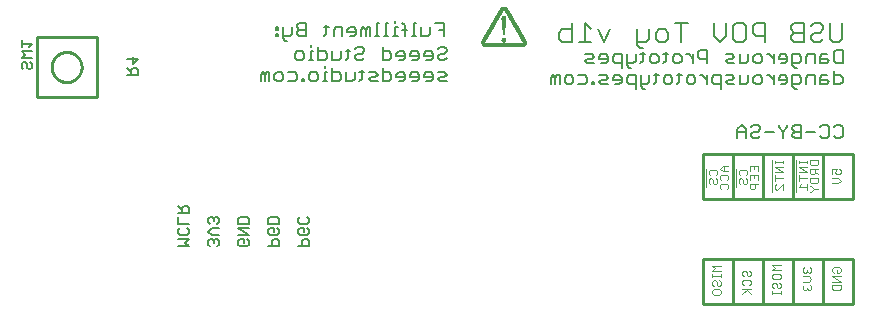
<source format=gbr>
G04 EAGLE Gerber RS-274X export*
G75*
%MOMM*%
%FSLAX34Y34*%
%LPD*%
%INSilkscreen Bottom*%
%IPPOS*%
%AMOC8*
5,1,8,0,0,1.08239X$1,22.5*%
G01*
%ADD10C,0.254000*%
%ADD11C,0.203200*%
%ADD12C,0.152400*%
%ADD13C,0.127000*%
%ADD14C,0.101600*%
%ADD15R,0.015300X0.015200*%
%ADD16R,0.015200X0.015200*%
%ADD17R,0.015200X0.015300*%
%ADD18R,0.015300X0.015300*%
%ADD19C,0.218400*%


D10*
X706120Y91440D02*
X706120Y129540D01*
X680720Y129540D01*
X655320Y129540D01*
X655320Y91440D01*
X680720Y91440D02*
X680720Y129540D01*
X629920Y129540D02*
X629920Y91440D01*
X629920Y129540D02*
X655320Y129540D01*
X604520Y129540D02*
X604520Y91440D01*
X604520Y129540D02*
X629920Y129540D01*
X706120Y129540D02*
X731520Y129540D01*
X731520Y91440D01*
X629920Y91440D02*
X604520Y91440D01*
X629920Y91440D02*
X655320Y91440D01*
X680720Y91440D01*
X706120Y91440D01*
X731520Y91440D01*
X706120Y40640D02*
X706120Y2540D01*
X655320Y2540D02*
X655320Y40640D01*
X655320Y2540D02*
X680720Y2540D01*
X706120Y2540D01*
X680720Y2540D02*
X680720Y40640D01*
X655320Y2540D02*
X629920Y2540D01*
X629920Y40640D01*
X629920Y2540D02*
X604520Y2540D01*
X604520Y40640D01*
X731520Y40640D02*
X731520Y2540D01*
X706120Y2540D01*
X629920Y40640D02*
X604520Y40640D01*
X629920Y40640D02*
X655320Y40640D01*
X680720Y40640D01*
X706120Y40640D01*
X731520Y40640D01*
D11*
X722884Y227163D02*
X722884Y240297D01*
X722884Y227163D02*
X720257Y224536D01*
X715003Y224536D01*
X712376Y227163D01*
X712376Y240297D01*
X698632Y240297D02*
X696005Y237671D01*
X698632Y240297D02*
X703886Y240297D01*
X706512Y237671D01*
X706512Y235044D01*
X703886Y232417D01*
X698632Y232417D01*
X696005Y229790D01*
X696005Y227163D01*
X698632Y224536D01*
X703886Y224536D01*
X706512Y227163D01*
X690141Y224536D02*
X690141Y240297D01*
X682260Y240297D01*
X679633Y237671D01*
X679633Y235044D01*
X682260Y232417D01*
X679633Y229790D01*
X679633Y227163D01*
X682260Y224536D01*
X690141Y224536D01*
X690141Y232417D02*
X682260Y232417D01*
X657398Y240297D02*
X657398Y224536D01*
X657398Y240297D02*
X649517Y240297D01*
X646890Y237671D01*
X646890Y232417D01*
X649517Y229790D01*
X657398Y229790D01*
X638399Y240297D02*
X633145Y240297D01*
X638399Y240297D02*
X641026Y237671D01*
X641026Y227163D01*
X638399Y224536D01*
X633145Y224536D01*
X630519Y227163D01*
X630519Y237671D01*
X633145Y240297D01*
X624655Y240297D02*
X624655Y229790D01*
X619401Y224536D01*
X614147Y229790D01*
X614147Y240297D01*
X586658Y240297D02*
X586658Y224536D01*
X591912Y240297D02*
X581404Y240297D01*
X572913Y224536D02*
X567659Y224536D01*
X565032Y227163D01*
X565032Y232417D01*
X567659Y235044D01*
X572913Y235044D01*
X575540Y232417D01*
X575540Y227163D01*
X572913Y224536D01*
X559168Y227163D02*
X559168Y235044D01*
X559168Y227163D02*
X556541Y224536D01*
X548661Y224536D01*
X548661Y221909D02*
X548661Y235044D01*
X548661Y221909D02*
X551288Y219282D01*
X553915Y219282D01*
X526425Y235044D02*
X521171Y224536D01*
X515918Y235044D01*
X510054Y235044D02*
X504800Y240297D01*
X504800Y224536D01*
X510054Y224536D02*
X499546Y224536D01*
X493682Y224536D02*
X493682Y240297D01*
X493682Y224536D02*
X485801Y224536D01*
X483175Y227163D01*
X483175Y232417D01*
X485801Y235044D01*
X493682Y235044D01*
D12*
X723138Y217688D02*
X723138Y206502D01*
X717545Y206502D01*
X715681Y208366D01*
X715681Y215823D01*
X717545Y217688D01*
X723138Y217688D01*
X709580Y213959D02*
X705851Y213959D01*
X703987Y212095D01*
X703987Y206502D01*
X709580Y206502D01*
X711444Y208366D01*
X709580Y210231D01*
X703987Y210231D01*
X699750Y213959D02*
X699750Y206502D01*
X699750Y213959D02*
X694157Y213959D01*
X692293Y212095D01*
X692293Y206502D01*
X684328Y202774D02*
X682463Y202774D01*
X680599Y204638D01*
X680599Y213959D01*
X686192Y213959D01*
X688056Y212095D01*
X688056Y208366D01*
X686192Y206502D01*
X680599Y206502D01*
X674498Y206502D02*
X670769Y206502D01*
X674498Y206502D02*
X676362Y208366D01*
X676362Y212095D01*
X674498Y213959D01*
X670769Y213959D01*
X668905Y212095D01*
X668905Y210231D01*
X676362Y210231D01*
X664668Y213959D02*
X664668Y206502D01*
X664668Y210231D02*
X660940Y213959D01*
X659075Y213959D01*
X653059Y206502D02*
X649330Y206502D01*
X647466Y208366D01*
X647466Y212095D01*
X649330Y213959D01*
X653059Y213959D01*
X654923Y212095D01*
X654923Y208366D01*
X653059Y206502D01*
X643229Y208366D02*
X643229Y213959D01*
X643229Y208366D02*
X641365Y206502D01*
X635772Y206502D01*
X635772Y213959D01*
X631535Y206502D02*
X625943Y206502D01*
X624078Y208366D01*
X625943Y210231D01*
X629671Y210231D01*
X631535Y212095D01*
X629671Y213959D01*
X624078Y213959D01*
X608147Y217688D02*
X608147Y206502D01*
X608147Y217688D02*
X602555Y217688D01*
X600690Y215823D01*
X600690Y212095D01*
X602555Y210231D01*
X608147Y210231D01*
X596453Y213959D02*
X596453Y206502D01*
X596453Y210231D02*
X592725Y213959D01*
X590861Y213959D01*
X584844Y206502D02*
X581116Y206502D01*
X579251Y208366D01*
X579251Y212095D01*
X581116Y213959D01*
X584844Y213959D01*
X586708Y212095D01*
X586708Y208366D01*
X584844Y206502D01*
X573150Y208366D02*
X573150Y215823D01*
X573150Y208366D02*
X571286Y206502D01*
X571286Y213959D02*
X575014Y213959D01*
X565354Y206502D02*
X561626Y206502D01*
X559761Y208366D01*
X559761Y212095D01*
X561626Y213959D01*
X565354Y213959D01*
X567218Y212095D01*
X567218Y208366D01*
X565354Y206502D01*
X553660Y208366D02*
X553660Y215823D01*
X553660Y208366D02*
X551796Y206502D01*
X551796Y213959D02*
X555524Y213959D01*
X547729Y213959D02*
X547729Y208366D01*
X545864Y206502D01*
X540271Y206502D01*
X540271Y204638D02*
X540271Y213959D01*
X540271Y204638D02*
X542136Y202774D01*
X544000Y202774D01*
X536035Y202774D02*
X536035Y213959D01*
X530442Y213959D01*
X528578Y212095D01*
X528578Y208366D01*
X530442Y206502D01*
X536035Y206502D01*
X522476Y206502D02*
X518748Y206502D01*
X522476Y206502D02*
X524341Y208366D01*
X524341Y212095D01*
X522476Y213959D01*
X518748Y213959D01*
X516884Y212095D01*
X516884Y210231D01*
X524341Y210231D01*
X512647Y206502D02*
X507054Y206502D01*
X505190Y208366D01*
X507054Y210231D01*
X510782Y210231D01*
X512647Y212095D01*
X510782Y213959D01*
X505190Y213959D01*
X715681Y199908D02*
X715681Y188722D01*
X721274Y188722D01*
X723138Y190586D01*
X723138Y194315D01*
X721274Y196179D01*
X715681Y196179D01*
X709580Y196179D02*
X705851Y196179D01*
X703987Y194315D01*
X703987Y188722D01*
X709580Y188722D01*
X711444Y190586D01*
X709580Y192451D01*
X703987Y192451D01*
X699750Y196179D02*
X699750Y188722D01*
X699750Y196179D02*
X694157Y196179D01*
X692293Y194315D01*
X692293Y188722D01*
X684328Y184994D02*
X682463Y184994D01*
X680599Y186858D01*
X680599Y196179D01*
X686192Y196179D01*
X688056Y194315D01*
X688056Y190586D01*
X686192Y188722D01*
X680599Y188722D01*
X674498Y188722D02*
X670769Y188722D01*
X674498Y188722D02*
X676362Y190586D01*
X676362Y194315D01*
X674498Y196179D01*
X670769Y196179D01*
X668905Y194315D01*
X668905Y192451D01*
X676362Y192451D01*
X664668Y196179D02*
X664668Y188722D01*
X664668Y192451D02*
X660940Y196179D01*
X659075Y196179D01*
X653059Y188722D02*
X649330Y188722D01*
X647466Y190586D01*
X647466Y194315D01*
X649330Y196179D01*
X653059Y196179D01*
X654923Y194315D01*
X654923Y190586D01*
X653059Y188722D01*
X643229Y190586D02*
X643229Y196179D01*
X643229Y190586D02*
X641365Y188722D01*
X635772Y188722D01*
X635772Y196179D01*
X631535Y188722D02*
X625943Y188722D01*
X624078Y190586D01*
X625943Y192451D01*
X629671Y192451D01*
X631535Y194315D01*
X629671Y196179D01*
X624078Y196179D01*
X619841Y196179D02*
X619841Y184994D01*
X619841Y196179D02*
X614249Y196179D01*
X612384Y194315D01*
X612384Y190586D01*
X614249Y188722D01*
X619841Y188722D01*
X608147Y188722D02*
X608147Y196179D01*
X608147Y192451D02*
X604419Y196179D01*
X602555Y196179D01*
X596538Y188722D02*
X592810Y188722D01*
X590945Y190586D01*
X590945Y194315D01*
X592810Y196179D01*
X596538Y196179D01*
X598402Y194315D01*
X598402Y190586D01*
X596538Y188722D01*
X584844Y190586D02*
X584844Y198043D01*
X584844Y190586D02*
X582980Y188722D01*
X582980Y196179D02*
X586708Y196179D01*
X577048Y188722D02*
X573320Y188722D01*
X571455Y190586D01*
X571455Y194315D01*
X573320Y196179D01*
X577048Y196179D01*
X578912Y194315D01*
X578912Y190586D01*
X577048Y188722D01*
X565354Y190586D02*
X565354Y198043D01*
X565354Y190586D02*
X563490Y188722D01*
X563490Y196179D02*
X567218Y196179D01*
X559422Y196179D02*
X559422Y190586D01*
X557558Y188722D01*
X551965Y188722D01*
X551965Y186858D02*
X551965Y196179D01*
X551965Y186858D02*
X553830Y184994D01*
X555694Y184994D01*
X547729Y184994D02*
X547729Y196179D01*
X542136Y196179D01*
X540271Y194315D01*
X540271Y190586D01*
X542136Y188722D01*
X547729Y188722D01*
X534170Y188722D02*
X530442Y188722D01*
X534170Y188722D02*
X536035Y190586D01*
X536035Y194315D01*
X534170Y196179D01*
X530442Y196179D01*
X528578Y194315D01*
X528578Y192451D01*
X536035Y192451D01*
X524341Y188722D02*
X518748Y188722D01*
X516884Y190586D01*
X518748Y192451D01*
X522476Y192451D01*
X524341Y194315D01*
X522476Y196179D01*
X516884Y196179D01*
X512647Y190586D02*
X512647Y188722D01*
X512647Y190586D02*
X510782Y190586D01*
X510782Y188722D01*
X512647Y188722D01*
X504935Y196179D02*
X499343Y196179D01*
X504935Y196179D02*
X506800Y194315D01*
X506800Y190586D01*
X504935Y188722D01*
X499343Y188722D01*
X493241Y188722D02*
X489513Y188722D01*
X487649Y190586D01*
X487649Y194315D01*
X489513Y196179D01*
X493241Y196179D01*
X495106Y194315D01*
X495106Y190586D01*
X493241Y188722D01*
X483412Y188722D02*
X483412Y196179D01*
X481547Y196179D01*
X479683Y194315D01*
X479683Y188722D01*
X479683Y194315D02*
X477819Y196179D01*
X475955Y194315D01*
X475955Y188722D01*
X385318Y229362D02*
X385318Y240548D01*
X377861Y240548D01*
X381590Y234955D02*
X385318Y234955D01*
X373624Y236819D02*
X373624Y231226D01*
X371760Y229362D01*
X366167Y229362D01*
X366167Y236819D01*
X361930Y240548D02*
X360066Y240548D01*
X360066Y229362D01*
X361930Y229362D02*
X358202Y229362D01*
X352270Y229362D02*
X352270Y238683D01*
X350406Y240548D01*
X350406Y234955D02*
X354134Y234955D01*
X346338Y236819D02*
X344474Y236819D01*
X344474Y229362D01*
X346338Y229362D02*
X342610Y229362D01*
X344474Y240548D02*
X344474Y242412D01*
X338542Y240548D02*
X336678Y240548D01*
X336678Y229362D01*
X338542Y229362D02*
X334814Y229362D01*
X330746Y240548D02*
X328882Y240548D01*
X328882Y229362D01*
X330746Y229362D02*
X327018Y229362D01*
X322950Y229362D02*
X322950Y236819D01*
X321086Y236819D01*
X319222Y234955D01*
X319222Y229362D01*
X319222Y234955D02*
X317357Y236819D01*
X315493Y234955D01*
X315493Y229362D01*
X309392Y229362D02*
X305664Y229362D01*
X309392Y229362D02*
X311256Y231226D01*
X311256Y234955D01*
X309392Y236819D01*
X305664Y236819D01*
X303799Y234955D01*
X303799Y233091D01*
X311256Y233091D01*
X299562Y236819D02*
X299562Y229362D01*
X299562Y236819D02*
X293970Y236819D01*
X292105Y234955D01*
X292105Y229362D01*
X286004Y231226D02*
X286004Y238683D01*
X286004Y231226D02*
X284140Y229362D01*
X284140Y236819D02*
X287868Y236819D01*
X268378Y240548D02*
X268378Y229362D01*
X268378Y240548D02*
X262786Y240548D01*
X260921Y238683D01*
X260921Y236819D01*
X262786Y234955D01*
X260921Y233091D01*
X260921Y231226D01*
X262786Y229362D01*
X268378Y229362D01*
X268378Y234955D02*
X262786Y234955D01*
X256684Y236819D02*
X256684Y231226D01*
X254820Y229362D01*
X249227Y229362D01*
X249227Y227498D02*
X249227Y236819D01*
X249227Y227498D02*
X251092Y225634D01*
X252956Y225634D01*
X244990Y236819D02*
X243126Y236819D01*
X243126Y234955D01*
X244990Y234955D01*
X244990Y236819D01*
X244990Y231226D02*
X243126Y231226D01*
X243126Y229362D01*
X244990Y229362D01*
X244990Y231226D01*
X380401Y218363D02*
X382265Y220228D01*
X385994Y220228D01*
X387858Y218363D01*
X387858Y216499D01*
X385994Y214635D01*
X382265Y214635D01*
X380401Y212771D01*
X380401Y210906D01*
X382265Y209042D01*
X385994Y209042D01*
X387858Y210906D01*
X374300Y209042D02*
X370571Y209042D01*
X374300Y209042D02*
X376164Y210906D01*
X376164Y214635D01*
X374300Y216499D01*
X370571Y216499D01*
X368707Y214635D01*
X368707Y212771D01*
X376164Y212771D01*
X362606Y209042D02*
X358877Y209042D01*
X362606Y209042D02*
X364470Y210906D01*
X364470Y214635D01*
X362606Y216499D01*
X358877Y216499D01*
X357013Y214635D01*
X357013Y212771D01*
X364470Y212771D01*
X350912Y209042D02*
X347183Y209042D01*
X350912Y209042D02*
X352776Y210906D01*
X352776Y214635D01*
X350912Y216499D01*
X347183Y216499D01*
X345319Y214635D01*
X345319Y212771D01*
X352776Y212771D01*
X333625Y209042D02*
X333625Y220228D01*
X333625Y209042D02*
X339218Y209042D01*
X341082Y210906D01*
X341082Y214635D01*
X339218Y216499D01*
X333625Y216499D01*
X312101Y220228D02*
X310237Y218363D01*
X312101Y220228D02*
X315830Y220228D01*
X317694Y218363D01*
X317694Y216499D01*
X315830Y214635D01*
X312101Y214635D01*
X310237Y212771D01*
X310237Y210906D01*
X312101Y209042D01*
X315830Y209042D01*
X317694Y210906D01*
X304136Y210906D02*
X304136Y218363D01*
X304136Y210906D02*
X302272Y209042D01*
X302272Y216499D02*
X306000Y216499D01*
X298204Y216499D02*
X298204Y210906D01*
X296340Y209042D01*
X290747Y209042D01*
X290747Y216499D01*
X279053Y220228D02*
X279053Y209042D01*
X284646Y209042D01*
X286510Y210906D01*
X286510Y214635D01*
X284646Y216499D01*
X279053Y216499D01*
X274816Y216499D02*
X272952Y216499D01*
X272952Y209042D01*
X274816Y209042D02*
X271088Y209042D01*
X272952Y220228D02*
X272952Y222092D01*
X265156Y209042D02*
X261428Y209042D01*
X259563Y210906D01*
X259563Y214635D01*
X261428Y216499D01*
X265156Y216499D01*
X267020Y214635D01*
X267020Y210906D01*
X265156Y209042D01*
X382265Y191262D02*
X387858Y191262D01*
X382265Y191262D02*
X380401Y193126D01*
X382265Y194991D01*
X385994Y194991D01*
X387858Y196855D01*
X385994Y198719D01*
X380401Y198719D01*
X374300Y191262D02*
X370571Y191262D01*
X374300Y191262D02*
X376164Y193126D01*
X376164Y196855D01*
X374300Y198719D01*
X370571Y198719D01*
X368707Y196855D01*
X368707Y194991D01*
X376164Y194991D01*
X362606Y191262D02*
X358877Y191262D01*
X362606Y191262D02*
X364470Y193126D01*
X364470Y196855D01*
X362606Y198719D01*
X358877Y198719D01*
X357013Y196855D01*
X357013Y194991D01*
X364470Y194991D01*
X350912Y191262D02*
X347183Y191262D01*
X350912Y191262D02*
X352776Y193126D01*
X352776Y196855D01*
X350912Y198719D01*
X347183Y198719D01*
X345319Y196855D01*
X345319Y194991D01*
X352776Y194991D01*
X333625Y191262D02*
X333625Y202448D01*
X333625Y191262D02*
X339218Y191262D01*
X341082Y193126D01*
X341082Y196855D01*
X339218Y198719D01*
X333625Y198719D01*
X329388Y191262D02*
X323795Y191262D01*
X321931Y193126D01*
X323795Y194991D01*
X327524Y194991D01*
X329388Y196855D01*
X327524Y198719D01*
X321931Y198719D01*
X315830Y200583D02*
X315830Y193126D01*
X313966Y191262D01*
X313966Y198719D02*
X317694Y198719D01*
X309898Y198719D02*
X309898Y193126D01*
X308034Y191262D01*
X302441Y191262D01*
X302441Y198719D01*
X290747Y202448D02*
X290747Y191262D01*
X296340Y191262D01*
X298204Y193126D01*
X298204Y196855D01*
X296340Y198719D01*
X290747Y198719D01*
X286510Y198719D02*
X284646Y198719D01*
X284646Y191262D01*
X286510Y191262D02*
X282782Y191262D01*
X284646Y202448D02*
X284646Y204312D01*
X276850Y191262D02*
X273122Y191262D01*
X271257Y193126D01*
X271257Y196855D01*
X273122Y198719D01*
X276850Y198719D01*
X278714Y196855D01*
X278714Y193126D01*
X276850Y191262D01*
X267020Y191262D02*
X267020Y193126D01*
X265156Y193126D01*
X265156Y191262D01*
X267020Y191262D01*
X259309Y198719D02*
X253716Y198719D01*
X259309Y198719D02*
X261173Y196855D01*
X261173Y193126D01*
X259309Y191262D01*
X253716Y191262D01*
X247615Y191262D02*
X243887Y191262D01*
X242022Y193126D01*
X242022Y196855D01*
X243887Y198719D01*
X247615Y198719D01*
X249479Y196855D01*
X249479Y193126D01*
X247615Y191262D01*
X237785Y191262D02*
X237785Y198719D01*
X235921Y198719D01*
X234057Y196855D01*
X234057Y191262D01*
X234057Y196855D02*
X232193Y198719D01*
X230328Y196855D01*
X230328Y191262D01*
D13*
X169553Y51435D02*
X160655Y51435D01*
X166587Y54401D02*
X169553Y51435D01*
X166587Y54401D02*
X169553Y57367D01*
X160655Y57367D01*
X169553Y65239D02*
X168070Y66722D01*
X169553Y65239D02*
X169553Y62273D01*
X168070Y60790D01*
X162138Y60790D01*
X160655Y62273D01*
X160655Y65239D01*
X162138Y66722D01*
X160655Y70145D02*
X169553Y70145D01*
X160655Y70145D02*
X160655Y76077D01*
X160655Y79501D02*
X169553Y79501D01*
X169553Y83949D01*
X168070Y85432D01*
X165104Y85432D01*
X163621Y83949D01*
X163621Y79501D01*
X163621Y82466D02*
X160655Y85432D01*
X193470Y51435D02*
X194953Y52918D01*
X194953Y55884D01*
X193470Y57367D01*
X191987Y57367D01*
X190504Y55884D01*
X190504Y54401D01*
X190504Y55884D02*
X189021Y57367D01*
X187538Y57367D01*
X186055Y55884D01*
X186055Y52918D01*
X187538Y51435D01*
X189021Y60790D02*
X194953Y60790D01*
X189021Y60790D02*
X186055Y63756D01*
X189021Y66722D01*
X194953Y66722D01*
X193470Y70145D02*
X194953Y71628D01*
X194953Y74594D01*
X193470Y76077D01*
X191987Y76077D01*
X190504Y74594D01*
X190504Y73111D01*
X190504Y74594D02*
X189021Y76077D01*
X187538Y76077D01*
X186055Y74594D01*
X186055Y71628D01*
X187538Y70145D01*
X218870Y57367D02*
X220353Y55884D01*
X220353Y52918D01*
X218870Y51435D01*
X212938Y51435D01*
X211455Y52918D01*
X211455Y55884D01*
X212938Y57367D01*
X215904Y57367D01*
X215904Y54401D01*
X211455Y60790D02*
X220353Y60790D01*
X211455Y66722D01*
X220353Y66722D01*
X220353Y70145D02*
X211455Y70145D01*
X211455Y74594D01*
X212938Y76077D01*
X218870Y76077D01*
X220353Y74594D01*
X220353Y70145D01*
X236855Y51435D02*
X245753Y51435D01*
X245753Y55884D01*
X244270Y57367D01*
X241304Y57367D01*
X239821Y55884D01*
X239821Y51435D01*
X245753Y65239D02*
X244270Y66722D01*
X245753Y65239D02*
X245753Y62273D01*
X244270Y60790D01*
X238338Y60790D01*
X236855Y62273D01*
X236855Y65239D01*
X238338Y66722D01*
X241304Y66722D01*
X241304Y63756D01*
X245753Y70145D02*
X236855Y70145D01*
X236855Y74594D01*
X238338Y76077D01*
X244270Y76077D01*
X245753Y74594D01*
X245753Y70145D01*
X262255Y51435D02*
X271153Y51435D01*
X271153Y55884D01*
X269670Y57367D01*
X266704Y57367D01*
X265221Y55884D01*
X265221Y51435D01*
X271153Y65239D02*
X269670Y66722D01*
X271153Y65239D02*
X271153Y62273D01*
X269670Y60790D01*
X263738Y60790D01*
X262255Y62273D01*
X262255Y65239D01*
X263738Y66722D01*
X266704Y66722D01*
X266704Y63756D01*
X271153Y74594D02*
X269670Y76077D01*
X271153Y74594D02*
X271153Y71628D01*
X269670Y70145D01*
X263738Y70145D01*
X262255Y71628D01*
X262255Y74594D01*
X263738Y76077D01*
D12*
X715681Y152323D02*
X717545Y154188D01*
X721274Y154188D01*
X723138Y152323D01*
X723138Y144866D01*
X721274Y143002D01*
X717545Y143002D01*
X715681Y144866D01*
X705851Y154188D02*
X703987Y152323D01*
X705851Y154188D02*
X709580Y154188D01*
X711444Y152323D01*
X711444Y144866D01*
X709580Y143002D01*
X705851Y143002D01*
X703987Y144866D01*
X699750Y148595D02*
X692293Y148595D01*
X688056Y143002D02*
X688056Y154188D01*
X682463Y154188D01*
X680599Y152323D01*
X680599Y150459D01*
X682463Y148595D01*
X680599Y146731D01*
X680599Y144866D01*
X682463Y143002D01*
X688056Y143002D01*
X688056Y148595D02*
X682463Y148595D01*
X676362Y152323D02*
X676362Y154188D01*
X676362Y152323D02*
X672634Y148595D01*
X668905Y152323D01*
X668905Y154188D01*
X672634Y148595D02*
X672634Y143002D01*
X664668Y148595D02*
X657211Y148595D01*
X647381Y154188D02*
X645517Y152323D01*
X647381Y154188D02*
X651110Y154188D01*
X652974Y152323D01*
X652974Y150459D01*
X651110Y148595D01*
X647381Y148595D01*
X645517Y146731D01*
X645517Y144866D01*
X647381Y143002D01*
X651110Y143002D01*
X652974Y144866D01*
X641280Y143002D02*
X641280Y150459D01*
X637552Y154188D01*
X633823Y150459D01*
X633823Y143002D01*
X633823Y148595D02*
X641280Y148595D01*
D14*
X607568Y116840D02*
X607568Y101872D01*
X610780Y111587D02*
X609594Y112773D01*
X609594Y115146D01*
X610780Y116332D01*
X615526Y116332D01*
X616712Y115146D01*
X616712Y112773D01*
X615526Y111587D01*
X609594Y105289D02*
X610780Y104102D01*
X609594Y105289D02*
X609594Y107662D01*
X610780Y108848D01*
X611967Y108848D01*
X613153Y107662D01*
X613153Y105289D01*
X614339Y104102D01*
X615526Y104102D01*
X616712Y105289D01*
X616712Y107662D01*
X615526Y108848D01*
X621492Y119507D02*
X626237Y119507D01*
X621492Y119507D02*
X619119Y117134D01*
X621492Y114762D01*
X626237Y114762D01*
X622678Y114762D02*
X622678Y119507D01*
X619119Y108464D02*
X620305Y107277D01*
X619119Y108464D02*
X619119Y110837D01*
X620305Y112023D01*
X625051Y112023D01*
X626237Y110837D01*
X626237Y108464D01*
X625051Y107277D01*
X619119Y100980D02*
X620305Y99793D01*
X619119Y100980D02*
X619119Y103352D01*
X620305Y104539D01*
X625051Y104539D01*
X626237Y103352D01*
X626237Y100980D01*
X625051Y99793D01*
X632968Y101872D02*
X632968Y116840D01*
X634994Y112773D02*
X636180Y111587D01*
X634994Y112773D02*
X634994Y115146D01*
X636180Y116332D01*
X640926Y116332D01*
X642112Y115146D01*
X642112Y112773D01*
X640926Y111587D01*
X634994Y105289D02*
X636180Y104102D01*
X634994Y105289D02*
X634994Y107662D01*
X636180Y108848D01*
X637367Y108848D01*
X638553Y107662D01*
X638553Y105289D01*
X639739Y104102D01*
X640926Y104102D01*
X642112Y105289D01*
X642112Y107662D01*
X640926Y108848D01*
X644519Y114762D02*
X644519Y119507D01*
X651637Y119507D01*
X651637Y114762D01*
X648078Y117134D02*
X648078Y119507D01*
X644519Y112023D02*
X644519Y107277D01*
X644519Y112023D02*
X651637Y112023D01*
X651637Y107277D01*
X648078Y109650D02*
X648078Y112023D01*
X651637Y104539D02*
X644519Y104539D01*
X644519Y100980D01*
X645705Y99793D01*
X648078Y99793D01*
X649264Y100980D01*
X649264Y104539D01*
X714369Y112222D02*
X714369Y116967D01*
X717928Y116967D01*
X716742Y114594D01*
X716742Y113408D01*
X717928Y112222D01*
X720301Y112222D01*
X721487Y113408D01*
X721487Y115781D01*
X720301Y116967D01*
X719114Y109483D02*
X714369Y109483D01*
X719114Y109483D02*
X721487Y107110D01*
X719114Y104737D01*
X714369Y104737D01*
X663448Y97018D02*
X663448Y124460D01*
X672592Y123952D02*
X672592Y121579D01*
X672592Y122766D02*
X665474Y122766D01*
X665474Y123952D02*
X665474Y121579D01*
X665474Y118963D02*
X672592Y118963D01*
X672592Y114217D02*
X665474Y118963D01*
X665474Y114217D02*
X672592Y114217D01*
X672592Y109106D02*
X665474Y109106D01*
X665474Y111478D02*
X665474Y106733D01*
X672592Y103994D02*
X672592Y99249D01*
X672592Y103994D02*
X667847Y99249D01*
X666660Y99249D01*
X665474Y100435D01*
X665474Y102808D01*
X666660Y103994D01*
X683768Y97018D02*
X683768Y124460D01*
X692912Y123952D02*
X692912Y121579D01*
X692912Y122766D02*
X685794Y122766D01*
X685794Y123952D02*
X685794Y121579D01*
X685794Y118963D02*
X692912Y118963D01*
X692912Y114217D02*
X685794Y118963D01*
X685794Y114217D02*
X692912Y114217D01*
X692912Y109106D02*
X685794Y109106D01*
X685794Y111478D02*
X685794Y106733D01*
X688167Y103994D02*
X685794Y101622D01*
X692912Y101622D01*
X692912Y103994D02*
X692912Y99249D01*
X695319Y124587D02*
X702437Y124587D01*
X702437Y121028D01*
X701251Y119842D01*
X696505Y119842D01*
X695319Y121028D01*
X695319Y124587D01*
X695319Y117103D02*
X702437Y117103D01*
X695319Y117103D02*
X695319Y113544D01*
X696505Y112357D01*
X698878Y112357D01*
X700064Y113544D01*
X700064Y117103D01*
X700064Y114730D02*
X702437Y112357D01*
X702437Y109619D02*
X695319Y109619D01*
X702437Y109619D02*
X702437Y106060D01*
X701251Y104873D01*
X696505Y104873D01*
X695319Y106060D01*
X695319Y109619D01*
X695319Y102135D02*
X696505Y102135D01*
X698878Y99762D01*
X696505Y97389D01*
X695319Y97389D01*
X698878Y99762D02*
X702437Y99762D01*
X619887Y35052D02*
X612769Y35052D01*
X615142Y32679D01*
X612769Y30307D01*
X619887Y30307D01*
X619887Y27568D02*
X619887Y25195D01*
X619887Y26382D02*
X612769Y26382D01*
X612769Y27568D02*
X612769Y25195D01*
X612769Y19019D02*
X613955Y17833D01*
X612769Y19019D02*
X612769Y21392D01*
X613955Y22578D01*
X615142Y22578D01*
X616328Y21392D01*
X616328Y19019D01*
X617514Y17833D01*
X618701Y17833D01*
X619887Y19019D01*
X619887Y21392D01*
X618701Y22578D01*
X612769Y13908D02*
X612769Y11535D01*
X612769Y13908D02*
X613955Y15094D01*
X618701Y15094D01*
X619887Y13908D01*
X619887Y11535D01*
X618701Y10349D01*
X613955Y10349D01*
X612769Y11535D01*
X638169Y27048D02*
X639355Y25862D01*
X638169Y27048D02*
X638169Y29421D01*
X639355Y30607D01*
X640542Y30607D01*
X641728Y29421D01*
X641728Y27048D01*
X642914Y25862D01*
X644101Y25862D01*
X645287Y27048D01*
X645287Y29421D01*
X644101Y30607D01*
X638169Y19564D02*
X639355Y18377D01*
X638169Y19564D02*
X638169Y21937D01*
X639355Y23123D01*
X644101Y23123D01*
X645287Y21937D01*
X645287Y19564D01*
X644101Y18377D01*
X645287Y15639D02*
X638169Y15639D01*
X642914Y15639D02*
X638169Y10893D01*
X641728Y14452D02*
X645287Y10893D01*
X663569Y35687D02*
X670687Y35687D01*
X665942Y33314D02*
X663569Y35687D01*
X665942Y33314D02*
X663569Y30942D01*
X670687Y30942D01*
X663569Y27017D02*
X663569Y24644D01*
X663569Y27017D02*
X664755Y28203D01*
X669501Y28203D01*
X670687Y27017D01*
X670687Y24644D01*
X669501Y23457D01*
X664755Y23457D01*
X663569Y24644D01*
X663569Y17160D02*
X664755Y15973D01*
X663569Y17160D02*
X663569Y19532D01*
X664755Y20719D01*
X665942Y20719D01*
X667128Y19532D01*
X667128Y17160D01*
X668314Y15973D01*
X669501Y15973D01*
X670687Y17160D01*
X670687Y19532D01*
X669501Y20719D01*
X670687Y13235D02*
X670687Y10862D01*
X670687Y12048D02*
X663569Y12048D01*
X663569Y10862D02*
X663569Y13235D01*
X689604Y32596D02*
X690790Y33782D01*
X689604Y32596D02*
X689604Y30223D01*
X690790Y29037D01*
X691977Y29037D01*
X693163Y30223D01*
X693163Y31409D01*
X693163Y30223D02*
X694349Y29037D01*
X695536Y29037D01*
X696722Y30223D01*
X696722Y32596D01*
X695536Y33782D01*
X694349Y26298D02*
X689604Y26298D01*
X694349Y26298D02*
X696722Y23925D01*
X694349Y21552D01*
X689604Y21552D01*
X690790Y18814D02*
X689604Y17627D01*
X689604Y15255D01*
X690790Y14068D01*
X691977Y14068D01*
X693163Y15255D01*
X693163Y16441D01*
X693163Y15255D02*
X694349Y14068D01*
X695536Y14068D01*
X696722Y15255D01*
X696722Y17627D01*
X695536Y18814D01*
X714369Y30223D02*
X715555Y29037D01*
X714369Y30223D02*
X714369Y32596D01*
X715555Y33782D01*
X720301Y33782D01*
X721487Y32596D01*
X721487Y30223D01*
X720301Y29037D01*
X717928Y29037D01*
X717928Y31409D01*
X721487Y26298D02*
X714369Y26298D01*
X721487Y21552D01*
X714369Y21552D01*
X714369Y18814D02*
X721487Y18814D01*
X721487Y15255D01*
X720301Y14068D01*
X715555Y14068D01*
X714369Y15255D01*
X714369Y18814D01*
D15*
X451892Y219786D03*
X451587Y219786D03*
D16*
X451282Y219786D03*
X450977Y219786D03*
X450672Y219786D03*
D15*
X450368Y219786D03*
X450063Y219786D03*
D16*
X449758Y219786D03*
X449453Y219786D03*
X449148Y219786D03*
D15*
X448844Y219786D03*
X448539Y219786D03*
D16*
X448234Y219786D03*
X447929Y219786D03*
X447624Y219786D03*
D15*
X447320Y219786D03*
X447015Y219786D03*
D16*
X446710Y219786D03*
X446405Y219786D03*
X446100Y219786D03*
D15*
X445796Y219786D03*
X445491Y219786D03*
D16*
X445186Y219786D03*
X444881Y219786D03*
X444576Y219786D03*
D15*
X444272Y219786D03*
X443967Y219786D03*
D16*
X443662Y219786D03*
X443357Y219786D03*
X443052Y219786D03*
D15*
X442748Y219786D03*
X442443Y219786D03*
D16*
X442138Y219786D03*
X441833Y219786D03*
X441528Y219786D03*
D15*
X441224Y219786D03*
X440919Y219786D03*
D16*
X440614Y219786D03*
X440309Y219786D03*
X440004Y219786D03*
D15*
X439700Y219786D03*
X439395Y219786D03*
D16*
X439090Y219786D03*
X438785Y219786D03*
X438480Y219786D03*
D15*
X438176Y219786D03*
X437871Y219786D03*
D16*
X437566Y219786D03*
X437261Y219786D03*
X436956Y219786D03*
D15*
X436652Y219786D03*
X436347Y219786D03*
D16*
X436042Y219786D03*
X435737Y219786D03*
X435432Y219786D03*
D15*
X435128Y219786D03*
X434823Y219786D03*
D16*
X434518Y219786D03*
X434213Y219786D03*
X433908Y219786D03*
D15*
X433604Y219786D03*
X433299Y219786D03*
D16*
X432994Y219786D03*
X432689Y219786D03*
X432384Y219786D03*
D15*
X432080Y219786D03*
X431775Y219786D03*
D16*
X431470Y219786D03*
X431165Y219786D03*
X430860Y219786D03*
D15*
X430556Y219786D03*
X430251Y219786D03*
D16*
X429946Y219786D03*
X429641Y219786D03*
X429336Y219786D03*
D15*
X429032Y219786D03*
X428727Y219786D03*
D16*
X428422Y219786D03*
X428117Y219786D03*
X427812Y219786D03*
D15*
X427508Y219786D03*
X427203Y219786D03*
D16*
X426898Y219786D03*
X426593Y219786D03*
X426288Y219786D03*
D15*
X425984Y219786D03*
X425679Y219786D03*
D16*
X425374Y219786D03*
X425069Y219786D03*
X424764Y219786D03*
D15*
X424460Y219786D03*
X424155Y219786D03*
D16*
X423850Y219786D03*
X423545Y219786D03*
X423240Y219786D03*
D15*
X422936Y219786D03*
X422631Y219786D03*
D16*
X422326Y219786D03*
X422021Y219786D03*
X421716Y219786D03*
D17*
X452958Y219939D03*
X452806Y219939D03*
D18*
X452654Y219939D03*
D17*
X452501Y219939D03*
D18*
X452349Y219939D03*
D17*
X452196Y219939D03*
X452044Y219939D03*
D18*
X451892Y219939D03*
D17*
X451739Y219939D03*
D18*
X451587Y219939D03*
D17*
X451434Y219939D03*
X451282Y219939D03*
D18*
X451130Y219939D03*
D17*
X450977Y219939D03*
D18*
X450825Y219939D03*
D17*
X450672Y219939D03*
X450520Y219939D03*
D18*
X450368Y219939D03*
D17*
X450215Y219939D03*
D18*
X450063Y219939D03*
D17*
X449910Y219939D03*
X449758Y219939D03*
D18*
X449606Y219939D03*
D17*
X449453Y219939D03*
D18*
X449301Y219939D03*
D17*
X449148Y219939D03*
X448996Y219939D03*
D18*
X448844Y219939D03*
D17*
X448691Y219939D03*
D18*
X448539Y219939D03*
D17*
X448386Y219939D03*
X448234Y219939D03*
D18*
X448082Y219939D03*
D17*
X447929Y219939D03*
D18*
X447777Y219939D03*
D17*
X447624Y219939D03*
X447472Y219939D03*
D18*
X447320Y219939D03*
D17*
X447167Y219939D03*
D18*
X447015Y219939D03*
D17*
X446862Y219939D03*
X446710Y219939D03*
D18*
X446558Y219939D03*
D17*
X446405Y219939D03*
D18*
X446253Y219939D03*
D17*
X446100Y219939D03*
X445948Y219939D03*
D18*
X445796Y219939D03*
D17*
X445643Y219939D03*
D18*
X445491Y219939D03*
D17*
X445338Y219939D03*
X445186Y219939D03*
D18*
X445034Y219939D03*
D17*
X444881Y219939D03*
D18*
X444729Y219939D03*
D17*
X444576Y219939D03*
X444424Y219939D03*
D18*
X444272Y219939D03*
D17*
X444119Y219939D03*
D18*
X443967Y219939D03*
D17*
X443814Y219939D03*
X443662Y219939D03*
D18*
X443510Y219939D03*
D17*
X443357Y219939D03*
D18*
X443205Y219939D03*
D17*
X443052Y219939D03*
X442900Y219939D03*
D18*
X442748Y219939D03*
D17*
X442595Y219939D03*
D18*
X442443Y219939D03*
D17*
X442290Y219939D03*
X442138Y219939D03*
D18*
X441986Y219939D03*
D17*
X441833Y219939D03*
D18*
X441681Y219939D03*
D17*
X441528Y219939D03*
X441376Y219939D03*
D18*
X441224Y219939D03*
D17*
X441071Y219939D03*
D18*
X440919Y219939D03*
D17*
X440766Y219939D03*
X440614Y219939D03*
D18*
X440462Y219939D03*
D17*
X440309Y219939D03*
D18*
X440157Y219939D03*
D17*
X440004Y219939D03*
X439852Y219939D03*
D18*
X439700Y219939D03*
D17*
X439547Y219939D03*
D18*
X439395Y219939D03*
D17*
X439242Y219939D03*
X439090Y219939D03*
D18*
X438938Y219939D03*
D17*
X438785Y219939D03*
D18*
X438633Y219939D03*
D17*
X438480Y219939D03*
X438328Y219939D03*
D18*
X438176Y219939D03*
D17*
X438023Y219939D03*
D18*
X437871Y219939D03*
D17*
X437718Y219939D03*
X437566Y219939D03*
D18*
X437414Y219939D03*
D17*
X437261Y219939D03*
D18*
X437109Y219939D03*
D17*
X436956Y219939D03*
X436804Y219939D03*
D18*
X436652Y219939D03*
D17*
X436499Y219939D03*
D18*
X436347Y219939D03*
D17*
X436194Y219939D03*
X436042Y219939D03*
D18*
X435890Y219939D03*
D17*
X435737Y219939D03*
D18*
X435585Y219939D03*
D17*
X435432Y219939D03*
X435280Y219939D03*
D18*
X435128Y219939D03*
D17*
X434975Y219939D03*
D18*
X434823Y219939D03*
D17*
X434670Y219939D03*
X434518Y219939D03*
D18*
X434366Y219939D03*
D17*
X434213Y219939D03*
D18*
X434061Y219939D03*
D17*
X433908Y219939D03*
X433756Y219939D03*
D18*
X433604Y219939D03*
D17*
X433451Y219939D03*
D18*
X433299Y219939D03*
D17*
X433146Y219939D03*
X432994Y219939D03*
D18*
X432842Y219939D03*
D17*
X432689Y219939D03*
D18*
X432537Y219939D03*
D17*
X432384Y219939D03*
X432232Y219939D03*
D18*
X432080Y219939D03*
D17*
X431927Y219939D03*
D18*
X431775Y219939D03*
D17*
X431622Y219939D03*
X431470Y219939D03*
D18*
X431318Y219939D03*
D17*
X431165Y219939D03*
D18*
X431013Y219939D03*
D17*
X430860Y219939D03*
X430708Y219939D03*
D18*
X430556Y219939D03*
D17*
X430403Y219939D03*
D18*
X430251Y219939D03*
D17*
X430098Y219939D03*
X429946Y219939D03*
D18*
X429794Y219939D03*
D17*
X429641Y219939D03*
D18*
X429489Y219939D03*
D17*
X429336Y219939D03*
X429184Y219939D03*
D18*
X429032Y219939D03*
D17*
X428879Y219939D03*
D18*
X428727Y219939D03*
D17*
X428574Y219939D03*
X428422Y219939D03*
D18*
X428270Y219939D03*
D17*
X428117Y219939D03*
D18*
X427965Y219939D03*
D17*
X427812Y219939D03*
X427660Y219939D03*
D18*
X427508Y219939D03*
D17*
X427355Y219939D03*
D18*
X427203Y219939D03*
D17*
X427050Y219939D03*
X426898Y219939D03*
D18*
X426746Y219939D03*
D17*
X426593Y219939D03*
D18*
X426441Y219939D03*
D17*
X426288Y219939D03*
X426136Y219939D03*
D18*
X425984Y219939D03*
D17*
X425831Y219939D03*
D18*
X425679Y219939D03*
D17*
X425526Y219939D03*
X425374Y219939D03*
D18*
X425222Y219939D03*
D17*
X425069Y219939D03*
D18*
X424917Y219939D03*
D17*
X424764Y219939D03*
X424612Y219939D03*
D18*
X424460Y219939D03*
D17*
X424307Y219939D03*
D18*
X424155Y219939D03*
D17*
X424002Y219939D03*
X423850Y219939D03*
D18*
X423698Y219939D03*
D17*
X423545Y219939D03*
D18*
X423393Y219939D03*
D17*
X423240Y219939D03*
X423088Y219939D03*
D18*
X422936Y219939D03*
D17*
X422783Y219939D03*
D18*
X422631Y219939D03*
D17*
X422478Y219939D03*
X422326Y219939D03*
D18*
X422174Y219939D03*
D17*
X422021Y219939D03*
D18*
X421869Y219939D03*
D17*
X421716Y219939D03*
X421564Y219939D03*
D18*
X421412Y219939D03*
D17*
X421259Y219939D03*
D18*
X421107Y219939D03*
D17*
X420954Y219939D03*
X420802Y219939D03*
D15*
X453416Y220091D03*
D16*
X453263Y220091D03*
D15*
X453111Y220091D03*
D16*
X452958Y220091D03*
X452806Y220091D03*
D15*
X452654Y220091D03*
D16*
X452501Y220091D03*
D15*
X452349Y220091D03*
D16*
X452196Y220091D03*
X452044Y220091D03*
D15*
X451892Y220091D03*
D16*
X451739Y220091D03*
D15*
X451587Y220091D03*
D16*
X451434Y220091D03*
X451282Y220091D03*
D15*
X451130Y220091D03*
D16*
X450977Y220091D03*
D15*
X450825Y220091D03*
D16*
X450672Y220091D03*
X450520Y220091D03*
D15*
X450368Y220091D03*
D16*
X450215Y220091D03*
D15*
X450063Y220091D03*
D16*
X449910Y220091D03*
X449758Y220091D03*
D15*
X449606Y220091D03*
D16*
X449453Y220091D03*
D15*
X449301Y220091D03*
D16*
X449148Y220091D03*
X448996Y220091D03*
D15*
X448844Y220091D03*
D16*
X448691Y220091D03*
D15*
X448539Y220091D03*
D16*
X448386Y220091D03*
X448234Y220091D03*
D15*
X448082Y220091D03*
D16*
X447929Y220091D03*
D15*
X447777Y220091D03*
D16*
X447624Y220091D03*
X447472Y220091D03*
D15*
X447320Y220091D03*
D16*
X447167Y220091D03*
D15*
X447015Y220091D03*
D16*
X446862Y220091D03*
X446710Y220091D03*
D15*
X446558Y220091D03*
D16*
X446405Y220091D03*
D15*
X446253Y220091D03*
D16*
X446100Y220091D03*
X445948Y220091D03*
D15*
X445796Y220091D03*
D16*
X445643Y220091D03*
D15*
X445491Y220091D03*
D16*
X445338Y220091D03*
X445186Y220091D03*
D15*
X445034Y220091D03*
D16*
X444881Y220091D03*
D15*
X444729Y220091D03*
D16*
X444576Y220091D03*
X444424Y220091D03*
D15*
X444272Y220091D03*
D16*
X444119Y220091D03*
D15*
X443967Y220091D03*
D16*
X443814Y220091D03*
X443662Y220091D03*
D15*
X443510Y220091D03*
D16*
X443357Y220091D03*
D15*
X443205Y220091D03*
D16*
X443052Y220091D03*
X442900Y220091D03*
D15*
X442748Y220091D03*
D16*
X442595Y220091D03*
D15*
X442443Y220091D03*
D16*
X442290Y220091D03*
X442138Y220091D03*
D15*
X441986Y220091D03*
D16*
X441833Y220091D03*
D15*
X441681Y220091D03*
D16*
X441528Y220091D03*
X441376Y220091D03*
D15*
X441224Y220091D03*
D16*
X441071Y220091D03*
D15*
X440919Y220091D03*
D16*
X440766Y220091D03*
X440614Y220091D03*
D15*
X440462Y220091D03*
D16*
X440309Y220091D03*
D15*
X440157Y220091D03*
D16*
X440004Y220091D03*
X439852Y220091D03*
D15*
X439700Y220091D03*
D16*
X439547Y220091D03*
D15*
X439395Y220091D03*
D16*
X439242Y220091D03*
X439090Y220091D03*
D15*
X438938Y220091D03*
D16*
X438785Y220091D03*
D15*
X438633Y220091D03*
D16*
X438480Y220091D03*
X438328Y220091D03*
D15*
X438176Y220091D03*
D16*
X438023Y220091D03*
D15*
X437871Y220091D03*
D16*
X437718Y220091D03*
X437566Y220091D03*
D15*
X437414Y220091D03*
D16*
X437261Y220091D03*
D15*
X437109Y220091D03*
D16*
X436956Y220091D03*
X436804Y220091D03*
D15*
X436652Y220091D03*
D16*
X436499Y220091D03*
D15*
X436347Y220091D03*
D16*
X436194Y220091D03*
X436042Y220091D03*
D15*
X435890Y220091D03*
D16*
X435737Y220091D03*
D15*
X435585Y220091D03*
D16*
X435432Y220091D03*
X435280Y220091D03*
D15*
X435128Y220091D03*
D16*
X434975Y220091D03*
D15*
X434823Y220091D03*
D16*
X434670Y220091D03*
X434518Y220091D03*
D15*
X434366Y220091D03*
D16*
X434213Y220091D03*
D15*
X434061Y220091D03*
D16*
X433908Y220091D03*
X433756Y220091D03*
D15*
X433604Y220091D03*
D16*
X433451Y220091D03*
D15*
X433299Y220091D03*
D16*
X433146Y220091D03*
X432994Y220091D03*
D15*
X432842Y220091D03*
D16*
X432689Y220091D03*
D15*
X432537Y220091D03*
D16*
X432384Y220091D03*
X432232Y220091D03*
D15*
X432080Y220091D03*
D16*
X431927Y220091D03*
D15*
X431775Y220091D03*
D16*
X431622Y220091D03*
X431470Y220091D03*
D15*
X431318Y220091D03*
D16*
X431165Y220091D03*
D15*
X431013Y220091D03*
D16*
X430860Y220091D03*
X430708Y220091D03*
D15*
X430556Y220091D03*
D16*
X430403Y220091D03*
D15*
X430251Y220091D03*
D16*
X430098Y220091D03*
X429946Y220091D03*
D15*
X429794Y220091D03*
D16*
X429641Y220091D03*
D15*
X429489Y220091D03*
D16*
X429336Y220091D03*
X429184Y220091D03*
D15*
X429032Y220091D03*
D16*
X428879Y220091D03*
D15*
X428727Y220091D03*
D16*
X428574Y220091D03*
X428422Y220091D03*
D15*
X428270Y220091D03*
D16*
X428117Y220091D03*
D15*
X427965Y220091D03*
D16*
X427812Y220091D03*
X427660Y220091D03*
D15*
X427508Y220091D03*
D16*
X427355Y220091D03*
D15*
X427203Y220091D03*
D16*
X427050Y220091D03*
X426898Y220091D03*
D15*
X426746Y220091D03*
D16*
X426593Y220091D03*
D15*
X426441Y220091D03*
D16*
X426288Y220091D03*
X426136Y220091D03*
D15*
X425984Y220091D03*
D16*
X425831Y220091D03*
D15*
X425679Y220091D03*
D16*
X425526Y220091D03*
X425374Y220091D03*
D15*
X425222Y220091D03*
D16*
X425069Y220091D03*
D15*
X424917Y220091D03*
D16*
X424764Y220091D03*
X424612Y220091D03*
D15*
X424460Y220091D03*
D16*
X424307Y220091D03*
D15*
X424155Y220091D03*
D16*
X424002Y220091D03*
X423850Y220091D03*
D15*
X423698Y220091D03*
D16*
X423545Y220091D03*
D15*
X423393Y220091D03*
D16*
X423240Y220091D03*
X423088Y220091D03*
D15*
X422936Y220091D03*
D16*
X422783Y220091D03*
D15*
X422631Y220091D03*
D16*
X422478Y220091D03*
X422326Y220091D03*
D15*
X422174Y220091D03*
D16*
X422021Y220091D03*
D15*
X421869Y220091D03*
D16*
X421716Y220091D03*
X421564Y220091D03*
D15*
X421412Y220091D03*
D16*
X421259Y220091D03*
D15*
X421107Y220091D03*
D16*
X420954Y220091D03*
X420802Y220091D03*
D15*
X420650Y220091D03*
D16*
X420497Y220091D03*
D15*
X420345Y220091D03*
D16*
X420192Y220091D03*
D18*
X453873Y220244D03*
D17*
X453720Y220244D03*
X453568Y220244D03*
D18*
X453416Y220244D03*
D17*
X453263Y220244D03*
D18*
X453111Y220244D03*
D17*
X452958Y220244D03*
X452806Y220244D03*
D18*
X452654Y220244D03*
D17*
X452501Y220244D03*
D18*
X452349Y220244D03*
D17*
X452196Y220244D03*
X452044Y220244D03*
D18*
X451892Y220244D03*
D17*
X451739Y220244D03*
D18*
X451587Y220244D03*
D17*
X451434Y220244D03*
X451282Y220244D03*
D18*
X451130Y220244D03*
D17*
X450977Y220244D03*
D18*
X450825Y220244D03*
D17*
X450672Y220244D03*
X450520Y220244D03*
D18*
X450368Y220244D03*
D17*
X450215Y220244D03*
D18*
X450063Y220244D03*
D17*
X449910Y220244D03*
X449758Y220244D03*
D18*
X449606Y220244D03*
D17*
X449453Y220244D03*
D18*
X449301Y220244D03*
D17*
X449148Y220244D03*
X448996Y220244D03*
D18*
X448844Y220244D03*
D17*
X448691Y220244D03*
D18*
X448539Y220244D03*
D17*
X448386Y220244D03*
X448234Y220244D03*
D18*
X448082Y220244D03*
D17*
X447929Y220244D03*
D18*
X447777Y220244D03*
D17*
X447624Y220244D03*
X447472Y220244D03*
D18*
X447320Y220244D03*
D17*
X447167Y220244D03*
D18*
X447015Y220244D03*
D17*
X446862Y220244D03*
X446710Y220244D03*
D18*
X446558Y220244D03*
D17*
X446405Y220244D03*
D18*
X446253Y220244D03*
D17*
X446100Y220244D03*
X445948Y220244D03*
D18*
X445796Y220244D03*
D17*
X445643Y220244D03*
D18*
X445491Y220244D03*
D17*
X445338Y220244D03*
X445186Y220244D03*
D18*
X445034Y220244D03*
D17*
X444881Y220244D03*
D18*
X444729Y220244D03*
D17*
X444576Y220244D03*
X444424Y220244D03*
D18*
X444272Y220244D03*
D17*
X444119Y220244D03*
D18*
X443967Y220244D03*
D17*
X443814Y220244D03*
X443662Y220244D03*
D18*
X443510Y220244D03*
D17*
X443357Y220244D03*
D18*
X443205Y220244D03*
D17*
X443052Y220244D03*
X442900Y220244D03*
D18*
X442748Y220244D03*
D17*
X442595Y220244D03*
D18*
X442443Y220244D03*
D17*
X442290Y220244D03*
X442138Y220244D03*
D18*
X441986Y220244D03*
D17*
X441833Y220244D03*
D18*
X441681Y220244D03*
D17*
X441528Y220244D03*
X441376Y220244D03*
D18*
X441224Y220244D03*
D17*
X441071Y220244D03*
D18*
X440919Y220244D03*
D17*
X440766Y220244D03*
X440614Y220244D03*
D18*
X440462Y220244D03*
D17*
X440309Y220244D03*
D18*
X440157Y220244D03*
D17*
X440004Y220244D03*
X439852Y220244D03*
D18*
X439700Y220244D03*
D17*
X439547Y220244D03*
D18*
X439395Y220244D03*
D17*
X439242Y220244D03*
X439090Y220244D03*
D18*
X438938Y220244D03*
D17*
X438785Y220244D03*
D18*
X438633Y220244D03*
D17*
X438480Y220244D03*
X438328Y220244D03*
D18*
X438176Y220244D03*
D17*
X438023Y220244D03*
D18*
X437871Y220244D03*
D17*
X437718Y220244D03*
X437566Y220244D03*
D18*
X437414Y220244D03*
D17*
X437261Y220244D03*
D18*
X437109Y220244D03*
D17*
X436956Y220244D03*
X436804Y220244D03*
D18*
X436652Y220244D03*
D17*
X436499Y220244D03*
D18*
X436347Y220244D03*
D17*
X436194Y220244D03*
X436042Y220244D03*
D18*
X435890Y220244D03*
D17*
X435737Y220244D03*
D18*
X435585Y220244D03*
D17*
X435432Y220244D03*
X435280Y220244D03*
D18*
X435128Y220244D03*
D17*
X434975Y220244D03*
D18*
X434823Y220244D03*
D17*
X434670Y220244D03*
X434518Y220244D03*
D18*
X434366Y220244D03*
D17*
X434213Y220244D03*
D18*
X434061Y220244D03*
D17*
X433908Y220244D03*
X433756Y220244D03*
D18*
X433604Y220244D03*
D17*
X433451Y220244D03*
D18*
X433299Y220244D03*
D17*
X433146Y220244D03*
X432994Y220244D03*
D18*
X432842Y220244D03*
D17*
X432689Y220244D03*
D18*
X432537Y220244D03*
D17*
X432384Y220244D03*
X432232Y220244D03*
D18*
X432080Y220244D03*
D17*
X431927Y220244D03*
D18*
X431775Y220244D03*
D17*
X431622Y220244D03*
X431470Y220244D03*
D18*
X431318Y220244D03*
D17*
X431165Y220244D03*
D18*
X431013Y220244D03*
D17*
X430860Y220244D03*
X430708Y220244D03*
D18*
X430556Y220244D03*
D17*
X430403Y220244D03*
D18*
X430251Y220244D03*
D17*
X430098Y220244D03*
X429946Y220244D03*
D18*
X429794Y220244D03*
D17*
X429641Y220244D03*
D18*
X429489Y220244D03*
D17*
X429336Y220244D03*
X429184Y220244D03*
D18*
X429032Y220244D03*
D17*
X428879Y220244D03*
D18*
X428727Y220244D03*
D17*
X428574Y220244D03*
X428422Y220244D03*
D18*
X428270Y220244D03*
D17*
X428117Y220244D03*
D18*
X427965Y220244D03*
D17*
X427812Y220244D03*
X427660Y220244D03*
D18*
X427508Y220244D03*
D17*
X427355Y220244D03*
D18*
X427203Y220244D03*
D17*
X427050Y220244D03*
X426898Y220244D03*
D18*
X426746Y220244D03*
D17*
X426593Y220244D03*
D18*
X426441Y220244D03*
D17*
X426288Y220244D03*
X426136Y220244D03*
D18*
X425984Y220244D03*
D17*
X425831Y220244D03*
D18*
X425679Y220244D03*
D17*
X425526Y220244D03*
X425374Y220244D03*
D18*
X425222Y220244D03*
D17*
X425069Y220244D03*
D18*
X424917Y220244D03*
D17*
X424764Y220244D03*
X424612Y220244D03*
D18*
X424460Y220244D03*
D17*
X424307Y220244D03*
D18*
X424155Y220244D03*
D17*
X424002Y220244D03*
X423850Y220244D03*
D18*
X423698Y220244D03*
D17*
X423545Y220244D03*
D18*
X423393Y220244D03*
D17*
X423240Y220244D03*
X423088Y220244D03*
D18*
X422936Y220244D03*
D17*
X422783Y220244D03*
D18*
X422631Y220244D03*
D17*
X422478Y220244D03*
X422326Y220244D03*
D18*
X422174Y220244D03*
D17*
X422021Y220244D03*
D18*
X421869Y220244D03*
D17*
X421716Y220244D03*
X421564Y220244D03*
D18*
X421412Y220244D03*
D17*
X421259Y220244D03*
D18*
X421107Y220244D03*
D17*
X420954Y220244D03*
X420802Y220244D03*
D18*
X420650Y220244D03*
D17*
X420497Y220244D03*
D18*
X420345Y220244D03*
D17*
X420192Y220244D03*
X420040Y220244D03*
D18*
X419888Y220244D03*
D15*
X454178Y220396D03*
D16*
X454025Y220396D03*
D15*
X453873Y220396D03*
D16*
X453720Y220396D03*
X453568Y220396D03*
D15*
X453416Y220396D03*
D16*
X453263Y220396D03*
D15*
X453111Y220396D03*
D16*
X452958Y220396D03*
X452806Y220396D03*
D15*
X452654Y220396D03*
D16*
X452501Y220396D03*
D15*
X452349Y220396D03*
D16*
X452196Y220396D03*
X452044Y220396D03*
D15*
X451892Y220396D03*
D16*
X451739Y220396D03*
D15*
X451587Y220396D03*
D16*
X451434Y220396D03*
X451282Y220396D03*
D15*
X451130Y220396D03*
D16*
X450977Y220396D03*
D15*
X450825Y220396D03*
D16*
X450672Y220396D03*
X450520Y220396D03*
D15*
X450368Y220396D03*
D16*
X450215Y220396D03*
D15*
X450063Y220396D03*
D16*
X449910Y220396D03*
X449758Y220396D03*
D15*
X449606Y220396D03*
D16*
X449453Y220396D03*
D15*
X449301Y220396D03*
D16*
X449148Y220396D03*
X448996Y220396D03*
D15*
X448844Y220396D03*
D16*
X448691Y220396D03*
D15*
X448539Y220396D03*
D16*
X448386Y220396D03*
X448234Y220396D03*
D15*
X448082Y220396D03*
D16*
X447929Y220396D03*
D15*
X447777Y220396D03*
D16*
X447624Y220396D03*
X447472Y220396D03*
D15*
X447320Y220396D03*
D16*
X447167Y220396D03*
D15*
X447015Y220396D03*
D16*
X446862Y220396D03*
X446710Y220396D03*
D15*
X446558Y220396D03*
D16*
X446405Y220396D03*
D15*
X446253Y220396D03*
D16*
X446100Y220396D03*
X445948Y220396D03*
D15*
X445796Y220396D03*
D16*
X445643Y220396D03*
D15*
X445491Y220396D03*
D16*
X445338Y220396D03*
X445186Y220396D03*
D15*
X445034Y220396D03*
D16*
X444881Y220396D03*
D15*
X444729Y220396D03*
D16*
X444576Y220396D03*
X444424Y220396D03*
D15*
X444272Y220396D03*
D16*
X444119Y220396D03*
D15*
X443967Y220396D03*
D16*
X443814Y220396D03*
X443662Y220396D03*
D15*
X443510Y220396D03*
D16*
X443357Y220396D03*
D15*
X443205Y220396D03*
D16*
X443052Y220396D03*
X442900Y220396D03*
D15*
X442748Y220396D03*
D16*
X442595Y220396D03*
D15*
X442443Y220396D03*
D16*
X442290Y220396D03*
X442138Y220396D03*
D15*
X441986Y220396D03*
D16*
X441833Y220396D03*
D15*
X441681Y220396D03*
D16*
X441528Y220396D03*
X441376Y220396D03*
D15*
X441224Y220396D03*
D16*
X441071Y220396D03*
D15*
X440919Y220396D03*
D16*
X440766Y220396D03*
X440614Y220396D03*
D15*
X440462Y220396D03*
D16*
X440309Y220396D03*
D15*
X440157Y220396D03*
D16*
X440004Y220396D03*
X439852Y220396D03*
D15*
X439700Y220396D03*
D16*
X439547Y220396D03*
D15*
X439395Y220396D03*
D16*
X439242Y220396D03*
X439090Y220396D03*
D15*
X438938Y220396D03*
D16*
X438785Y220396D03*
D15*
X438633Y220396D03*
D16*
X438480Y220396D03*
X438328Y220396D03*
D15*
X438176Y220396D03*
D16*
X438023Y220396D03*
D15*
X437871Y220396D03*
D16*
X437718Y220396D03*
X437566Y220396D03*
D15*
X437414Y220396D03*
D16*
X437261Y220396D03*
D15*
X437109Y220396D03*
D16*
X436956Y220396D03*
X436804Y220396D03*
D15*
X436652Y220396D03*
D16*
X436499Y220396D03*
D15*
X436347Y220396D03*
D16*
X436194Y220396D03*
X436042Y220396D03*
D15*
X435890Y220396D03*
D16*
X435737Y220396D03*
D15*
X435585Y220396D03*
D16*
X435432Y220396D03*
X435280Y220396D03*
D15*
X435128Y220396D03*
D16*
X434975Y220396D03*
D15*
X434823Y220396D03*
D16*
X434670Y220396D03*
X434518Y220396D03*
D15*
X434366Y220396D03*
D16*
X434213Y220396D03*
D15*
X434061Y220396D03*
D16*
X433908Y220396D03*
X433756Y220396D03*
D15*
X433604Y220396D03*
D16*
X433451Y220396D03*
D15*
X433299Y220396D03*
D16*
X433146Y220396D03*
X432994Y220396D03*
D15*
X432842Y220396D03*
D16*
X432689Y220396D03*
D15*
X432537Y220396D03*
D16*
X432384Y220396D03*
X432232Y220396D03*
D15*
X432080Y220396D03*
D16*
X431927Y220396D03*
D15*
X431775Y220396D03*
D16*
X431622Y220396D03*
X431470Y220396D03*
D15*
X431318Y220396D03*
D16*
X431165Y220396D03*
D15*
X431013Y220396D03*
D16*
X430860Y220396D03*
X430708Y220396D03*
D15*
X430556Y220396D03*
D16*
X430403Y220396D03*
D15*
X430251Y220396D03*
D16*
X430098Y220396D03*
X429946Y220396D03*
D15*
X429794Y220396D03*
D16*
X429641Y220396D03*
D15*
X429489Y220396D03*
D16*
X429336Y220396D03*
X429184Y220396D03*
D15*
X429032Y220396D03*
D16*
X428879Y220396D03*
D15*
X428727Y220396D03*
D16*
X428574Y220396D03*
X428422Y220396D03*
D15*
X428270Y220396D03*
D16*
X428117Y220396D03*
D15*
X427965Y220396D03*
D16*
X427812Y220396D03*
X427660Y220396D03*
D15*
X427508Y220396D03*
D16*
X427355Y220396D03*
D15*
X427203Y220396D03*
D16*
X427050Y220396D03*
X426898Y220396D03*
D15*
X426746Y220396D03*
D16*
X426593Y220396D03*
D15*
X426441Y220396D03*
D16*
X426288Y220396D03*
X426136Y220396D03*
D15*
X425984Y220396D03*
D16*
X425831Y220396D03*
D15*
X425679Y220396D03*
D16*
X425526Y220396D03*
X425374Y220396D03*
D15*
X425222Y220396D03*
D16*
X425069Y220396D03*
D15*
X424917Y220396D03*
D16*
X424764Y220396D03*
X424612Y220396D03*
D15*
X424460Y220396D03*
D16*
X424307Y220396D03*
D15*
X424155Y220396D03*
D16*
X424002Y220396D03*
X423850Y220396D03*
D15*
X423698Y220396D03*
D16*
X423545Y220396D03*
D15*
X423393Y220396D03*
D16*
X423240Y220396D03*
X423088Y220396D03*
D15*
X422936Y220396D03*
D16*
X422783Y220396D03*
D15*
X422631Y220396D03*
D16*
X422478Y220396D03*
X422326Y220396D03*
D15*
X422174Y220396D03*
D16*
X422021Y220396D03*
D15*
X421869Y220396D03*
D16*
X421716Y220396D03*
X421564Y220396D03*
D15*
X421412Y220396D03*
D16*
X421259Y220396D03*
D15*
X421107Y220396D03*
D16*
X420954Y220396D03*
X420802Y220396D03*
D15*
X420650Y220396D03*
D16*
X420497Y220396D03*
D15*
X420345Y220396D03*
D16*
X420192Y220396D03*
X420040Y220396D03*
D15*
X419888Y220396D03*
D16*
X419735Y220396D03*
D15*
X419583Y220396D03*
D16*
X454330Y220548D03*
D15*
X454178Y220548D03*
D16*
X454025Y220548D03*
D15*
X453873Y220548D03*
D16*
X453720Y220548D03*
X453568Y220548D03*
D15*
X453416Y220548D03*
D16*
X453263Y220548D03*
D15*
X453111Y220548D03*
D16*
X452958Y220548D03*
X452806Y220548D03*
D15*
X452654Y220548D03*
D16*
X452501Y220548D03*
D15*
X452349Y220548D03*
D16*
X452196Y220548D03*
X452044Y220548D03*
D15*
X451892Y220548D03*
D16*
X451739Y220548D03*
D15*
X451587Y220548D03*
D16*
X451434Y220548D03*
X451282Y220548D03*
D15*
X451130Y220548D03*
D16*
X450977Y220548D03*
D15*
X450825Y220548D03*
D16*
X450672Y220548D03*
X450520Y220548D03*
D15*
X450368Y220548D03*
D16*
X450215Y220548D03*
D15*
X450063Y220548D03*
D16*
X449910Y220548D03*
X449758Y220548D03*
D15*
X449606Y220548D03*
D16*
X449453Y220548D03*
D15*
X449301Y220548D03*
D16*
X449148Y220548D03*
X448996Y220548D03*
D15*
X448844Y220548D03*
D16*
X448691Y220548D03*
D15*
X448539Y220548D03*
D16*
X448386Y220548D03*
X448234Y220548D03*
D15*
X448082Y220548D03*
D16*
X447929Y220548D03*
D15*
X447777Y220548D03*
D16*
X447624Y220548D03*
X447472Y220548D03*
D15*
X447320Y220548D03*
D16*
X447167Y220548D03*
D15*
X447015Y220548D03*
D16*
X446862Y220548D03*
X446710Y220548D03*
D15*
X446558Y220548D03*
D16*
X446405Y220548D03*
D15*
X446253Y220548D03*
D16*
X446100Y220548D03*
X445948Y220548D03*
D15*
X445796Y220548D03*
D16*
X445643Y220548D03*
D15*
X445491Y220548D03*
D16*
X445338Y220548D03*
X445186Y220548D03*
D15*
X445034Y220548D03*
D16*
X444881Y220548D03*
D15*
X444729Y220548D03*
D16*
X444576Y220548D03*
X444424Y220548D03*
D15*
X444272Y220548D03*
D16*
X444119Y220548D03*
D15*
X443967Y220548D03*
D16*
X443814Y220548D03*
X443662Y220548D03*
D15*
X443510Y220548D03*
D16*
X443357Y220548D03*
D15*
X443205Y220548D03*
D16*
X443052Y220548D03*
X442900Y220548D03*
D15*
X442748Y220548D03*
D16*
X442595Y220548D03*
D15*
X442443Y220548D03*
D16*
X442290Y220548D03*
X442138Y220548D03*
D15*
X441986Y220548D03*
D16*
X441833Y220548D03*
D15*
X441681Y220548D03*
D16*
X441528Y220548D03*
X441376Y220548D03*
D15*
X441224Y220548D03*
D16*
X441071Y220548D03*
D15*
X440919Y220548D03*
D16*
X440766Y220548D03*
X440614Y220548D03*
D15*
X440462Y220548D03*
D16*
X440309Y220548D03*
D15*
X440157Y220548D03*
D16*
X440004Y220548D03*
X439852Y220548D03*
D15*
X439700Y220548D03*
D16*
X439547Y220548D03*
D15*
X439395Y220548D03*
D16*
X439242Y220548D03*
X439090Y220548D03*
D15*
X438938Y220548D03*
D16*
X438785Y220548D03*
D15*
X438633Y220548D03*
D16*
X438480Y220548D03*
X438328Y220548D03*
D15*
X438176Y220548D03*
D16*
X438023Y220548D03*
D15*
X437871Y220548D03*
D16*
X437718Y220548D03*
X437566Y220548D03*
D15*
X437414Y220548D03*
D16*
X437261Y220548D03*
D15*
X437109Y220548D03*
D16*
X436956Y220548D03*
X436804Y220548D03*
D15*
X436652Y220548D03*
D16*
X436499Y220548D03*
D15*
X436347Y220548D03*
D16*
X436194Y220548D03*
X436042Y220548D03*
D15*
X435890Y220548D03*
D16*
X435737Y220548D03*
D15*
X435585Y220548D03*
D16*
X435432Y220548D03*
X435280Y220548D03*
D15*
X435128Y220548D03*
D16*
X434975Y220548D03*
D15*
X434823Y220548D03*
D16*
X434670Y220548D03*
X434518Y220548D03*
D15*
X434366Y220548D03*
D16*
X434213Y220548D03*
D15*
X434061Y220548D03*
D16*
X433908Y220548D03*
X433756Y220548D03*
D15*
X433604Y220548D03*
D16*
X433451Y220548D03*
D15*
X433299Y220548D03*
D16*
X433146Y220548D03*
X432994Y220548D03*
D15*
X432842Y220548D03*
D16*
X432689Y220548D03*
D15*
X432537Y220548D03*
D16*
X432384Y220548D03*
X432232Y220548D03*
D15*
X432080Y220548D03*
D16*
X431927Y220548D03*
D15*
X431775Y220548D03*
D16*
X431622Y220548D03*
X431470Y220548D03*
D15*
X431318Y220548D03*
D16*
X431165Y220548D03*
D15*
X431013Y220548D03*
D16*
X430860Y220548D03*
X430708Y220548D03*
D15*
X430556Y220548D03*
D16*
X430403Y220548D03*
D15*
X430251Y220548D03*
D16*
X430098Y220548D03*
X429946Y220548D03*
D15*
X429794Y220548D03*
D16*
X429641Y220548D03*
D15*
X429489Y220548D03*
D16*
X429336Y220548D03*
X429184Y220548D03*
D15*
X429032Y220548D03*
D16*
X428879Y220548D03*
D15*
X428727Y220548D03*
D16*
X428574Y220548D03*
X428422Y220548D03*
D15*
X428270Y220548D03*
D16*
X428117Y220548D03*
D15*
X427965Y220548D03*
D16*
X427812Y220548D03*
X427660Y220548D03*
D15*
X427508Y220548D03*
D16*
X427355Y220548D03*
D15*
X427203Y220548D03*
D16*
X427050Y220548D03*
X426898Y220548D03*
D15*
X426746Y220548D03*
D16*
X426593Y220548D03*
D15*
X426441Y220548D03*
D16*
X426288Y220548D03*
X426136Y220548D03*
D15*
X425984Y220548D03*
D16*
X425831Y220548D03*
D15*
X425679Y220548D03*
D16*
X425526Y220548D03*
X425374Y220548D03*
D15*
X425222Y220548D03*
D16*
X425069Y220548D03*
D15*
X424917Y220548D03*
D16*
X424764Y220548D03*
X424612Y220548D03*
D15*
X424460Y220548D03*
D16*
X424307Y220548D03*
D15*
X424155Y220548D03*
D16*
X424002Y220548D03*
X423850Y220548D03*
D15*
X423698Y220548D03*
D16*
X423545Y220548D03*
D15*
X423393Y220548D03*
D16*
X423240Y220548D03*
X423088Y220548D03*
D15*
X422936Y220548D03*
D16*
X422783Y220548D03*
D15*
X422631Y220548D03*
D16*
X422478Y220548D03*
X422326Y220548D03*
D15*
X422174Y220548D03*
D16*
X422021Y220548D03*
D15*
X421869Y220548D03*
D16*
X421716Y220548D03*
X421564Y220548D03*
D15*
X421412Y220548D03*
D16*
X421259Y220548D03*
D15*
X421107Y220548D03*
D16*
X420954Y220548D03*
X420802Y220548D03*
D15*
X420650Y220548D03*
D16*
X420497Y220548D03*
D15*
X420345Y220548D03*
D16*
X420192Y220548D03*
X420040Y220548D03*
D15*
X419888Y220548D03*
D16*
X419735Y220548D03*
D15*
X419583Y220548D03*
D16*
X419430Y220548D03*
D17*
X454482Y220701D03*
X454330Y220701D03*
D18*
X454178Y220701D03*
D17*
X454025Y220701D03*
D18*
X453873Y220701D03*
D17*
X453720Y220701D03*
X453568Y220701D03*
D18*
X453416Y220701D03*
D17*
X453263Y220701D03*
D18*
X453111Y220701D03*
D17*
X452958Y220701D03*
X452806Y220701D03*
D18*
X452654Y220701D03*
D17*
X452501Y220701D03*
D18*
X452349Y220701D03*
D17*
X452196Y220701D03*
X452044Y220701D03*
D18*
X451892Y220701D03*
D17*
X451739Y220701D03*
D18*
X451587Y220701D03*
D17*
X451434Y220701D03*
X451282Y220701D03*
D18*
X451130Y220701D03*
D17*
X450977Y220701D03*
D18*
X450825Y220701D03*
D17*
X450672Y220701D03*
X450520Y220701D03*
D18*
X450368Y220701D03*
D17*
X450215Y220701D03*
D18*
X450063Y220701D03*
D17*
X449910Y220701D03*
X449758Y220701D03*
D18*
X449606Y220701D03*
D17*
X449453Y220701D03*
D18*
X449301Y220701D03*
D17*
X449148Y220701D03*
X448996Y220701D03*
D18*
X448844Y220701D03*
D17*
X448691Y220701D03*
D18*
X448539Y220701D03*
D17*
X448386Y220701D03*
X448234Y220701D03*
D18*
X448082Y220701D03*
D17*
X447929Y220701D03*
D18*
X447777Y220701D03*
D17*
X447624Y220701D03*
X447472Y220701D03*
D18*
X447320Y220701D03*
D17*
X447167Y220701D03*
D18*
X447015Y220701D03*
D17*
X446862Y220701D03*
X446710Y220701D03*
D18*
X446558Y220701D03*
D17*
X446405Y220701D03*
D18*
X446253Y220701D03*
D17*
X446100Y220701D03*
X445948Y220701D03*
D18*
X445796Y220701D03*
D17*
X445643Y220701D03*
D18*
X445491Y220701D03*
D17*
X445338Y220701D03*
X445186Y220701D03*
D18*
X445034Y220701D03*
D17*
X444881Y220701D03*
D18*
X444729Y220701D03*
D17*
X444576Y220701D03*
X444424Y220701D03*
D18*
X444272Y220701D03*
D17*
X444119Y220701D03*
D18*
X443967Y220701D03*
D17*
X443814Y220701D03*
X443662Y220701D03*
D18*
X443510Y220701D03*
D17*
X443357Y220701D03*
D18*
X443205Y220701D03*
D17*
X443052Y220701D03*
X442900Y220701D03*
D18*
X442748Y220701D03*
D17*
X442595Y220701D03*
D18*
X442443Y220701D03*
D17*
X442290Y220701D03*
X442138Y220701D03*
D18*
X441986Y220701D03*
D17*
X441833Y220701D03*
D18*
X441681Y220701D03*
D17*
X441528Y220701D03*
X441376Y220701D03*
D18*
X441224Y220701D03*
D17*
X441071Y220701D03*
D18*
X440919Y220701D03*
D17*
X440766Y220701D03*
X440614Y220701D03*
D18*
X440462Y220701D03*
D17*
X440309Y220701D03*
D18*
X440157Y220701D03*
D17*
X440004Y220701D03*
X439852Y220701D03*
D18*
X439700Y220701D03*
D17*
X439547Y220701D03*
D18*
X439395Y220701D03*
D17*
X439242Y220701D03*
X439090Y220701D03*
D18*
X438938Y220701D03*
D17*
X438785Y220701D03*
D18*
X438633Y220701D03*
D17*
X438480Y220701D03*
X438328Y220701D03*
D18*
X438176Y220701D03*
D17*
X438023Y220701D03*
D18*
X437871Y220701D03*
D17*
X437718Y220701D03*
X437566Y220701D03*
D18*
X437414Y220701D03*
D17*
X437261Y220701D03*
D18*
X437109Y220701D03*
D17*
X436956Y220701D03*
X436804Y220701D03*
D18*
X436652Y220701D03*
D17*
X436499Y220701D03*
D18*
X436347Y220701D03*
D17*
X436194Y220701D03*
X436042Y220701D03*
D18*
X435890Y220701D03*
D17*
X435737Y220701D03*
D18*
X435585Y220701D03*
D17*
X435432Y220701D03*
X435280Y220701D03*
D18*
X435128Y220701D03*
D17*
X434975Y220701D03*
D18*
X434823Y220701D03*
D17*
X434670Y220701D03*
X434518Y220701D03*
D18*
X434366Y220701D03*
D17*
X434213Y220701D03*
D18*
X434061Y220701D03*
D17*
X433908Y220701D03*
X433756Y220701D03*
D18*
X433604Y220701D03*
D17*
X433451Y220701D03*
D18*
X433299Y220701D03*
D17*
X433146Y220701D03*
X432994Y220701D03*
D18*
X432842Y220701D03*
D17*
X432689Y220701D03*
D18*
X432537Y220701D03*
D17*
X432384Y220701D03*
X432232Y220701D03*
D18*
X432080Y220701D03*
D17*
X431927Y220701D03*
D18*
X431775Y220701D03*
D17*
X431622Y220701D03*
X431470Y220701D03*
D18*
X431318Y220701D03*
D17*
X431165Y220701D03*
D18*
X431013Y220701D03*
D17*
X430860Y220701D03*
X430708Y220701D03*
D18*
X430556Y220701D03*
D17*
X430403Y220701D03*
D18*
X430251Y220701D03*
D17*
X430098Y220701D03*
X429946Y220701D03*
D18*
X429794Y220701D03*
D17*
X429641Y220701D03*
D18*
X429489Y220701D03*
D17*
X429336Y220701D03*
X429184Y220701D03*
D18*
X429032Y220701D03*
D17*
X428879Y220701D03*
D18*
X428727Y220701D03*
D17*
X428574Y220701D03*
X428422Y220701D03*
D18*
X428270Y220701D03*
D17*
X428117Y220701D03*
D18*
X427965Y220701D03*
D17*
X427812Y220701D03*
X427660Y220701D03*
D18*
X427508Y220701D03*
D17*
X427355Y220701D03*
D18*
X427203Y220701D03*
D17*
X427050Y220701D03*
X426898Y220701D03*
D18*
X426746Y220701D03*
D17*
X426593Y220701D03*
D18*
X426441Y220701D03*
D17*
X426288Y220701D03*
X426136Y220701D03*
D18*
X425984Y220701D03*
D17*
X425831Y220701D03*
D18*
X425679Y220701D03*
D17*
X425526Y220701D03*
X425374Y220701D03*
D18*
X425222Y220701D03*
D17*
X425069Y220701D03*
D18*
X424917Y220701D03*
D17*
X424764Y220701D03*
X424612Y220701D03*
D18*
X424460Y220701D03*
D17*
X424307Y220701D03*
D18*
X424155Y220701D03*
D17*
X424002Y220701D03*
X423850Y220701D03*
D18*
X423698Y220701D03*
D17*
X423545Y220701D03*
D18*
X423393Y220701D03*
D17*
X423240Y220701D03*
X423088Y220701D03*
D18*
X422936Y220701D03*
D17*
X422783Y220701D03*
D18*
X422631Y220701D03*
D17*
X422478Y220701D03*
X422326Y220701D03*
D18*
X422174Y220701D03*
D17*
X422021Y220701D03*
D18*
X421869Y220701D03*
D17*
X421716Y220701D03*
X421564Y220701D03*
D18*
X421412Y220701D03*
D17*
X421259Y220701D03*
D18*
X421107Y220701D03*
D17*
X420954Y220701D03*
X420802Y220701D03*
D18*
X420650Y220701D03*
D17*
X420497Y220701D03*
D18*
X420345Y220701D03*
D17*
X420192Y220701D03*
X420040Y220701D03*
D18*
X419888Y220701D03*
D17*
X419735Y220701D03*
D18*
X419583Y220701D03*
D17*
X419430Y220701D03*
X419278Y220701D03*
D18*
X419126Y220701D03*
D15*
X454635Y220853D03*
D16*
X454482Y220853D03*
X454330Y220853D03*
D15*
X454178Y220853D03*
D16*
X454025Y220853D03*
D15*
X453873Y220853D03*
D16*
X453720Y220853D03*
X453568Y220853D03*
D15*
X453416Y220853D03*
D16*
X453263Y220853D03*
D15*
X453111Y220853D03*
D16*
X452958Y220853D03*
X452806Y220853D03*
D15*
X452654Y220853D03*
D16*
X452501Y220853D03*
D15*
X452349Y220853D03*
D16*
X452196Y220853D03*
X452044Y220853D03*
D15*
X451892Y220853D03*
D16*
X451739Y220853D03*
D15*
X451587Y220853D03*
D16*
X451434Y220853D03*
X451282Y220853D03*
D15*
X451130Y220853D03*
D16*
X450977Y220853D03*
D15*
X450825Y220853D03*
D16*
X450672Y220853D03*
X450520Y220853D03*
D15*
X450368Y220853D03*
D16*
X450215Y220853D03*
D15*
X450063Y220853D03*
D16*
X449910Y220853D03*
X449758Y220853D03*
D15*
X449606Y220853D03*
D16*
X449453Y220853D03*
D15*
X449301Y220853D03*
D16*
X449148Y220853D03*
X448996Y220853D03*
D15*
X448844Y220853D03*
D16*
X448691Y220853D03*
D15*
X448539Y220853D03*
D16*
X448386Y220853D03*
X448234Y220853D03*
D15*
X448082Y220853D03*
D16*
X447929Y220853D03*
D15*
X447777Y220853D03*
D16*
X447624Y220853D03*
X447472Y220853D03*
D15*
X447320Y220853D03*
D16*
X447167Y220853D03*
D15*
X447015Y220853D03*
D16*
X446862Y220853D03*
X446710Y220853D03*
D15*
X446558Y220853D03*
D16*
X446405Y220853D03*
D15*
X446253Y220853D03*
D16*
X446100Y220853D03*
X445948Y220853D03*
D15*
X445796Y220853D03*
D16*
X445643Y220853D03*
D15*
X445491Y220853D03*
D16*
X445338Y220853D03*
X445186Y220853D03*
D15*
X445034Y220853D03*
D16*
X444881Y220853D03*
D15*
X444729Y220853D03*
D16*
X444576Y220853D03*
X444424Y220853D03*
D15*
X444272Y220853D03*
D16*
X444119Y220853D03*
D15*
X443967Y220853D03*
D16*
X443814Y220853D03*
X443662Y220853D03*
D15*
X443510Y220853D03*
D16*
X443357Y220853D03*
D15*
X443205Y220853D03*
D16*
X443052Y220853D03*
X442900Y220853D03*
D15*
X442748Y220853D03*
D16*
X442595Y220853D03*
D15*
X442443Y220853D03*
D16*
X442290Y220853D03*
X442138Y220853D03*
D15*
X441986Y220853D03*
D16*
X441833Y220853D03*
D15*
X441681Y220853D03*
D16*
X441528Y220853D03*
X441376Y220853D03*
D15*
X441224Y220853D03*
D16*
X441071Y220853D03*
D15*
X440919Y220853D03*
D16*
X440766Y220853D03*
X440614Y220853D03*
D15*
X440462Y220853D03*
D16*
X440309Y220853D03*
D15*
X440157Y220853D03*
D16*
X440004Y220853D03*
X439852Y220853D03*
D15*
X439700Y220853D03*
D16*
X439547Y220853D03*
D15*
X439395Y220853D03*
D16*
X439242Y220853D03*
X439090Y220853D03*
D15*
X438938Y220853D03*
D16*
X438785Y220853D03*
D15*
X438633Y220853D03*
D16*
X438480Y220853D03*
X438328Y220853D03*
D15*
X438176Y220853D03*
D16*
X438023Y220853D03*
D15*
X437871Y220853D03*
D16*
X437718Y220853D03*
X437566Y220853D03*
D15*
X437414Y220853D03*
D16*
X437261Y220853D03*
D15*
X437109Y220853D03*
D16*
X436956Y220853D03*
X436804Y220853D03*
D15*
X436652Y220853D03*
D16*
X436499Y220853D03*
D15*
X436347Y220853D03*
D16*
X436194Y220853D03*
X436042Y220853D03*
D15*
X435890Y220853D03*
D16*
X435737Y220853D03*
D15*
X435585Y220853D03*
D16*
X435432Y220853D03*
X435280Y220853D03*
D15*
X435128Y220853D03*
D16*
X434975Y220853D03*
D15*
X434823Y220853D03*
D16*
X434670Y220853D03*
X434518Y220853D03*
D15*
X434366Y220853D03*
D16*
X434213Y220853D03*
D15*
X434061Y220853D03*
D16*
X433908Y220853D03*
X433756Y220853D03*
D15*
X433604Y220853D03*
D16*
X433451Y220853D03*
D15*
X433299Y220853D03*
D16*
X433146Y220853D03*
X432994Y220853D03*
D15*
X432842Y220853D03*
D16*
X432689Y220853D03*
D15*
X432537Y220853D03*
D16*
X432384Y220853D03*
X432232Y220853D03*
D15*
X432080Y220853D03*
D16*
X431927Y220853D03*
D15*
X431775Y220853D03*
D16*
X431622Y220853D03*
X431470Y220853D03*
D15*
X431318Y220853D03*
D16*
X431165Y220853D03*
D15*
X431013Y220853D03*
D16*
X430860Y220853D03*
X430708Y220853D03*
D15*
X430556Y220853D03*
D16*
X430403Y220853D03*
D15*
X430251Y220853D03*
D16*
X430098Y220853D03*
X429946Y220853D03*
D15*
X429794Y220853D03*
D16*
X429641Y220853D03*
D15*
X429489Y220853D03*
D16*
X429336Y220853D03*
X429184Y220853D03*
D15*
X429032Y220853D03*
D16*
X428879Y220853D03*
D15*
X428727Y220853D03*
D16*
X428574Y220853D03*
X428422Y220853D03*
D15*
X428270Y220853D03*
D16*
X428117Y220853D03*
D15*
X427965Y220853D03*
D16*
X427812Y220853D03*
X427660Y220853D03*
D15*
X427508Y220853D03*
D16*
X427355Y220853D03*
D15*
X427203Y220853D03*
D16*
X427050Y220853D03*
X426898Y220853D03*
D15*
X426746Y220853D03*
D16*
X426593Y220853D03*
D15*
X426441Y220853D03*
D16*
X426288Y220853D03*
X426136Y220853D03*
D15*
X425984Y220853D03*
D16*
X425831Y220853D03*
D15*
X425679Y220853D03*
D16*
X425526Y220853D03*
X425374Y220853D03*
D15*
X425222Y220853D03*
D16*
X425069Y220853D03*
D15*
X424917Y220853D03*
D16*
X424764Y220853D03*
X424612Y220853D03*
D15*
X424460Y220853D03*
D16*
X424307Y220853D03*
D15*
X424155Y220853D03*
D16*
X424002Y220853D03*
X423850Y220853D03*
D15*
X423698Y220853D03*
D16*
X423545Y220853D03*
D15*
X423393Y220853D03*
D16*
X423240Y220853D03*
X423088Y220853D03*
D15*
X422936Y220853D03*
D16*
X422783Y220853D03*
D15*
X422631Y220853D03*
D16*
X422478Y220853D03*
X422326Y220853D03*
D15*
X422174Y220853D03*
D16*
X422021Y220853D03*
D15*
X421869Y220853D03*
D16*
X421716Y220853D03*
X421564Y220853D03*
D15*
X421412Y220853D03*
D16*
X421259Y220853D03*
D15*
X421107Y220853D03*
D16*
X420954Y220853D03*
X420802Y220853D03*
D15*
X420650Y220853D03*
D16*
X420497Y220853D03*
D15*
X420345Y220853D03*
D16*
X420192Y220853D03*
X420040Y220853D03*
D15*
X419888Y220853D03*
D16*
X419735Y220853D03*
D15*
X419583Y220853D03*
D16*
X419430Y220853D03*
X419278Y220853D03*
D15*
X419126Y220853D03*
D16*
X418973Y220853D03*
D17*
X454787Y221006D03*
D18*
X454635Y221006D03*
D17*
X454482Y221006D03*
X454330Y221006D03*
D18*
X454178Y221006D03*
D17*
X454025Y221006D03*
D18*
X453873Y221006D03*
D17*
X453720Y221006D03*
X453568Y221006D03*
D18*
X453416Y221006D03*
D17*
X453263Y221006D03*
D18*
X453111Y221006D03*
D17*
X452958Y221006D03*
X452806Y221006D03*
D18*
X452654Y221006D03*
D17*
X452501Y221006D03*
D18*
X452349Y221006D03*
D17*
X452196Y221006D03*
X452044Y221006D03*
D18*
X451892Y221006D03*
D17*
X451739Y221006D03*
D18*
X451587Y221006D03*
D17*
X451434Y221006D03*
X451282Y221006D03*
D18*
X451130Y221006D03*
D17*
X450977Y221006D03*
D18*
X450825Y221006D03*
D17*
X450672Y221006D03*
X450520Y221006D03*
D18*
X450368Y221006D03*
D17*
X450215Y221006D03*
D18*
X450063Y221006D03*
D17*
X449910Y221006D03*
X449758Y221006D03*
D18*
X449606Y221006D03*
D17*
X449453Y221006D03*
D18*
X449301Y221006D03*
D17*
X449148Y221006D03*
X448996Y221006D03*
D18*
X448844Y221006D03*
D17*
X448691Y221006D03*
D18*
X448539Y221006D03*
D17*
X448386Y221006D03*
X448234Y221006D03*
D18*
X448082Y221006D03*
D17*
X447929Y221006D03*
D18*
X447777Y221006D03*
D17*
X447624Y221006D03*
X447472Y221006D03*
D18*
X447320Y221006D03*
D17*
X447167Y221006D03*
D18*
X447015Y221006D03*
D17*
X446862Y221006D03*
X446710Y221006D03*
D18*
X446558Y221006D03*
D17*
X446405Y221006D03*
D18*
X446253Y221006D03*
D17*
X446100Y221006D03*
X445948Y221006D03*
D18*
X445796Y221006D03*
D17*
X445643Y221006D03*
D18*
X445491Y221006D03*
D17*
X445338Y221006D03*
X445186Y221006D03*
D18*
X445034Y221006D03*
D17*
X444881Y221006D03*
D18*
X444729Y221006D03*
D17*
X444576Y221006D03*
X444424Y221006D03*
D18*
X444272Y221006D03*
D17*
X444119Y221006D03*
D18*
X443967Y221006D03*
D17*
X443814Y221006D03*
X443662Y221006D03*
D18*
X443510Y221006D03*
D17*
X443357Y221006D03*
D18*
X443205Y221006D03*
D17*
X443052Y221006D03*
X442900Y221006D03*
D18*
X442748Y221006D03*
D17*
X442595Y221006D03*
D18*
X442443Y221006D03*
D17*
X442290Y221006D03*
X442138Y221006D03*
D18*
X441986Y221006D03*
D17*
X441833Y221006D03*
D18*
X441681Y221006D03*
D17*
X441528Y221006D03*
X441376Y221006D03*
D18*
X441224Y221006D03*
D17*
X441071Y221006D03*
D18*
X440919Y221006D03*
D17*
X440766Y221006D03*
X440614Y221006D03*
D18*
X440462Y221006D03*
D17*
X440309Y221006D03*
D18*
X440157Y221006D03*
D17*
X440004Y221006D03*
X439852Y221006D03*
D18*
X439700Y221006D03*
D17*
X439547Y221006D03*
D18*
X439395Y221006D03*
D17*
X439242Y221006D03*
X439090Y221006D03*
D18*
X438938Y221006D03*
D17*
X438785Y221006D03*
D18*
X438633Y221006D03*
D17*
X438480Y221006D03*
X438328Y221006D03*
D18*
X438176Y221006D03*
D17*
X438023Y221006D03*
D18*
X437871Y221006D03*
D17*
X437718Y221006D03*
X437566Y221006D03*
D18*
X437414Y221006D03*
D17*
X437261Y221006D03*
D18*
X437109Y221006D03*
D17*
X436956Y221006D03*
X436804Y221006D03*
D18*
X436652Y221006D03*
D17*
X436499Y221006D03*
D18*
X436347Y221006D03*
D17*
X436194Y221006D03*
X436042Y221006D03*
D18*
X435890Y221006D03*
D17*
X435737Y221006D03*
D18*
X435585Y221006D03*
D17*
X435432Y221006D03*
X435280Y221006D03*
D18*
X435128Y221006D03*
D17*
X434975Y221006D03*
D18*
X434823Y221006D03*
D17*
X434670Y221006D03*
X434518Y221006D03*
D18*
X434366Y221006D03*
D17*
X434213Y221006D03*
D18*
X434061Y221006D03*
D17*
X433908Y221006D03*
X433756Y221006D03*
D18*
X433604Y221006D03*
D17*
X433451Y221006D03*
D18*
X433299Y221006D03*
D17*
X433146Y221006D03*
X432994Y221006D03*
D18*
X432842Y221006D03*
D17*
X432689Y221006D03*
D18*
X432537Y221006D03*
D17*
X432384Y221006D03*
X432232Y221006D03*
D18*
X432080Y221006D03*
D17*
X431927Y221006D03*
D18*
X431775Y221006D03*
D17*
X431622Y221006D03*
X431470Y221006D03*
D18*
X431318Y221006D03*
D17*
X431165Y221006D03*
D18*
X431013Y221006D03*
D17*
X430860Y221006D03*
X430708Y221006D03*
D18*
X430556Y221006D03*
D17*
X430403Y221006D03*
D18*
X430251Y221006D03*
D17*
X430098Y221006D03*
X429946Y221006D03*
D18*
X429794Y221006D03*
D17*
X429641Y221006D03*
D18*
X429489Y221006D03*
D17*
X429336Y221006D03*
X429184Y221006D03*
D18*
X429032Y221006D03*
D17*
X428879Y221006D03*
D18*
X428727Y221006D03*
D17*
X428574Y221006D03*
X428422Y221006D03*
D18*
X428270Y221006D03*
D17*
X428117Y221006D03*
D18*
X427965Y221006D03*
D17*
X427812Y221006D03*
X427660Y221006D03*
D18*
X427508Y221006D03*
D17*
X427355Y221006D03*
D18*
X427203Y221006D03*
D17*
X427050Y221006D03*
X426898Y221006D03*
D18*
X426746Y221006D03*
D17*
X426593Y221006D03*
D18*
X426441Y221006D03*
D17*
X426288Y221006D03*
X426136Y221006D03*
D18*
X425984Y221006D03*
D17*
X425831Y221006D03*
D18*
X425679Y221006D03*
D17*
X425526Y221006D03*
X425374Y221006D03*
D18*
X425222Y221006D03*
D17*
X425069Y221006D03*
D18*
X424917Y221006D03*
D17*
X424764Y221006D03*
X424612Y221006D03*
D18*
X424460Y221006D03*
D17*
X424307Y221006D03*
D18*
X424155Y221006D03*
D17*
X424002Y221006D03*
X423850Y221006D03*
D18*
X423698Y221006D03*
D17*
X423545Y221006D03*
D18*
X423393Y221006D03*
D17*
X423240Y221006D03*
X423088Y221006D03*
D18*
X422936Y221006D03*
D17*
X422783Y221006D03*
D18*
X422631Y221006D03*
D17*
X422478Y221006D03*
X422326Y221006D03*
D18*
X422174Y221006D03*
D17*
X422021Y221006D03*
D18*
X421869Y221006D03*
D17*
X421716Y221006D03*
X421564Y221006D03*
D18*
X421412Y221006D03*
D17*
X421259Y221006D03*
D18*
X421107Y221006D03*
D17*
X420954Y221006D03*
X420802Y221006D03*
D18*
X420650Y221006D03*
D17*
X420497Y221006D03*
D18*
X420345Y221006D03*
D17*
X420192Y221006D03*
X420040Y221006D03*
D18*
X419888Y221006D03*
D17*
X419735Y221006D03*
D18*
X419583Y221006D03*
D17*
X419430Y221006D03*
X419278Y221006D03*
D18*
X419126Y221006D03*
D17*
X418973Y221006D03*
D18*
X418821Y221006D03*
D15*
X454940Y221158D03*
D16*
X454787Y221158D03*
D15*
X454635Y221158D03*
D16*
X454482Y221158D03*
X454330Y221158D03*
D15*
X454178Y221158D03*
D16*
X454025Y221158D03*
D15*
X453873Y221158D03*
D16*
X453720Y221158D03*
X453568Y221158D03*
D15*
X453416Y221158D03*
D16*
X453263Y221158D03*
D15*
X453111Y221158D03*
D16*
X452958Y221158D03*
X452806Y221158D03*
D15*
X452654Y221158D03*
D16*
X452501Y221158D03*
D15*
X452349Y221158D03*
D16*
X452196Y221158D03*
X452044Y221158D03*
D15*
X451892Y221158D03*
D16*
X451739Y221158D03*
D15*
X451587Y221158D03*
D16*
X451434Y221158D03*
X451282Y221158D03*
D15*
X451130Y221158D03*
D16*
X450977Y221158D03*
D15*
X450825Y221158D03*
D16*
X450672Y221158D03*
X450520Y221158D03*
D15*
X450368Y221158D03*
D16*
X450215Y221158D03*
D15*
X450063Y221158D03*
D16*
X449910Y221158D03*
X449758Y221158D03*
D15*
X449606Y221158D03*
D16*
X449453Y221158D03*
D15*
X449301Y221158D03*
D16*
X449148Y221158D03*
X448996Y221158D03*
D15*
X448844Y221158D03*
D16*
X448691Y221158D03*
D15*
X448539Y221158D03*
D16*
X448386Y221158D03*
X448234Y221158D03*
D15*
X448082Y221158D03*
D16*
X447929Y221158D03*
D15*
X447777Y221158D03*
D16*
X447624Y221158D03*
X447472Y221158D03*
D15*
X447320Y221158D03*
D16*
X447167Y221158D03*
D15*
X447015Y221158D03*
D16*
X446862Y221158D03*
X446710Y221158D03*
D15*
X446558Y221158D03*
D16*
X446405Y221158D03*
D15*
X446253Y221158D03*
D16*
X446100Y221158D03*
X445948Y221158D03*
D15*
X445796Y221158D03*
D16*
X445643Y221158D03*
D15*
X445491Y221158D03*
D16*
X445338Y221158D03*
X445186Y221158D03*
D15*
X445034Y221158D03*
D16*
X444881Y221158D03*
D15*
X444729Y221158D03*
D16*
X444576Y221158D03*
X444424Y221158D03*
D15*
X444272Y221158D03*
D16*
X444119Y221158D03*
D15*
X443967Y221158D03*
D16*
X443814Y221158D03*
X443662Y221158D03*
D15*
X443510Y221158D03*
D16*
X443357Y221158D03*
D15*
X443205Y221158D03*
D16*
X443052Y221158D03*
X442900Y221158D03*
D15*
X442748Y221158D03*
D16*
X442595Y221158D03*
D15*
X442443Y221158D03*
D16*
X442290Y221158D03*
X442138Y221158D03*
D15*
X441986Y221158D03*
D16*
X441833Y221158D03*
D15*
X441681Y221158D03*
D16*
X441528Y221158D03*
X441376Y221158D03*
D15*
X441224Y221158D03*
D16*
X441071Y221158D03*
D15*
X440919Y221158D03*
D16*
X440766Y221158D03*
X440614Y221158D03*
D15*
X440462Y221158D03*
D16*
X440309Y221158D03*
D15*
X440157Y221158D03*
D16*
X440004Y221158D03*
X439852Y221158D03*
D15*
X439700Y221158D03*
D16*
X439547Y221158D03*
D15*
X439395Y221158D03*
D16*
X439242Y221158D03*
X439090Y221158D03*
D15*
X438938Y221158D03*
D16*
X438785Y221158D03*
D15*
X438633Y221158D03*
D16*
X438480Y221158D03*
X438328Y221158D03*
D15*
X438176Y221158D03*
D16*
X438023Y221158D03*
D15*
X437871Y221158D03*
D16*
X437718Y221158D03*
X437566Y221158D03*
D15*
X437414Y221158D03*
D16*
X437261Y221158D03*
D15*
X437109Y221158D03*
D16*
X436956Y221158D03*
X436804Y221158D03*
D15*
X436652Y221158D03*
D16*
X436499Y221158D03*
D15*
X436347Y221158D03*
D16*
X436194Y221158D03*
X436042Y221158D03*
D15*
X435890Y221158D03*
D16*
X435737Y221158D03*
D15*
X435585Y221158D03*
D16*
X435432Y221158D03*
X435280Y221158D03*
D15*
X435128Y221158D03*
D16*
X434975Y221158D03*
D15*
X434823Y221158D03*
D16*
X434670Y221158D03*
X434518Y221158D03*
D15*
X434366Y221158D03*
D16*
X434213Y221158D03*
D15*
X434061Y221158D03*
D16*
X433908Y221158D03*
X433756Y221158D03*
D15*
X433604Y221158D03*
D16*
X433451Y221158D03*
D15*
X433299Y221158D03*
D16*
X433146Y221158D03*
X432994Y221158D03*
D15*
X432842Y221158D03*
D16*
X432689Y221158D03*
D15*
X432537Y221158D03*
D16*
X432384Y221158D03*
X432232Y221158D03*
D15*
X432080Y221158D03*
D16*
X431927Y221158D03*
D15*
X431775Y221158D03*
D16*
X431622Y221158D03*
X431470Y221158D03*
D15*
X431318Y221158D03*
D16*
X431165Y221158D03*
D15*
X431013Y221158D03*
D16*
X430860Y221158D03*
X430708Y221158D03*
D15*
X430556Y221158D03*
D16*
X430403Y221158D03*
D15*
X430251Y221158D03*
D16*
X430098Y221158D03*
X429946Y221158D03*
D15*
X429794Y221158D03*
D16*
X429641Y221158D03*
D15*
X429489Y221158D03*
D16*
X429336Y221158D03*
X429184Y221158D03*
D15*
X429032Y221158D03*
D16*
X428879Y221158D03*
D15*
X428727Y221158D03*
D16*
X428574Y221158D03*
X428422Y221158D03*
D15*
X428270Y221158D03*
D16*
X428117Y221158D03*
D15*
X427965Y221158D03*
D16*
X427812Y221158D03*
X427660Y221158D03*
D15*
X427508Y221158D03*
D16*
X427355Y221158D03*
D15*
X427203Y221158D03*
D16*
X427050Y221158D03*
X426898Y221158D03*
D15*
X426746Y221158D03*
D16*
X426593Y221158D03*
D15*
X426441Y221158D03*
D16*
X426288Y221158D03*
X426136Y221158D03*
D15*
X425984Y221158D03*
D16*
X425831Y221158D03*
D15*
X425679Y221158D03*
D16*
X425526Y221158D03*
X425374Y221158D03*
D15*
X425222Y221158D03*
D16*
X425069Y221158D03*
D15*
X424917Y221158D03*
D16*
X424764Y221158D03*
X424612Y221158D03*
D15*
X424460Y221158D03*
D16*
X424307Y221158D03*
D15*
X424155Y221158D03*
D16*
X424002Y221158D03*
X423850Y221158D03*
D15*
X423698Y221158D03*
D16*
X423545Y221158D03*
D15*
X423393Y221158D03*
D16*
X423240Y221158D03*
X423088Y221158D03*
D15*
X422936Y221158D03*
D16*
X422783Y221158D03*
D15*
X422631Y221158D03*
D16*
X422478Y221158D03*
X422326Y221158D03*
D15*
X422174Y221158D03*
D16*
X422021Y221158D03*
D15*
X421869Y221158D03*
D16*
X421716Y221158D03*
X421564Y221158D03*
D15*
X421412Y221158D03*
D16*
X421259Y221158D03*
D15*
X421107Y221158D03*
D16*
X420954Y221158D03*
X420802Y221158D03*
D15*
X420650Y221158D03*
D16*
X420497Y221158D03*
D15*
X420345Y221158D03*
D16*
X420192Y221158D03*
X420040Y221158D03*
D15*
X419888Y221158D03*
D16*
X419735Y221158D03*
D15*
X419583Y221158D03*
D16*
X419430Y221158D03*
X419278Y221158D03*
D15*
X419126Y221158D03*
D16*
X418973Y221158D03*
D15*
X418821Y221158D03*
D16*
X418668Y221158D03*
X455092Y221310D03*
D15*
X454940Y221310D03*
D16*
X454787Y221310D03*
D15*
X454635Y221310D03*
D16*
X454482Y221310D03*
X454330Y221310D03*
D15*
X454178Y221310D03*
D16*
X454025Y221310D03*
D15*
X453873Y221310D03*
D16*
X453720Y221310D03*
X453568Y221310D03*
D15*
X453416Y221310D03*
D16*
X453263Y221310D03*
D15*
X453111Y221310D03*
D16*
X452958Y221310D03*
X452806Y221310D03*
D15*
X452654Y221310D03*
D16*
X452501Y221310D03*
D15*
X452349Y221310D03*
D16*
X452196Y221310D03*
X452044Y221310D03*
D15*
X451892Y221310D03*
D16*
X451739Y221310D03*
D15*
X451587Y221310D03*
D16*
X451434Y221310D03*
X451282Y221310D03*
D15*
X451130Y221310D03*
D16*
X450977Y221310D03*
D15*
X450825Y221310D03*
D16*
X450672Y221310D03*
X450520Y221310D03*
D15*
X450368Y221310D03*
D16*
X450215Y221310D03*
D15*
X450063Y221310D03*
D16*
X449910Y221310D03*
X449758Y221310D03*
D15*
X449606Y221310D03*
D16*
X449453Y221310D03*
D15*
X449301Y221310D03*
D16*
X449148Y221310D03*
X448996Y221310D03*
D15*
X448844Y221310D03*
D16*
X448691Y221310D03*
D15*
X448539Y221310D03*
D16*
X448386Y221310D03*
X448234Y221310D03*
D15*
X448082Y221310D03*
D16*
X447929Y221310D03*
D15*
X447777Y221310D03*
D16*
X447624Y221310D03*
X447472Y221310D03*
D15*
X447320Y221310D03*
D16*
X447167Y221310D03*
D15*
X447015Y221310D03*
D16*
X446862Y221310D03*
X446710Y221310D03*
D15*
X446558Y221310D03*
D16*
X446405Y221310D03*
D15*
X446253Y221310D03*
D16*
X446100Y221310D03*
X445948Y221310D03*
D15*
X445796Y221310D03*
D16*
X445643Y221310D03*
D15*
X445491Y221310D03*
D16*
X445338Y221310D03*
X445186Y221310D03*
D15*
X445034Y221310D03*
D16*
X444881Y221310D03*
D15*
X444729Y221310D03*
D16*
X444576Y221310D03*
X444424Y221310D03*
D15*
X444272Y221310D03*
D16*
X444119Y221310D03*
D15*
X443967Y221310D03*
D16*
X443814Y221310D03*
X443662Y221310D03*
D15*
X443510Y221310D03*
D16*
X443357Y221310D03*
D15*
X443205Y221310D03*
D16*
X443052Y221310D03*
X442900Y221310D03*
D15*
X442748Y221310D03*
D16*
X442595Y221310D03*
D15*
X442443Y221310D03*
D16*
X442290Y221310D03*
X442138Y221310D03*
D15*
X441986Y221310D03*
D16*
X441833Y221310D03*
D15*
X441681Y221310D03*
D16*
X441528Y221310D03*
X441376Y221310D03*
D15*
X441224Y221310D03*
D16*
X441071Y221310D03*
D15*
X440919Y221310D03*
D16*
X440766Y221310D03*
X440614Y221310D03*
D15*
X440462Y221310D03*
D16*
X440309Y221310D03*
D15*
X440157Y221310D03*
D16*
X440004Y221310D03*
X439852Y221310D03*
D15*
X439700Y221310D03*
D16*
X439547Y221310D03*
D15*
X439395Y221310D03*
D16*
X439242Y221310D03*
X439090Y221310D03*
D15*
X438938Y221310D03*
D16*
X438785Y221310D03*
D15*
X438633Y221310D03*
D16*
X438480Y221310D03*
X438328Y221310D03*
D15*
X438176Y221310D03*
D16*
X438023Y221310D03*
D15*
X437871Y221310D03*
D16*
X437718Y221310D03*
X437566Y221310D03*
D15*
X437414Y221310D03*
D16*
X437261Y221310D03*
D15*
X437109Y221310D03*
D16*
X436956Y221310D03*
X436804Y221310D03*
D15*
X436652Y221310D03*
D16*
X436499Y221310D03*
D15*
X436347Y221310D03*
D16*
X436194Y221310D03*
X436042Y221310D03*
D15*
X435890Y221310D03*
D16*
X435737Y221310D03*
D15*
X435585Y221310D03*
D16*
X435432Y221310D03*
X435280Y221310D03*
D15*
X435128Y221310D03*
D16*
X434975Y221310D03*
D15*
X434823Y221310D03*
D16*
X434670Y221310D03*
X434518Y221310D03*
D15*
X434366Y221310D03*
D16*
X434213Y221310D03*
D15*
X434061Y221310D03*
D16*
X433908Y221310D03*
X433756Y221310D03*
D15*
X433604Y221310D03*
D16*
X433451Y221310D03*
D15*
X433299Y221310D03*
D16*
X433146Y221310D03*
X432994Y221310D03*
D15*
X432842Y221310D03*
D16*
X432689Y221310D03*
D15*
X432537Y221310D03*
D16*
X432384Y221310D03*
X432232Y221310D03*
D15*
X432080Y221310D03*
D16*
X431927Y221310D03*
D15*
X431775Y221310D03*
D16*
X431622Y221310D03*
X431470Y221310D03*
D15*
X431318Y221310D03*
D16*
X431165Y221310D03*
D15*
X431013Y221310D03*
D16*
X430860Y221310D03*
X430708Y221310D03*
D15*
X430556Y221310D03*
D16*
X430403Y221310D03*
D15*
X430251Y221310D03*
D16*
X430098Y221310D03*
X429946Y221310D03*
D15*
X429794Y221310D03*
D16*
X429641Y221310D03*
D15*
X429489Y221310D03*
D16*
X429336Y221310D03*
X429184Y221310D03*
D15*
X429032Y221310D03*
D16*
X428879Y221310D03*
D15*
X428727Y221310D03*
D16*
X428574Y221310D03*
X428422Y221310D03*
D15*
X428270Y221310D03*
D16*
X428117Y221310D03*
D15*
X427965Y221310D03*
D16*
X427812Y221310D03*
X427660Y221310D03*
D15*
X427508Y221310D03*
D16*
X427355Y221310D03*
D15*
X427203Y221310D03*
D16*
X427050Y221310D03*
X426898Y221310D03*
D15*
X426746Y221310D03*
D16*
X426593Y221310D03*
D15*
X426441Y221310D03*
D16*
X426288Y221310D03*
X426136Y221310D03*
D15*
X425984Y221310D03*
D16*
X425831Y221310D03*
D15*
X425679Y221310D03*
D16*
X425526Y221310D03*
X425374Y221310D03*
D15*
X425222Y221310D03*
D16*
X425069Y221310D03*
D15*
X424917Y221310D03*
D16*
X424764Y221310D03*
X424612Y221310D03*
D15*
X424460Y221310D03*
D16*
X424307Y221310D03*
D15*
X424155Y221310D03*
D16*
X424002Y221310D03*
X423850Y221310D03*
D15*
X423698Y221310D03*
D16*
X423545Y221310D03*
D15*
X423393Y221310D03*
D16*
X423240Y221310D03*
X423088Y221310D03*
D15*
X422936Y221310D03*
D16*
X422783Y221310D03*
D15*
X422631Y221310D03*
D16*
X422478Y221310D03*
X422326Y221310D03*
D15*
X422174Y221310D03*
D16*
X422021Y221310D03*
D15*
X421869Y221310D03*
D16*
X421716Y221310D03*
X421564Y221310D03*
D15*
X421412Y221310D03*
D16*
X421259Y221310D03*
D15*
X421107Y221310D03*
D16*
X420954Y221310D03*
X420802Y221310D03*
D15*
X420650Y221310D03*
D16*
X420497Y221310D03*
D15*
X420345Y221310D03*
D16*
X420192Y221310D03*
X420040Y221310D03*
D15*
X419888Y221310D03*
D16*
X419735Y221310D03*
D15*
X419583Y221310D03*
D16*
X419430Y221310D03*
X419278Y221310D03*
D15*
X419126Y221310D03*
D16*
X418973Y221310D03*
D15*
X418821Y221310D03*
D16*
X418668Y221310D03*
D17*
X455244Y221463D03*
X455092Y221463D03*
D18*
X454940Y221463D03*
D17*
X454787Y221463D03*
D18*
X454635Y221463D03*
D17*
X454482Y221463D03*
X454330Y221463D03*
D18*
X454178Y221463D03*
D17*
X454025Y221463D03*
D18*
X453873Y221463D03*
D17*
X453720Y221463D03*
X453568Y221463D03*
D18*
X453416Y221463D03*
D17*
X453263Y221463D03*
D18*
X453111Y221463D03*
D17*
X452958Y221463D03*
X452806Y221463D03*
D18*
X452654Y221463D03*
D17*
X452501Y221463D03*
D18*
X452349Y221463D03*
D17*
X452196Y221463D03*
X452044Y221463D03*
D18*
X451892Y221463D03*
D17*
X451739Y221463D03*
D18*
X451587Y221463D03*
D17*
X451434Y221463D03*
X451282Y221463D03*
D18*
X451130Y221463D03*
D17*
X450977Y221463D03*
D18*
X450825Y221463D03*
D17*
X450672Y221463D03*
X450520Y221463D03*
D18*
X450368Y221463D03*
D17*
X450215Y221463D03*
D18*
X450063Y221463D03*
D17*
X449910Y221463D03*
X449758Y221463D03*
D18*
X449606Y221463D03*
D17*
X449453Y221463D03*
D18*
X449301Y221463D03*
D17*
X449148Y221463D03*
X448996Y221463D03*
D18*
X448844Y221463D03*
D17*
X448691Y221463D03*
D18*
X448539Y221463D03*
D17*
X448386Y221463D03*
X448234Y221463D03*
D18*
X448082Y221463D03*
D17*
X447929Y221463D03*
D18*
X447777Y221463D03*
D17*
X447624Y221463D03*
X447472Y221463D03*
D18*
X447320Y221463D03*
D17*
X447167Y221463D03*
D18*
X447015Y221463D03*
D17*
X446862Y221463D03*
X446710Y221463D03*
D18*
X446558Y221463D03*
D17*
X446405Y221463D03*
D18*
X446253Y221463D03*
D17*
X446100Y221463D03*
X445948Y221463D03*
D18*
X445796Y221463D03*
D17*
X445643Y221463D03*
D18*
X445491Y221463D03*
D17*
X445338Y221463D03*
X445186Y221463D03*
D18*
X445034Y221463D03*
D17*
X444881Y221463D03*
D18*
X444729Y221463D03*
D17*
X444576Y221463D03*
X444424Y221463D03*
D18*
X444272Y221463D03*
D17*
X444119Y221463D03*
D18*
X443967Y221463D03*
D17*
X443814Y221463D03*
X443662Y221463D03*
D18*
X443510Y221463D03*
D17*
X443357Y221463D03*
D18*
X443205Y221463D03*
D17*
X443052Y221463D03*
X442900Y221463D03*
D18*
X442748Y221463D03*
D17*
X442595Y221463D03*
D18*
X442443Y221463D03*
D17*
X442290Y221463D03*
X442138Y221463D03*
D18*
X441986Y221463D03*
D17*
X441833Y221463D03*
D18*
X441681Y221463D03*
D17*
X441528Y221463D03*
X441376Y221463D03*
D18*
X441224Y221463D03*
D17*
X441071Y221463D03*
D18*
X440919Y221463D03*
D17*
X440766Y221463D03*
X440614Y221463D03*
D18*
X440462Y221463D03*
D17*
X440309Y221463D03*
D18*
X440157Y221463D03*
D17*
X440004Y221463D03*
X439852Y221463D03*
D18*
X439700Y221463D03*
D17*
X439547Y221463D03*
D18*
X439395Y221463D03*
D17*
X439242Y221463D03*
X439090Y221463D03*
D18*
X438938Y221463D03*
D17*
X438785Y221463D03*
D18*
X438633Y221463D03*
D17*
X438480Y221463D03*
X438328Y221463D03*
D18*
X438176Y221463D03*
D17*
X438023Y221463D03*
D18*
X437871Y221463D03*
D17*
X437718Y221463D03*
X437566Y221463D03*
D18*
X437414Y221463D03*
D17*
X437261Y221463D03*
D18*
X437109Y221463D03*
D17*
X436956Y221463D03*
X436804Y221463D03*
D18*
X436652Y221463D03*
D17*
X436499Y221463D03*
D18*
X436347Y221463D03*
D17*
X436194Y221463D03*
X436042Y221463D03*
D18*
X435890Y221463D03*
D17*
X435737Y221463D03*
D18*
X435585Y221463D03*
D17*
X435432Y221463D03*
X435280Y221463D03*
D18*
X435128Y221463D03*
D17*
X434975Y221463D03*
D18*
X434823Y221463D03*
D17*
X434670Y221463D03*
X434518Y221463D03*
D18*
X434366Y221463D03*
D17*
X434213Y221463D03*
D18*
X434061Y221463D03*
D17*
X433908Y221463D03*
X433756Y221463D03*
D18*
X433604Y221463D03*
D17*
X433451Y221463D03*
D18*
X433299Y221463D03*
D17*
X433146Y221463D03*
X432994Y221463D03*
D18*
X432842Y221463D03*
D17*
X432689Y221463D03*
D18*
X432537Y221463D03*
D17*
X432384Y221463D03*
X432232Y221463D03*
D18*
X432080Y221463D03*
D17*
X431927Y221463D03*
D18*
X431775Y221463D03*
D17*
X431622Y221463D03*
X431470Y221463D03*
D18*
X431318Y221463D03*
D17*
X431165Y221463D03*
D18*
X431013Y221463D03*
D17*
X430860Y221463D03*
X430708Y221463D03*
D18*
X430556Y221463D03*
D17*
X430403Y221463D03*
D18*
X430251Y221463D03*
D17*
X430098Y221463D03*
X429946Y221463D03*
D18*
X429794Y221463D03*
D17*
X429641Y221463D03*
D18*
X429489Y221463D03*
D17*
X429336Y221463D03*
X429184Y221463D03*
D18*
X429032Y221463D03*
D17*
X428879Y221463D03*
D18*
X428727Y221463D03*
D17*
X428574Y221463D03*
X428422Y221463D03*
D18*
X428270Y221463D03*
D17*
X428117Y221463D03*
D18*
X427965Y221463D03*
D17*
X427812Y221463D03*
X427660Y221463D03*
D18*
X427508Y221463D03*
D17*
X427355Y221463D03*
D18*
X427203Y221463D03*
D17*
X427050Y221463D03*
X426898Y221463D03*
D18*
X426746Y221463D03*
D17*
X426593Y221463D03*
D18*
X426441Y221463D03*
D17*
X426288Y221463D03*
X426136Y221463D03*
D18*
X425984Y221463D03*
D17*
X425831Y221463D03*
D18*
X425679Y221463D03*
D17*
X425526Y221463D03*
X425374Y221463D03*
D18*
X425222Y221463D03*
D17*
X425069Y221463D03*
D18*
X424917Y221463D03*
D17*
X424764Y221463D03*
X424612Y221463D03*
D18*
X424460Y221463D03*
D17*
X424307Y221463D03*
D18*
X424155Y221463D03*
D17*
X424002Y221463D03*
X423850Y221463D03*
D18*
X423698Y221463D03*
D17*
X423545Y221463D03*
D18*
X423393Y221463D03*
D17*
X423240Y221463D03*
X423088Y221463D03*
D18*
X422936Y221463D03*
D17*
X422783Y221463D03*
D18*
X422631Y221463D03*
D17*
X422478Y221463D03*
X422326Y221463D03*
D18*
X422174Y221463D03*
D17*
X422021Y221463D03*
D18*
X421869Y221463D03*
D17*
X421716Y221463D03*
X421564Y221463D03*
D18*
X421412Y221463D03*
D17*
X421259Y221463D03*
D18*
X421107Y221463D03*
D17*
X420954Y221463D03*
X420802Y221463D03*
D18*
X420650Y221463D03*
D17*
X420497Y221463D03*
D18*
X420345Y221463D03*
D17*
X420192Y221463D03*
X420040Y221463D03*
D18*
X419888Y221463D03*
D17*
X419735Y221463D03*
D18*
X419583Y221463D03*
D17*
X419430Y221463D03*
X419278Y221463D03*
D18*
X419126Y221463D03*
D17*
X418973Y221463D03*
D18*
X418821Y221463D03*
D17*
X418668Y221463D03*
X418516Y221463D03*
D16*
X455244Y221615D03*
X455092Y221615D03*
D15*
X454940Y221615D03*
D16*
X454787Y221615D03*
D15*
X454635Y221615D03*
D16*
X454482Y221615D03*
X454330Y221615D03*
D15*
X454178Y221615D03*
D16*
X454025Y221615D03*
D15*
X453873Y221615D03*
D16*
X453720Y221615D03*
X453568Y221615D03*
D15*
X453416Y221615D03*
D16*
X453263Y221615D03*
D15*
X453111Y221615D03*
D16*
X452958Y221615D03*
X452806Y221615D03*
D15*
X452654Y221615D03*
D16*
X452501Y221615D03*
D15*
X452349Y221615D03*
D16*
X452196Y221615D03*
X452044Y221615D03*
D15*
X451892Y221615D03*
D16*
X451739Y221615D03*
D15*
X451587Y221615D03*
D16*
X451434Y221615D03*
X451282Y221615D03*
D15*
X451130Y221615D03*
D16*
X450977Y221615D03*
D15*
X450825Y221615D03*
D16*
X450672Y221615D03*
X450520Y221615D03*
D15*
X450368Y221615D03*
D16*
X450215Y221615D03*
D15*
X450063Y221615D03*
D16*
X449910Y221615D03*
X449758Y221615D03*
D15*
X449606Y221615D03*
D16*
X449453Y221615D03*
D15*
X449301Y221615D03*
D16*
X449148Y221615D03*
X448996Y221615D03*
D15*
X448844Y221615D03*
D16*
X448691Y221615D03*
D15*
X448539Y221615D03*
D16*
X448386Y221615D03*
X448234Y221615D03*
D15*
X448082Y221615D03*
D16*
X447929Y221615D03*
D15*
X447777Y221615D03*
D16*
X447624Y221615D03*
X447472Y221615D03*
D15*
X447320Y221615D03*
D16*
X447167Y221615D03*
D15*
X447015Y221615D03*
D16*
X446862Y221615D03*
X446710Y221615D03*
D15*
X446558Y221615D03*
D16*
X446405Y221615D03*
D15*
X446253Y221615D03*
D16*
X446100Y221615D03*
X445948Y221615D03*
D15*
X445796Y221615D03*
D16*
X445643Y221615D03*
D15*
X445491Y221615D03*
D16*
X445338Y221615D03*
X445186Y221615D03*
D15*
X445034Y221615D03*
D16*
X444881Y221615D03*
D15*
X444729Y221615D03*
D16*
X444576Y221615D03*
X444424Y221615D03*
D15*
X444272Y221615D03*
D16*
X444119Y221615D03*
D15*
X443967Y221615D03*
D16*
X443814Y221615D03*
X443662Y221615D03*
D15*
X443510Y221615D03*
D16*
X443357Y221615D03*
D15*
X443205Y221615D03*
D16*
X443052Y221615D03*
X442900Y221615D03*
D15*
X442748Y221615D03*
D16*
X442595Y221615D03*
D15*
X442443Y221615D03*
D16*
X442290Y221615D03*
X442138Y221615D03*
D15*
X441986Y221615D03*
D16*
X441833Y221615D03*
D15*
X441681Y221615D03*
D16*
X441528Y221615D03*
X441376Y221615D03*
D15*
X441224Y221615D03*
D16*
X441071Y221615D03*
D15*
X440919Y221615D03*
D16*
X440766Y221615D03*
X440614Y221615D03*
D15*
X440462Y221615D03*
D16*
X440309Y221615D03*
D15*
X440157Y221615D03*
D16*
X440004Y221615D03*
X439852Y221615D03*
D15*
X439700Y221615D03*
D16*
X439547Y221615D03*
D15*
X439395Y221615D03*
D16*
X439242Y221615D03*
X439090Y221615D03*
D15*
X438938Y221615D03*
D16*
X438785Y221615D03*
D15*
X438633Y221615D03*
D16*
X438480Y221615D03*
X438328Y221615D03*
D15*
X438176Y221615D03*
D16*
X438023Y221615D03*
D15*
X437871Y221615D03*
D16*
X437718Y221615D03*
X437566Y221615D03*
D15*
X437414Y221615D03*
D16*
X437261Y221615D03*
D15*
X437109Y221615D03*
D16*
X436956Y221615D03*
X436804Y221615D03*
D15*
X436652Y221615D03*
D16*
X436499Y221615D03*
D15*
X436347Y221615D03*
D16*
X436194Y221615D03*
X436042Y221615D03*
D15*
X435890Y221615D03*
D16*
X435737Y221615D03*
D15*
X435585Y221615D03*
D16*
X435432Y221615D03*
X435280Y221615D03*
D15*
X435128Y221615D03*
D16*
X434975Y221615D03*
D15*
X434823Y221615D03*
D16*
X434670Y221615D03*
X434518Y221615D03*
D15*
X434366Y221615D03*
D16*
X434213Y221615D03*
D15*
X434061Y221615D03*
D16*
X433908Y221615D03*
X433756Y221615D03*
D15*
X433604Y221615D03*
D16*
X433451Y221615D03*
D15*
X433299Y221615D03*
D16*
X433146Y221615D03*
X432994Y221615D03*
D15*
X432842Y221615D03*
D16*
X432689Y221615D03*
D15*
X432537Y221615D03*
D16*
X432384Y221615D03*
X432232Y221615D03*
D15*
X432080Y221615D03*
D16*
X431927Y221615D03*
D15*
X431775Y221615D03*
D16*
X431622Y221615D03*
X431470Y221615D03*
D15*
X431318Y221615D03*
D16*
X431165Y221615D03*
D15*
X431013Y221615D03*
D16*
X430860Y221615D03*
X430708Y221615D03*
D15*
X430556Y221615D03*
D16*
X430403Y221615D03*
D15*
X430251Y221615D03*
D16*
X430098Y221615D03*
X429946Y221615D03*
D15*
X429794Y221615D03*
D16*
X429641Y221615D03*
D15*
X429489Y221615D03*
D16*
X429336Y221615D03*
X429184Y221615D03*
D15*
X429032Y221615D03*
D16*
X428879Y221615D03*
D15*
X428727Y221615D03*
D16*
X428574Y221615D03*
X428422Y221615D03*
D15*
X428270Y221615D03*
D16*
X428117Y221615D03*
D15*
X427965Y221615D03*
D16*
X427812Y221615D03*
X427660Y221615D03*
D15*
X427508Y221615D03*
D16*
X427355Y221615D03*
D15*
X427203Y221615D03*
D16*
X427050Y221615D03*
X426898Y221615D03*
D15*
X426746Y221615D03*
D16*
X426593Y221615D03*
D15*
X426441Y221615D03*
D16*
X426288Y221615D03*
X426136Y221615D03*
D15*
X425984Y221615D03*
D16*
X425831Y221615D03*
D15*
X425679Y221615D03*
D16*
X425526Y221615D03*
X425374Y221615D03*
D15*
X425222Y221615D03*
D16*
X425069Y221615D03*
D15*
X424917Y221615D03*
D16*
X424764Y221615D03*
X424612Y221615D03*
D15*
X424460Y221615D03*
D16*
X424307Y221615D03*
D15*
X424155Y221615D03*
D16*
X424002Y221615D03*
X423850Y221615D03*
D15*
X423698Y221615D03*
D16*
X423545Y221615D03*
D15*
X423393Y221615D03*
D16*
X423240Y221615D03*
X423088Y221615D03*
D15*
X422936Y221615D03*
D16*
X422783Y221615D03*
D15*
X422631Y221615D03*
D16*
X422478Y221615D03*
X422326Y221615D03*
D15*
X422174Y221615D03*
D16*
X422021Y221615D03*
D15*
X421869Y221615D03*
D16*
X421716Y221615D03*
X421564Y221615D03*
D15*
X421412Y221615D03*
D16*
X421259Y221615D03*
D15*
X421107Y221615D03*
D16*
X420954Y221615D03*
X420802Y221615D03*
D15*
X420650Y221615D03*
D16*
X420497Y221615D03*
D15*
X420345Y221615D03*
D16*
X420192Y221615D03*
X420040Y221615D03*
D15*
X419888Y221615D03*
D16*
X419735Y221615D03*
D15*
X419583Y221615D03*
D16*
X419430Y221615D03*
X419278Y221615D03*
D15*
X419126Y221615D03*
D16*
X418973Y221615D03*
D15*
X418821Y221615D03*
D16*
X418668Y221615D03*
X418516Y221615D03*
D15*
X418364Y221615D03*
D18*
X455397Y221768D03*
D17*
X455244Y221768D03*
X455092Y221768D03*
D18*
X454940Y221768D03*
D17*
X454787Y221768D03*
D18*
X454635Y221768D03*
D17*
X454482Y221768D03*
X454330Y221768D03*
D18*
X454178Y221768D03*
D17*
X454025Y221768D03*
D18*
X453873Y221768D03*
D17*
X453720Y221768D03*
X453568Y221768D03*
D18*
X453416Y221768D03*
D17*
X453263Y221768D03*
D18*
X453111Y221768D03*
D17*
X452958Y221768D03*
X452806Y221768D03*
D18*
X452654Y221768D03*
D17*
X452501Y221768D03*
D18*
X452349Y221768D03*
D17*
X452196Y221768D03*
X452044Y221768D03*
D18*
X451892Y221768D03*
D17*
X451739Y221768D03*
D18*
X451587Y221768D03*
D17*
X451434Y221768D03*
X451282Y221768D03*
D18*
X451130Y221768D03*
D17*
X450977Y221768D03*
D18*
X450825Y221768D03*
D17*
X450672Y221768D03*
X450520Y221768D03*
D18*
X450368Y221768D03*
D17*
X450215Y221768D03*
D18*
X450063Y221768D03*
D17*
X449910Y221768D03*
X449758Y221768D03*
D18*
X449606Y221768D03*
D17*
X449453Y221768D03*
D18*
X449301Y221768D03*
D17*
X449148Y221768D03*
X448996Y221768D03*
D18*
X448844Y221768D03*
D17*
X448691Y221768D03*
D18*
X448539Y221768D03*
D17*
X448386Y221768D03*
X448234Y221768D03*
D18*
X448082Y221768D03*
D17*
X447929Y221768D03*
D18*
X447777Y221768D03*
D17*
X447624Y221768D03*
X447472Y221768D03*
D18*
X447320Y221768D03*
D17*
X447167Y221768D03*
D18*
X447015Y221768D03*
D17*
X446862Y221768D03*
X446710Y221768D03*
D18*
X446558Y221768D03*
D17*
X446405Y221768D03*
D18*
X446253Y221768D03*
D17*
X446100Y221768D03*
X445948Y221768D03*
D18*
X445796Y221768D03*
D17*
X445643Y221768D03*
D18*
X445491Y221768D03*
D17*
X445338Y221768D03*
X445186Y221768D03*
D18*
X445034Y221768D03*
D17*
X444881Y221768D03*
D18*
X444729Y221768D03*
D17*
X444576Y221768D03*
X444424Y221768D03*
D18*
X444272Y221768D03*
D17*
X444119Y221768D03*
D18*
X443967Y221768D03*
D17*
X443814Y221768D03*
X443662Y221768D03*
D18*
X443510Y221768D03*
D17*
X443357Y221768D03*
D18*
X443205Y221768D03*
D17*
X443052Y221768D03*
X442900Y221768D03*
D18*
X442748Y221768D03*
D17*
X442595Y221768D03*
D18*
X442443Y221768D03*
D17*
X442290Y221768D03*
X442138Y221768D03*
D18*
X441986Y221768D03*
D17*
X441833Y221768D03*
D18*
X441681Y221768D03*
D17*
X441528Y221768D03*
X441376Y221768D03*
D18*
X441224Y221768D03*
D17*
X441071Y221768D03*
D18*
X440919Y221768D03*
D17*
X440766Y221768D03*
X440614Y221768D03*
D18*
X440462Y221768D03*
D17*
X440309Y221768D03*
D18*
X440157Y221768D03*
D17*
X440004Y221768D03*
X439852Y221768D03*
D18*
X439700Y221768D03*
D17*
X439547Y221768D03*
D18*
X439395Y221768D03*
D17*
X439242Y221768D03*
X439090Y221768D03*
D18*
X438938Y221768D03*
D17*
X438785Y221768D03*
D18*
X438633Y221768D03*
D17*
X438480Y221768D03*
X438328Y221768D03*
D18*
X438176Y221768D03*
D17*
X438023Y221768D03*
D18*
X437871Y221768D03*
D17*
X437718Y221768D03*
X437566Y221768D03*
D18*
X437414Y221768D03*
D17*
X437261Y221768D03*
D18*
X437109Y221768D03*
D17*
X436956Y221768D03*
X436804Y221768D03*
D18*
X436652Y221768D03*
D17*
X436499Y221768D03*
D18*
X436347Y221768D03*
D17*
X436194Y221768D03*
X436042Y221768D03*
D18*
X435890Y221768D03*
D17*
X435737Y221768D03*
D18*
X435585Y221768D03*
D17*
X435432Y221768D03*
X435280Y221768D03*
D18*
X435128Y221768D03*
D17*
X434975Y221768D03*
D18*
X434823Y221768D03*
D17*
X434670Y221768D03*
X434518Y221768D03*
D18*
X434366Y221768D03*
D17*
X434213Y221768D03*
D18*
X434061Y221768D03*
D17*
X433908Y221768D03*
X433756Y221768D03*
D18*
X433604Y221768D03*
D17*
X433451Y221768D03*
D18*
X433299Y221768D03*
D17*
X433146Y221768D03*
X432994Y221768D03*
D18*
X432842Y221768D03*
D17*
X432689Y221768D03*
D18*
X432537Y221768D03*
D17*
X432384Y221768D03*
X432232Y221768D03*
D18*
X432080Y221768D03*
D17*
X431927Y221768D03*
D18*
X431775Y221768D03*
D17*
X431622Y221768D03*
X431470Y221768D03*
D18*
X431318Y221768D03*
D17*
X431165Y221768D03*
D18*
X431013Y221768D03*
D17*
X430860Y221768D03*
X430708Y221768D03*
D18*
X430556Y221768D03*
D17*
X430403Y221768D03*
D18*
X430251Y221768D03*
D17*
X430098Y221768D03*
X429946Y221768D03*
D18*
X429794Y221768D03*
D17*
X429641Y221768D03*
D18*
X429489Y221768D03*
D17*
X429336Y221768D03*
X429184Y221768D03*
D18*
X429032Y221768D03*
D17*
X428879Y221768D03*
D18*
X428727Y221768D03*
D17*
X428574Y221768D03*
X428422Y221768D03*
D18*
X428270Y221768D03*
D17*
X428117Y221768D03*
D18*
X427965Y221768D03*
D17*
X427812Y221768D03*
X427660Y221768D03*
D18*
X427508Y221768D03*
D17*
X427355Y221768D03*
D18*
X427203Y221768D03*
D17*
X427050Y221768D03*
X426898Y221768D03*
D18*
X426746Y221768D03*
D17*
X426593Y221768D03*
D18*
X426441Y221768D03*
D17*
X426288Y221768D03*
X426136Y221768D03*
D18*
X425984Y221768D03*
D17*
X425831Y221768D03*
D18*
X425679Y221768D03*
D17*
X425526Y221768D03*
X425374Y221768D03*
D18*
X425222Y221768D03*
D17*
X425069Y221768D03*
D18*
X424917Y221768D03*
D17*
X424764Y221768D03*
X424612Y221768D03*
D18*
X424460Y221768D03*
D17*
X424307Y221768D03*
D18*
X424155Y221768D03*
D17*
X424002Y221768D03*
X423850Y221768D03*
D18*
X423698Y221768D03*
D17*
X423545Y221768D03*
D18*
X423393Y221768D03*
D17*
X423240Y221768D03*
X423088Y221768D03*
D18*
X422936Y221768D03*
D17*
X422783Y221768D03*
D18*
X422631Y221768D03*
D17*
X422478Y221768D03*
X422326Y221768D03*
D18*
X422174Y221768D03*
D17*
X422021Y221768D03*
D18*
X421869Y221768D03*
D17*
X421716Y221768D03*
X421564Y221768D03*
D18*
X421412Y221768D03*
D17*
X421259Y221768D03*
D18*
X421107Y221768D03*
D17*
X420954Y221768D03*
X420802Y221768D03*
D18*
X420650Y221768D03*
D17*
X420497Y221768D03*
D18*
X420345Y221768D03*
D17*
X420192Y221768D03*
X420040Y221768D03*
D18*
X419888Y221768D03*
D17*
X419735Y221768D03*
D18*
X419583Y221768D03*
D17*
X419430Y221768D03*
X419278Y221768D03*
D18*
X419126Y221768D03*
D17*
X418973Y221768D03*
D18*
X418821Y221768D03*
D17*
X418668Y221768D03*
X418516Y221768D03*
D18*
X418364Y221768D03*
D15*
X455397Y221920D03*
D16*
X455244Y221920D03*
X455092Y221920D03*
D15*
X454940Y221920D03*
D16*
X454787Y221920D03*
D15*
X454635Y221920D03*
D16*
X454482Y221920D03*
X454330Y221920D03*
D15*
X454178Y221920D03*
D16*
X454025Y221920D03*
D15*
X453873Y221920D03*
D16*
X453720Y221920D03*
X453568Y221920D03*
D15*
X453416Y221920D03*
D16*
X453263Y221920D03*
D15*
X453111Y221920D03*
D16*
X452958Y221920D03*
X452806Y221920D03*
D15*
X452654Y221920D03*
D16*
X452501Y221920D03*
D15*
X452349Y221920D03*
D16*
X452196Y221920D03*
X452044Y221920D03*
D15*
X451892Y221920D03*
D16*
X451739Y221920D03*
D15*
X451587Y221920D03*
D16*
X451434Y221920D03*
X451282Y221920D03*
D15*
X451130Y221920D03*
D16*
X450977Y221920D03*
D15*
X450825Y221920D03*
D16*
X450672Y221920D03*
X450520Y221920D03*
D15*
X450368Y221920D03*
D16*
X450215Y221920D03*
D15*
X450063Y221920D03*
D16*
X449910Y221920D03*
X449758Y221920D03*
D15*
X449606Y221920D03*
D16*
X449453Y221920D03*
D15*
X449301Y221920D03*
D16*
X449148Y221920D03*
X448996Y221920D03*
D15*
X448844Y221920D03*
D16*
X448691Y221920D03*
D15*
X448539Y221920D03*
D16*
X448386Y221920D03*
X448234Y221920D03*
D15*
X448082Y221920D03*
D16*
X447929Y221920D03*
D15*
X447777Y221920D03*
D16*
X447624Y221920D03*
X447472Y221920D03*
D15*
X447320Y221920D03*
D16*
X447167Y221920D03*
D15*
X447015Y221920D03*
D16*
X446862Y221920D03*
X446710Y221920D03*
D15*
X446558Y221920D03*
D16*
X446405Y221920D03*
D15*
X446253Y221920D03*
D16*
X446100Y221920D03*
X445948Y221920D03*
D15*
X445796Y221920D03*
D16*
X445643Y221920D03*
D15*
X445491Y221920D03*
D16*
X445338Y221920D03*
X445186Y221920D03*
D15*
X445034Y221920D03*
D16*
X444881Y221920D03*
D15*
X444729Y221920D03*
D16*
X444576Y221920D03*
X444424Y221920D03*
D15*
X444272Y221920D03*
D16*
X444119Y221920D03*
D15*
X443967Y221920D03*
D16*
X443814Y221920D03*
X443662Y221920D03*
D15*
X443510Y221920D03*
D16*
X443357Y221920D03*
D15*
X443205Y221920D03*
D16*
X443052Y221920D03*
X442900Y221920D03*
D15*
X442748Y221920D03*
D16*
X442595Y221920D03*
D15*
X442443Y221920D03*
D16*
X442290Y221920D03*
X442138Y221920D03*
D15*
X441986Y221920D03*
D16*
X441833Y221920D03*
D15*
X441681Y221920D03*
D16*
X441528Y221920D03*
X441376Y221920D03*
D15*
X441224Y221920D03*
D16*
X441071Y221920D03*
D15*
X440919Y221920D03*
D16*
X440766Y221920D03*
X440614Y221920D03*
D15*
X440462Y221920D03*
D16*
X440309Y221920D03*
D15*
X440157Y221920D03*
D16*
X440004Y221920D03*
X439852Y221920D03*
D15*
X439700Y221920D03*
D16*
X439547Y221920D03*
D15*
X439395Y221920D03*
D16*
X439242Y221920D03*
X439090Y221920D03*
D15*
X438938Y221920D03*
D16*
X438785Y221920D03*
D15*
X438633Y221920D03*
D16*
X438480Y221920D03*
X438328Y221920D03*
D15*
X438176Y221920D03*
D16*
X438023Y221920D03*
D15*
X437871Y221920D03*
D16*
X437718Y221920D03*
X437566Y221920D03*
D15*
X437414Y221920D03*
D16*
X437261Y221920D03*
D15*
X437109Y221920D03*
D16*
X436956Y221920D03*
X436804Y221920D03*
D15*
X436652Y221920D03*
D16*
X436499Y221920D03*
D15*
X436347Y221920D03*
D16*
X436194Y221920D03*
X436042Y221920D03*
D15*
X435890Y221920D03*
D16*
X435737Y221920D03*
D15*
X435585Y221920D03*
D16*
X435432Y221920D03*
X435280Y221920D03*
D15*
X435128Y221920D03*
D16*
X434975Y221920D03*
D15*
X434823Y221920D03*
D16*
X434670Y221920D03*
X434518Y221920D03*
D15*
X434366Y221920D03*
D16*
X434213Y221920D03*
D15*
X434061Y221920D03*
D16*
X433908Y221920D03*
X433756Y221920D03*
D15*
X433604Y221920D03*
D16*
X433451Y221920D03*
D15*
X433299Y221920D03*
D16*
X433146Y221920D03*
X432994Y221920D03*
D15*
X432842Y221920D03*
D16*
X432689Y221920D03*
D15*
X432537Y221920D03*
D16*
X432384Y221920D03*
X432232Y221920D03*
D15*
X432080Y221920D03*
D16*
X431927Y221920D03*
D15*
X431775Y221920D03*
D16*
X431622Y221920D03*
X431470Y221920D03*
D15*
X431318Y221920D03*
D16*
X431165Y221920D03*
D15*
X431013Y221920D03*
D16*
X430860Y221920D03*
X430708Y221920D03*
D15*
X430556Y221920D03*
D16*
X430403Y221920D03*
D15*
X430251Y221920D03*
D16*
X430098Y221920D03*
X429946Y221920D03*
D15*
X429794Y221920D03*
D16*
X429641Y221920D03*
D15*
X429489Y221920D03*
D16*
X429336Y221920D03*
X429184Y221920D03*
D15*
X429032Y221920D03*
D16*
X428879Y221920D03*
D15*
X428727Y221920D03*
D16*
X428574Y221920D03*
X428422Y221920D03*
D15*
X428270Y221920D03*
D16*
X428117Y221920D03*
D15*
X427965Y221920D03*
D16*
X427812Y221920D03*
X427660Y221920D03*
D15*
X427508Y221920D03*
D16*
X427355Y221920D03*
D15*
X427203Y221920D03*
D16*
X427050Y221920D03*
X426898Y221920D03*
D15*
X426746Y221920D03*
D16*
X426593Y221920D03*
D15*
X426441Y221920D03*
D16*
X426288Y221920D03*
X426136Y221920D03*
D15*
X425984Y221920D03*
D16*
X425831Y221920D03*
D15*
X425679Y221920D03*
D16*
X425526Y221920D03*
X425374Y221920D03*
D15*
X425222Y221920D03*
D16*
X425069Y221920D03*
D15*
X424917Y221920D03*
D16*
X424764Y221920D03*
X424612Y221920D03*
D15*
X424460Y221920D03*
D16*
X424307Y221920D03*
D15*
X424155Y221920D03*
D16*
X424002Y221920D03*
X423850Y221920D03*
D15*
X423698Y221920D03*
D16*
X423545Y221920D03*
D15*
X423393Y221920D03*
D16*
X423240Y221920D03*
X423088Y221920D03*
D15*
X422936Y221920D03*
D16*
X422783Y221920D03*
D15*
X422631Y221920D03*
D16*
X422478Y221920D03*
X422326Y221920D03*
D15*
X422174Y221920D03*
D16*
X422021Y221920D03*
D15*
X421869Y221920D03*
D16*
X421716Y221920D03*
X421564Y221920D03*
D15*
X421412Y221920D03*
D16*
X421259Y221920D03*
D15*
X421107Y221920D03*
D16*
X420954Y221920D03*
X420802Y221920D03*
D15*
X420650Y221920D03*
D16*
X420497Y221920D03*
D15*
X420345Y221920D03*
D16*
X420192Y221920D03*
X420040Y221920D03*
D15*
X419888Y221920D03*
D16*
X419735Y221920D03*
D15*
X419583Y221920D03*
D16*
X419430Y221920D03*
X419278Y221920D03*
D15*
X419126Y221920D03*
D16*
X418973Y221920D03*
D15*
X418821Y221920D03*
D16*
X418668Y221920D03*
X418516Y221920D03*
D15*
X418364Y221920D03*
D16*
X418211Y221920D03*
X455549Y222072D03*
D15*
X455397Y222072D03*
D16*
X455244Y222072D03*
X455092Y222072D03*
D15*
X454940Y222072D03*
D16*
X454787Y222072D03*
D15*
X454635Y222072D03*
D16*
X454482Y222072D03*
X454330Y222072D03*
D15*
X454178Y222072D03*
D16*
X454025Y222072D03*
D15*
X453873Y222072D03*
D16*
X453720Y222072D03*
X453568Y222072D03*
D15*
X453416Y222072D03*
D16*
X453263Y222072D03*
D15*
X453111Y222072D03*
D16*
X452958Y222072D03*
X452806Y222072D03*
D15*
X452654Y222072D03*
D16*
X452501Y222072D03*
D15*
X452349Y222072D03*
D16*
X452196Y222072D03*
X452044Y222072D03*
D15*
X451892Y222072D03*
D16*
X451739Y222072D03*
D15*
X451587Y222072D03*
D16*
X451434Y222072D03*
X451282Y222072D03*
D15*
X451130Y222072D03*
D16*
X450977Y222072D03*
D15*
X450825Y222072D03*
D16*
X450672Y222072D03*
X450520Y222072D03*
D15*
X450368Y222072D03*
D16*
X450215Y222072D03*
D15*
X450063Y222072D03*
D16*
X449910Y222072D03*
X449758Y222072D03*
D15*
X449606Y222072D03*
D16*
X449453Y222072D03*
D15*
X449301Y222072D03*
D16*
X449148Y222072D03*
X448996Y222072D03*
D15*
X448844Y222072D03*
D16*
X448691Y222072D03*
D15*
X448539Y222072D03*
D16*
X448386Y222072D03*
X448234Y222072D03*
D15*
X448082Y222072D03*
D16*
X447929Y222072D03*
D15*
X447777Y222072D03*
D16*
X447624Y222072D03*
X447472Y222072D03*
D15*
X447320Y222072D03*
D16*
X447167Y222072D03*
D15*
X447015Y222072D03*
D16*
X446862Y222072D03*
X446710Y222072D03*
D15*
X446558Y222072D03*
D16*
X446405Y222072D03*
D15*
X446253Y222072D03*
D16*
X446100Y222072D03*
X445948Y222072D03*
D15*
X445796Y222072D03*
D16*
X445643Y222072D03*
D15*
X445491Y222072D03*
D16*
X445338Y222072D03*
X445186Y222072D03*
D15*
X445034Y222072D03*
D16*
X444881Y222072D03*
D15*
X444729Y222072D03*
D16*
X444576Y222072D03*
X444424Y222072D03*
D15*
X444272Y222072D03*
D16*
X444119Y222072D03*
D15*
X443967Y222072D03*
D16*
X443814Y222072D03*
X443662Y222072D03*
D15*
X443510Y222072D03*
D16*
X443357Y222072D03*
D15*
X443205Y222072D03*
D16*
X443052Y222072D03*
X442900Y222072D03*
D15*
X442748Y222072D03*
D16*
X442595Y222072D03*
D15*
X442443Y222072D03*
D16*
X442290Y222072D03*
X442138Y222072D03*
D15*
X441986Y222072D03*
D16*
X441833Y222072D03*
D15*
X441681Y222072D03*
D16*
X441528Y222072D03*
X441376Y222072D03*
D15*
X441224Y222072D03*
D16*
X441071Y222072D03*
D15*
X440919Y222072D03*
D16*
X440766Y222072D03*
X440614Y222072D03*
D15*
X440462Y222072D03*
D16*
X440309Y222072D03*
D15*
X440157Y222072D03*
D16*
X440004Y222072D03*
X439852Y222072D03*
D15*
X439700Y222072D03*
D16*
X439547Y222072D03*
D15*
X439395Y222072D03*
D16*
X439242Y222072D03*
X439090Y222072D03*
D15*
X438938Y222072D03*
D16*
X438785Y222072D03*
D15*
X438633Y222072D03*
D16*
X438480Y222072D03*
X438328Y222072D03*
D15*
X438176Y222072D03*
D16*
X438023Y222072D03*
D15*
X437871Y222072D03*
D16*
X437718Y222072D03*
X437566Y222072D03*
D15*
X437414Y222072D03*
D16*
X437261Y222072D03*
D15*
X437109Y222072D03*
D16*
X436956Y222072D03*
X436804Y222072D03*
D15*
X436652Y222072D03*
D16*
X436499Y222072D03*
D15*
X436347Y222072D03*
D16*
X436194Y222072D03*
X436042Y222072D03*
D15*
X435890Y222072D03*
D16*
X435737Y222072D03*
D15*
X435585Y222072D03*
D16*
X435432Y222072D03*
X435280Y222072D03*
D15*
X435128Y222072D03*
D16*
X434975Y222072D03*
D15*
X434823Y222072D03*
D16*
X434670Y222072D03*
X434518Y222072D03*
D15*
X434366Y222072D03*
D16*
X434213Y222072D03*
D15*
X434061Y222072D03*
D16*
X433908Y222072D03*
X433756Y222072D03*
D15*
X433604Y222072D03*
D16*
X433451Y222072D03*
D15*
X433299Y222072D03*
D16*
X433146Y222072D03*
X432994Y222072D03*
D15*
X432842Y222072D03*
D16*
X432689Y222072D03*
D15*
X432537Y222072D03*
D16*
X432384Y222072D03*
X432232Y222072D03*
D15*
X432080Y222072D03*
D16*
X431927Y222072D03*
D15*
X431775Y222072D03*
D16*
X431622Y222072D03*
X431470Y222072D03*
D15*
X431318Y222072D03*
D16*
X431165Y222072D03*
D15*
X431013Y222072D03*
D16*
X430860Y222072D03*
X430708Y222072D03*
D15*
X430556Y222072D03*
D16*
X430403Y222072D03*
D15*
X430251Y222072D03*
D16*
X430098Y222072D03*
X429946Y222072D03*
D15*
X429794Y222072D03*
D16*
X429641Y222072D03*
D15*
X429489Y222072D03*
D16*
X429336Y222072D03*
X429184Y222072D03*
D15*
X429032Y222072D03*
D16*
X428879Y222072D03*
D15*
X428727Y222072D03*
D16*
X428574Y222072D03*
X428422Y222072D03*
D15*
X428270Y222072D03*
D16*
X428117Y222072D03*
D15*
X427965Y222072D03*
D16*
X427812Y222072D03*
X427660Y222072D03*
D15*
X427508Y222072D03*
D16*
X427355Y222072D03*
D15*
X427203Y222072D03*
D16*
X427050Y222072D03*
X426898Y222072D03*
D15*
X426746Y222072D03*
D16*
X426593Y222072D03*
D15*
X426441Y222072D03*
D16*
X426288Y222072D03*
X426136Y222072D03*
D15*
X425984Y222072D03*
D16*
X425831Y222072D03*
D15*
X425679Y222072D03*
D16*
X425526Y222072D03*
X425374Y222072D03*
D15*
X425222Y222072D03*
D16*
X425069Y222072D03*
D15*
X424917Y222072D03*
D16*
X424764Y222072D03*
X424612Y222072D03*
D15*
X424460Y222072D03*
D16*
X424307Y222072D03*
D15*
X424155Y222072D03*
D16*
X424002Y222072D03*
X423850Y222072D03*
D15*
X423698Y222072D03*
D16*
X423545Y222072D03*
D15*
X423393Y222072D03*
D16*
X423240Y222072D03*
X423088Y222072D03*
D15*
X422936Y222072D03*
D16*
X422783Y222072D03*
D15*
X422631Y222072D03*
D16*
X422478Y222072D03*
X422326Y222072D03*
D15*
X422174Y222072D03*
D16*
X422021Y222072D03*
D15*
X421869Y222072D03*
D16*
X421716Y222072D03*
X421564Y222072D03*
D15*
X421412Y222072D03*
D16*
X421259Y222072D03*
D15*
X421107Y222072D03*
D16*
X420954Y222072D03*
X420802Y222072D03*
D15*
X420650Y222072D03*
D16*
X420497Y222072D03*
D15*
X420345Y222072D03*
D16*
X420192Y222072D03*
X420040Y222072D03*
D15*
X419888Y222072D03*
D16*
X419735Y222072D03*
D15*
X419583Y222072D03*
D16*
X419430Y222072D03*
X419278Y222072D03*
D15*
X419126Y222072D03*
D16*
X418973Y222072D03*
D15*
X418821Y222072D03*
D16*
X418668Y222072D03*
X418516Y222072D03*
D15*
X418364Y222072D03*
D16*
X418211Y222072D03*
D17*
X455549Y222225D03*
D18*
X455397Y222225D03*
D17*
X455244Y222225D03*
X455092Y222225D03*
D18*
X454940Y222225D03*
D17*
X454787Y222225D03*
D18*
X454635Y222225D03*
D17*
X454482Y222225D03*
X454330Y222225D03*
D18*
X454178Y222225D03*
D17*
X454025Y222225D03*
D18*
X453873Y222225D03*
D17*
X453720Y222225D03*
X453568Y222225D03*
D18*
X453416Y222225D03*
D17*
X453263Y222225D03*
D18*
X453111Y222225D03*
D17*
X452958Y222225D03*
X452806Y222225D03*
D18*
X452654Y222225D03*
D17*
X452501Y222225D03*
D18*
X452349Y222225D03*
D17*
X452196Y222225D03*
X452044Y222225D03*
D18*
X451892Y222225D03*
D17*
X451739Y222225D03*
D18*
X451587Y222225D03*
D17*
X451434Y222225D03*
X451282Y222225D03*
D18*
X451130Y222225D03*
D17*
X450977Y222225D03*
D18*
X450825Y222225D03*
D17*
X450672Y222225D03*
X450520Y222225D03*
D18*
X450368Y222225D03*
D17*
X450215Y222225D03*
D18*
X450063Y222225D03*
D17*
X449910Y222225D03*
X449758Y222225D03*
D18*
X449606Y222225D03*
D17*
X449453Y222225D03*
D18*
X449301Y222225D03*
D17*
X449148Y222225D03*
X448996Y222225D03*
D18*
X448844Y222225D03*
D17*
X448691Y222225D03*
D18*
X448539Y222225D03*
D17*
X448386Y222225D03*
X448234Y222225D03*
D18*
X448082Y222225D03*
D17*
X447929Y222225D03*
D18*
X447777Y222225D03*
D17*
X447624Y222225D03*
X447472Y222225D03*
D18*
X447320Y222225D03*
D17*
X447167Y222225D03*
D18*
X447015Y222225D03*
D17*
X446862Y222225D03*
X446710Y222225D03*
D18*
X446558Y222225D03*
D17*
X446405Y222225D03*
D18*
X446253Y222225D03*
D17*
X446100Y222225D03*
X445948Y222225D03*
D18*
X445796Y222225D03*
D17*
X445643Y222225D03*
D18*
X445491Y222225D03*
D17*
X445338Y222225D03*
X445186Y222225D03*
D18*
X445034Y222225D03*
D17*
X444881Y222225D03*
D18*
X444729Y222225D03*
D17*
X444576Y222225D03*
X444424Y222225D03*
D18*
X444272Y222225D03*
D17*
X444119Y222225D03*
D18*
X443967Y222225D03*
D17*
X443814Y222225D03*
X443662Y222225D03*
D18*
X443510Y222225D03*
D17*
X443357Y222225D03*
D18*
X443205Y222225D03*
D17*
X443052Y222225D03*
X442900Y222225D03*
D18*
X442748Y222225D03*
D17*
X442595Y222225D03*
D18*
X442443Y222225D03*
D17*
X442290Y222225D03*
X442138Y222225D03*
D18*
X441986Y222225D03*
D17*
X441833Y222225D03*
D18*
X441681Y222225D03*
D17*
X441528Y222225D03*
X441376Y222225D03*
D18*
X441224Y222225D03*
D17*
X441071Y222225D03*
D18*
X440919Y222225D03*
D17*
X440766Y222225D03*
X440614Y222225D03*
D18*
X440462Y222225D03*
D17*
X440309Y222225D03*
D18*
X440157Y222225D03*
D17*
X440004Y222225D03*
X439852Y222225D03*
D18*
X439700Y222225D03*
D17*
X439547Y222225D03*
D18*
X439395Y222225D03*
D17*
X439242Y222225D03*
X439090Y222225D03*
D18*
X438938Y222225D03*
D17*
X438785Y222225D03*
D18*
X438633Y222225D03*
D17*
X438480Y222225D03*
X438328Y222225D03*
D18*
X438176Y222225D03*
D17*
X438023Y222225D03*
D18*
X437871Y222225D03*
D17*
X437718Y222225D03*
X437566Y222225D03*
D18*
X437414Y222225D03*
D17*
X437261Y222225D03*
D18*
X437109Y222225D03*
D17*
X436956Y222225D03*
X436804Y222225D03*
D18*
X436652Y222225D03*
D17*
X436499Y222225D03*
D18*
X436347Y222225D03*
D17*
X436194Y222225D03*
X436042Y222225D03*
D18*
X435890Y222225D03*
D17*
X435737Y222225D03*
D18*
X435585Y222225D03*
D17*
X435432Y222225D03*
X435280Y222225D03*
D18*
X435128Y222225D03*
D17*
X434975Y222225D03*
D18*
X434823Y222225D03*
D17*
X434670Y222225D03*
X434518Y222225D03*
D18*
X434366Y222225D03*
D17*
X434213Y222225D03*
D18*
X434061Y222225D03*
D17*
X433908Y222225D03*
X433756Y222225D03*
D18*
X433604Y222225D03*
D17*
X433451Y222225D03*
D18*
X433299Y222225D03*
D17*
X433146Y222225D03*
X432994Y222225D03*
D18*
X432842Y222225D03*
D17*
X432689Y222225D03*
D18*
X432537Y222225D03*
D17*
X432384Y222225D03*
X432232Y222225D03*
D18*
X432080Y222225D03*
D17*
X431927Y222225D03*
D18*
X431775Y222225D03*
D17*
X431622Y222225D03*
X431470Y222225D03*
D18*
X431318Y222225D03*
D17*
X431165Y222225D03*
D18*
X431013Y222225D03*
D17*
X430860Y222225D03*
X430708Y222225D03*
D18*
X430556Y222225D03*
D17*
X430403Y222225D03*
D18*
X430251Y222225D03*
D17*
X430098Y222225D03*
X429946Y222225D03*
D18*
X429794Y222225D03*
D17*
X429641Y222225D03*
D18*
X429489Y222225D03*
D17*
X429336Y222225D03*
X429184Y222225D03*
D18*
X429032Y222225D03*
D17*
X428879Y222225D03*
D18*
X428727Y222225D03*
D17*
X428574Y222225D03*
X428422Y222225D03*
D18*
X428270Y222225D03*
D17*
X428117Y222225D03*
D18*
X427965Y222225D03*
D17*
X427812Y222225D03*
X427660Y222225D03*
D18*
X427508Y222225D03*
D17*
X427355Y222225D03*
D18*
X427203Y222225D03*
D17*
X427050Y222225D03*
X426898Y222225D03*
D18*
X426746Y222225D03*
D17*
X426593Y222225D03*
D18*
X426441Y222225D03*
D17*
X426288Y222225D03*
X426136Y222225D03*
D18*
X425984Y222225D03*
D17*
X425831Y222225D03*
D18*
X425679Y222225D03*
D17*
X425526Y222225D03*
X425374Y222225D03*
D18*
X425222Y222225D03*
D17*
X425069Y222225D03*
D18*
X424917Y222225D03*
D17*
X424764Y222225D03*
X424612Y222225D03*
D18*
X424460Y222225D03*
D17*
X424307Y222225D03*
D18*
X424155Y222225D03*
D17*
X424002Y222225D03*
X423850Y222225D03*
D18*
X423698Y222225D03*
D17*
X423545Y222225D03*
D18*
X423393Y222225D03*
D17*
X423240Y222225D03*
X423088Y222225D03*
D18*
X422936Y222225D03*
D17*
X422783Y222225D03*
D18*
X422631Y222225D03*
D17*
X422478Y222225D03*
X422326Y222225D03*
D18*
X422174Y222225D03*
D17*
X422021Y222225D03*
D18*
X421869Y222225D03*
D17*
X421716Y222225D03*
X421564Y222225D03*
D18*
X421412Y222225D03*
D17*
X421259Y222225D03*
D18*
X421107Y222225D03*
D17*
X420954Y222225D03*
X420802Y222225D03*
D18*
X420650Y222225D03*
D17*
X420497Y222225D03*
D18*
X420345Y222225D03*
D17*
X420192Y222225D03*
X420040Y222225D03*
D18*
X419888Y222225D03*
D17*
X419735Y222225D03*
D18*
X419583Y222225D03*
D17*
X419430Y222225D03*
X419278Y222225D03*
D18*
X419126Y222225D03*
D17*
X418973Y222225D03*
D18*
X418821Y222225D03*
D17*
X418668Y222225D03*
X418516Y222225D03*
D18*
X418364Y222225D03*
D17*
X418211Y222225D03*
D16*
X455549Y222377D03*
D15*
X455397Y222377D03*
D16*
X455244Y222377D03*
X455092Y222377D03*
D15*
X454940Y222377D03*
D16*
X454787Y222377D03*
D15*
X454635Y222377D03*
D16*
X454482Y222377D03*
X454330Y222377D03*
D15*
X454178Y222377D03*
D16*
X454025Y222377D03*
D15*
X453873Y222377D03*
D16*
X453720Y222377D03*
X453568Y222377D03*
D15*
X453416Y222377D03*
D16*
X453263Y222377D03*
D15*
X453111Y222377D03*
D16*
X452958Y222377D03*
X452806Y222377D03*
D15*
X452654Y222377D03*
D16*
X452501Y222377D03*
D15*
X452349Y222377D03*
D16*
X452196Y222377D03*
X452044Y222377D03*
D15*
X451892Y222377D03*
D16*
X451739Y222377D03*
D15*
X451587Y222377D03*
D16*
X451434Y222377D03*
X451282Y222377D03*
D15*
X451130Y222377D03*
D16*
X450977Y222377D03*
D15*
X450825Y222377D03*
D16*
X450672Y222377D03*
X450520Y222377D03*
D15*
X450368Y222377D03*
D16*
X450215Y222377D03*
D15*
X450063Y222377D03*
D16*
X449910Y222377D03*
X449758Y222377D03*
D15*
X449606Y222377D03*
D16*
X449453Y222377D03*
D15*
X449301Y222377D03*
D16*
X449148Y222377D03*
X448996Y222377D03*
D15*
X448844Y222377D03*
D16*
X448691Y222377D03*
D15*
X448539Y222377D03*
D16*
X448386Y222377D03*
X448234Y222377D03*
D15*
X448082Y222377D03*
D16*
X447929Y222377D03*
D15*
X447777Y222377D03*
D16*
X447624Y222377D03*
X447472Y222377D03*
D15*
X447320Y222377D03*
D16*
X447167Y222377D03*
D15*
X447015Y222377D03*
D16*
X446862Y222377D03*
X446710Y222377D03*
D15*
X446558Y222377D03*
D16*
X446405Y222377D03*
D15*
X446253Y222377D03*
D16*
X446100Y222377D03*
X445948Y222377D03*
D15*
X445796Y222377D03*
D16*
X445643Y222377D03*
D15*
X445491Y222377D03*
D16*
X445338Y222377D03*
X445186Y222377D03*
D15*
X445034Y222377D03*
D16*
X444881Y222377D03*
D15*
X444729Y222377D03*
D16*
X444576Y222377D03*
X444424Y222377D03*
D15*
X444272Y222377D03*
D16*
X444119Y222377D03*
D15*
X443967Y222377D03*
D16*
X443814Y222377D03*
X443662Y222377D03*
D15*
X443510Y222377D03*
D16*
X443357Y222377D03*
D15*
X443205Y222377D03*
D16*
X443052Y222377D03*
X442900Y222377D03*
D15*
X442748Y222377D03*
D16*
X442595Y222377D03*
D15*
X442443Y222377D03*
D16*
X442290Y222377D03*
X442138Y222377D03*
D15*
X441986Y222377D03*
D16*
X441833Y222377D03*
D15*
X441681Y222377D03*
D16*
X441528Y222377D03*
X441376Y222377D03*
D15*
X441224Y222377D03*
D16*
X441071Y222377D03*
D15*
X440919Y222377D03*
D16*
X440766Y222377D03*
X440614Y222377D03*
D15*
X440462Y222377D03*
D16*
X440309Y222377D03*
D15*
X440157Y222377D03*
D16*
X440004Y222377D03*
X439852Y222377D03*
D15*
X439700Y222377D03*
D16*
X439547Y222377D03*
D15*
X439395Y222377D03*
D16*
X439242Y222377D03*
X439090Y222377D03*
D15*
X438938Y222377D03*
D16*
X438785Y222377D03*
D15*
X438633Y222377D03*
D16*
X438480Y222377D03*
X438328Y222377D03*
D15*
X438176Y222377D03*
D16*
X438023Y222377D03*
D15*
X437871Y222377D03*
D16*
X437718Y222377D03*
X437566Y222377D03*
D15*
X437414Y222377D03*
D16*
X437261Y222377D03*
D15*
X437109Y222377D03*
D16*
X436956Y222377D03*
X436804Y222377D03*
D15*
X436652Y222377D03*
D16*
X436499Y222377D03*
D15*
X436347Y222377D03*
D16*
X436194Y222377D03*
X436042Y222377D03*
D15*
X435890Y222377D03*
D16*
X435737Y222377D03*
D15*
X435585Y222377D03*
D16*
X435432Y222377D03*
X435280Y222377D03*
D15*
X435128Y222377D03*
D16*
X434975Y222377D03*
D15*
X434823Y222377D03*
D16*
X434670Y222377D03*
X434518Y222377D03*
D15*
X434366Y222377D03*
D16*
X434213Y222377D03*
D15*
X434061Y222377D03*
D16*
X433908Y222377D03*
X433756Y222377D03*
D15*
X433604Y222377D03*
D16*
X433451Y222377D03*
D15*
X433299Y222377D03*
D16*
X433146Y222377D03*
X432994Y222377D03*
D15*
X432842Y222377D03*
D16*
X432689Y222377D03*
D15*
X432537Y222377D03*
D16*
X432384Y222377D03*
X432232Y222377D03*
D15*
X432080Y222377D03*
D16*
X431927Y222377D03*
D15*
X431775Y222377D03*
D16*
X431622Y222377D03*
X431470Y222377D03*
D15*
X431318Y222377D03*
D16*
X431165Y222377D03*
D15*
X431013Y222377D03*
D16*
X430860Y222377D03*
X430708Y222377D03*
D15*
X430556Y222377D03*
D16*
X430403Y222377D03*
D15*
X430251Y222377D03*
D16*
X430098Y222377D03*
X429946Y222377D03*
D15*
X429794Y222377D03*
D16*
X429641Y222377D03*
D15*
X429489Y222377D03*
D16*
X429336Y222377D03*
X429184Y222377D03*
D15*
X429032Y222377D03*
D16*
X428879Y222377D03*
D15*
X428727Y222377D03*
D16*
X428574Y222377D03*
X428422Y222377D03*
D15*
X428270Y222377D03*
D16*
X428117Y222377D03*
D15*
X427965Y222377D03*
D16*
X427812Y222377D03*
X427660Y222377D03*
D15*
X427508Y222377D03*
D16*
X427355Y222377D03*
D15*
X427203Y222377D03*
D16*
X427050Y222377D03*
X426898Y222377D03*
D15*
X426746Y222377D03*
D16*
X426593Y222377D03*
D15*
X426441Y222377D03*
D16*
X426288Y222377D03*
X426136Y222377D03*
D15*
X425984Y222377D03*
D16*
X425831Y222377D03*
D15*
X425679Y222377D03*
D16*
X425526Y222377D03*
X425374Y222377D03*
D15*
X425222Y222377D03*
D16*
X425069Y222377D03*
D15*
X424917Y222377D03*
D16*
X424764Y222377D03*
X424612Y222377D03*
D15*
X424460Y222377D03*
D16*
X424307Y222377D03*
D15*
X424155Y222377D03*
D16*
X424002Y222377D03*
X423850Y222377D03*
D15*
X423698Y222377D03*
D16*
X423545Y222377D03*
D15*
X423393Y222377D03*
D16*
X423240Y222377D03*
X423088Y222377D03*
D15*
X422936Y222377D03*
D16*
X422783Y222377D03*
D15*
X422631Y222377D03*
D16*
X422478Y222377D03*
X422326Y222377D03*
D15*
X422174Y222377D03*
D16*
X422021Y222377D03*
D15*
X421869Y222377D03*
D16*
X421716Y222377D03*
X421564Y222377D03*
D15*
X421412Y222377D03*
D16*
X421259Y222377D03*
D15*
X421107Y222377D03*
D16*
X420954Y222377D03*
X420802Y222377D03*
D15*
X420650Y222377D03*
D16*
X420497Y222377D03*
D15*
X420345Y222377D03*
D16*
X420192Y222377D03*
X420040Y222377D03*
D15*
X419888Y222377D03*
D16*
X419735Y222377D03*
D15*
X419583Y222377D03*
D16*
X419430Y222377D03*
X419278Y222377D03*
D15*
X419126Y222377D03*
D16*
X418973Y222377D03*
D15*
X418821Y222377D03*
D16*
X418668Y222377D03*
X418516Y222377D03*
D15*
X418364Y222377D03*
D16*
X418211Y222377D03*
D15*
X418059Y222377D03*
D17*
X455549Y222530D03*
D18*
X455397Y222530D03*
D17*
X455244Y222530D03*
X455092Y222530D03*
D18*
X454940Y222530D03*
D17*
X454787Y222530D03*
D18*
X454635Y222530D03*
D17*
X454482Y222530D03*
X454330Y222530D03*
D18*
X454178Y222530D03*
D17*
X454025Y222530D03*
D18*
X453873Y222530D03*
D17*
X453720Y222530D03*
X453568Y222530D03*
D18*
X453416Y222530D03*
D17*
X453263Y222530D03*
D18*
X453111Y222530D03*
D17*
X452958Y222530D03*
X452806Y222530D03*
D18*
X452654Y222530D03*
D17*
X452501Y222530D03*
D18*
X421107Y222530D03*
D17*
X420954Y222530D03*
X420802Y222530D03*
D18*
X420650Y222530D03*
D17*
X420497Y222530D03*
D18*
X420345Y222530D03*
D17*
X420192Y222530D03*
X420040Y222530D03*
D18*
X419888Y222530D03*
D17*
X419735Y222530D03*
D18*
X419583Y222530D03*
D17*
X419430Y222530D03*
X419278Y222530D03*
D18*
X419126Y222530D03*
D17*
X418973Y222530D03*
D18*
X418821Y222530D03*
D17*
X418668Y222530D03*
X418516Y222530D03*
D18*
X418364Y222530D03*
D17*
X418211Y222530D03*
D18*
X418059Y222530D03*
D15*
X455702Y222682D03*
D16*
X455549Y222682D03*
D15*
X455397Y222682D03*
D16*
X455244Y222682D03*
X455092Y222682D03*
D15*
X454940Y222682D03*
D16*
X454787Y222682D03*
D15*
X454635Y222682D03*
D16*
X454482Y222682D03*
X454330Y222682D03*
D15*
X454178Y222682D03*
D16*
X454025Y222682D03*
D15*
X453873Y222682D03*
D16*
X453720Y222682D03*
X453568Y222682D03*
D15*
X453416Y222682D03*
D16*
X453263Y222682D03*
D15*
X453111Y222682D03*
D16*
X452958Y222682D03*
X420802Y222682D03*
D15*
X420650Y222682D03*
D16*
X420497Y222682D03*
D15*
X420345Y222682D03*
D16*
X420192Y222682D03*
X420040Y222682D03*
D15*
X419888Y222682D03*
D16*
X419735Y222682D03*
D15*
X419583Y222682D03*
D16*
X419430Y222682D03*
X419278Y222682D03*
D15*
X419126Y222682D03*
D16*
X418973Y222682D03*
D15*
X418821Y222682D03*
D16*
X418668Y222682D03*
X418516Y222682D03*
D15*
X418364Y222682D03*
D16*
X418211Y222682D03*
D15*
X418059Y222682D03*
X455702Y222834D03*
D16*
X455549Y222834D03*
D15*
X455397Y222834D03*
D16*
X455244Y222834D03*
X455092Y222834D03*
D15*
X454940Y222834D03*
D16*
X454787Y222834D03*
D15*
X454635Y222834D03*
D16*
X454482Y222834D03*
X454330Y222834D03*
D15*
X454178Y222834D03*
D16*
X454025Y222834D03*
D15*
X453873Y222834D03*
D16*
X453720Y222834D03*
X453568Y222834D03*
D15*
X453416Y222834D03*
D16*
X453263Y222834D03*
D15*
X453111Y222834D03*
X420650Y222834D03*
D16*
X420497Y222834D03*
D15*
X420345Y222834D03*
D16*
X420192Y222834D03*
X420040Y222834D03*
D15*
X419888Y222834D03*
D16*
X419735Y222834D03*
D15*
X419583Y222834D03*
D16*
X419430Y222834D03*
X419278Y222834D03*
D15*
X419126Y222834D03*
D16*
X418973Y222834D03*
D15*
X418821Y222834D03*
D16*
X418668Y222834D03*
X418516Y222834D03*
D15*
X418364Y222834D03*
D16*
X418211Y222834D03*
D15*
X418059Y222834D03*
D18*
X455702Y222987D03*
D17*
X455549Y222987D03*
D18*
X455397Y222987D03*
D17*
X455244Y222987D03*
X455092Y222987D03*
D18*
X454940Y222987D03*
D17*
X454787Y222987D03*
D18*
X454635Y222987D03*
D17*
X454482Y222987D03*
X454330Y222987D03*
D18*
X454178Y222987D03*
D17*
X454025Y222987D03*
D18*
X453873Y222987D03*
D17*
X453720Y222987D03*
X453568Y222987D03*
D18*
X453416Y222987D03*
D17*
X453263Y222987D03*
D18*
X453111Y222987D03*
D17*
X420497Y222987D03*
D18*
X420345Y222987D03*
D17*
X420192Y222987D03*
X420040Y222987D03*
D18*
X419888Y222987D03*
D17*
X419735Y222987D03*
D18*
X419583Y222987D03*
D17*
X419430Y222987D03*
X419278Y222987D03*
D18*
X419126Y222987D03*
D17*
X418973Y222987D03*
D18*
X418821Y222987D03*
D17*
X418668Y222987D03*
X418516Y222987D03*
D18*
X418364Y222987D03*
D17*
X418211Y222987D03*
D18*
X418059Y222987D03*
D15*
X455702Y223139D03*
D16*
X455549Y223139D03*
D15*
X455397Y223139D03*
D16*
X455244Y223139D03*
X455092Y223139D03*
D15*
X454940Y223139D03*
D16*
X454787Y223139D03*
D15*
X454635Y223139D03*
D16*
X454482Y223139D03*
X454330Y223139D03*
D15*
X454178Y223139D03*
D16*
X454025Y223139D03*
D15*
X453873Y223139D03*
D16*
X453720Y223139D03*
X453568Y223139D03*
D15*
X453416Y223139D03*
D16*
X453263Y223139D03*
X420497Y223139D03*
D15*
X420345Y223139D03*
D16*
X420192Y223139D03*
X420040Y223139D03*
D15*
X419888Y223139D03*
D16*
X419735Y223139D03*
D15*
X419583Y223139D03*
D16*
X419430Y223139D03*
X419278Y223139D03*
D15*
X419126Y223139D03*
D16*
X418973Y223139D03*
D15*
X418821Y223139D03*
D16*
X418668Y223139D03*
X418516Y223139D03*
D15*
X418364Y223139D03*
D16*
X418211Y223139D03*
D15*
X418059Y223139D03*
D18*
X455702Y223292D03*
D17*
X455549Y223292D03*
D18*
X455397Y223292D03*
D17*
X455244Y223292D03*
X455092Y223292D03*
D18*
X454940Y223292D03*
D17*
X454787Y223292D03*
D18*
X454635Y223292D03*
D17*
X454482Y223292D03*
X454330Y223292D03*
D18*
X454178Y223292D03*
D17*
X454025Y223292D03*
D18*
X453873Y223292D03*
D17*
X453720Y223292D03*
X453568Y223292D03*
D18*
X453416Y223292D03*
D17*
X453263Y223292D03*
X420497Y223292D03*
D18*
X420345Y223292D03*
D17*
X420192Y223292D03*
X420040Y223292D03*
D18*
X419888Y223292D03*
D17*
X419735Y223292D03*
D18*
X419583Y223292D03*
D17*
X419430Y223292D03*
X419278Y223292D03*
D18*
X419126Y223292D03*
D17*
X418973Y223292D03*
D18*
X418821Y223292D03*
D17*
X418668Y223292D03*
X418516Y223292D03*
D18*
X418364Y223292D03*
D17*
X418211Y223292D03*
D18*
X418059Y223292D03*
D15*
X455702Y223444D03*
D16*
X455549Y223444D03*
D15*
X455397Y223444D03*
D16*
X455244Y223444D03*
X455092Y223444D03*
D15*
X454940Y223444D03*
D16*
X454787Y223444D03*
D15*
X454635Y223444D03*
D16*
X454482Y223444D03*
X454330Y223444D03*
D15*
X454178Y223444D03*
D16*
X454025Y223444D03*
D15*
X453873Y223444D03*
D16*
X453720Y223444D03*
X453568Y223444D03*
D15*
X453416Y223444D03*
D16*
X453263Y223444D03*
D15*
X453111Y223444D03*
D16*
X420497Y223444D03*
D15*
X420345Y223444D03*
D16*
X420192Y223444D03*
X420040Y223444D03*
D15*
X419888Y223444D03*
D16*
X419735Y223444D03*
D15*
X419583Y223444D03*
D16*
X419430Y223444D03*
X419278Y223444D03*
D15*
X419126Y223444D03*
D16*
X418973Y223444D03*
D15*
X418821Y223444D03*
D16*
X418668Y223444D03*
X418516Y223444D03*
D15*
X418364Y223444D03*
D16*
X418211Y223444D03*
D15*
X418059Y223444D03*
X455702Y223596D03*
D16*
X455549Y223596D03*
D15*
X455397Y223596D03*
D16*
X455244Y223596D03*
X455092Y223596D03*
D15*
X454940Y223596D03*
D16*
X454787Y223596D03*
D15*
X454635Y223596D03*
D16*
X454482Y223596D03*
X454330Y223596D03*
D15*
X454178Y223596D03*
D16*
X454025Y223596D03*
D15*
X453873Y223596D03*
D16*
X453720Y223596D03*
X453568Y223596D03*
D15*
X453416Y223596D03*
D16*
X453263Y223596D03*
D15*
X453111Y223596D03*
D16*
X420497Y223596D03*
D15*
X420345Y223596D03*
D16*
X420192Y223596D03*
X420040Y223596D03*
D15*
X419888Y223596D03*
D16*
X419735Y223596D03*
D15*
X419583Y223596D03*
D16*
X419430Y223596D03*
X419278Y223596D03*
D15*
X419126Y223596D03*
D16*
X418973Y223596D03*
D15*
X418821Y223596D03*
D16*
X418668Y223596D03*
X418516Y223596D03*
D15*
X418364Y223596D03*
D16*
X418211Y223596D03*
D15*
X418059Y223596D03*
D18*
X455702Y223749D03*
D17*
X455549Y223749D03*
D18*
X455397Y223749D03*
D17*
X455244Y223749D03*
X455092Y223749D03*
D18*
X454940Y223749D03*
D17*
X454787Y223749D03*
D18*
X454635Y223749D03*
D17*
X454482Y223749D03*
X454330Y223749D03*
D18*
X454178Y223749D03*
D17*
X454025Y223749D03*
D18*
X453873Y223749D03*
D17*
X453720Y223749D03*
X453568Y223749D03*
D18*
X453416Y223749D03*
D17*
X453263Y223749D03*
D18*
X453111Y223749D03*
D17*
X436956Y223749D03*
D18*
X436652Y223749D03*
D17*
X436499Y223749D03*
D18*
X420650Y223749D03*
D17*
X420497Y223749D03*
D18*
X420345Y223749D03*
D17*
X420192Y223749D03*
X420040Y223749D03*
D18*
X419888Y223749D03*
D17*
X419735Y223749D03*
D18*
X419583Y223749D03*
D17*
X419430Y223749D03*
X419278Y223749D03*
D18*
X419126Y223749D03*
D17*
X418973Y223749D03*
D18*
X418821Y223749D03*
D17*
X418668Y223749D03*
X418516Y223749D03*
D18*
X418364Y223749D03*
D17*
X418211Y223749D03*
D18*
X418059Y223749D03*
D15*
X455702Y223901D03*
D16*
X455549Y223901D03*
D15*
X455397Y223901D03*
D16*
X455244Y223901D03*
X455092Y223901D03*
D15*
X454940Y223901D03*
D16*
X454787Y223901D03*
D15*
X454635Y223901D03*
D16*
X454482Y223901D03*
X454330Y223901D03*
D15*
X454178Y223901D03*
D16*
X454025Y223901D03*
D15*
X453873Y223901D03*
D16*
X453720Y223901D03*
X453568Y223901D03*
D15*
X453416Y223901D03*
D16*
X453263Y223901D03*
D15*
X453111Y223901D03*
X437414Y223901D03*
D16*
X437261Y223901D03*
D15*
X437109Y223901D03*
D16*
X436956Y223901D03*
X436804Y223901D03*
D15*
X436652Y223901D03*
D16*
X436499Y223901D03*
D15*
X436347Y223901D03*
D16*
X436194Y223901D03*
X436042Y223901D03*
D15*
X420650Y223901D03*
D16*
X420497Y223901D03*
D15*
X420345Y223901D03*
D16*
X420192Y223901D03*
X420040Y223901D03*
D15*
X419888Y223901D03*
D16*
X419735Y223901D03*
D15*
X419583Y223901D03*
D16*
X419430Y223901D03*
X419278Y223901D03*
D15*
X419126Y223901D03*
D16*
X418973Y223901D03*
D15*
X418821Y223901D03*
D16*
X418668Y223901D03*
X418516Y223901D03*
D15*
X418364Y223901D03*
D16*
X418211Y223901D03*
D15*
X418059Y223901D03*
D17*
X455549Y224054D03*
D18*
X455397Y224054D03*
D17*
X455244Y224054D03*
X455092Y224054D03*
D18*
X454940Y224054D03*
D17*
X454787Y224054D03*
D18*
X454635Y224054D03*
D17*
X454482Y224054D03*
X454330Y224054D03*
D18*
X454178Y224054D03*
D17*
X454025Y224054D03*
D18*
X453873Y224054D03*
D17*
X453720Y224054D03*
X453568Y224054D03*
D18*
X453416Y224054D03*
D17*
X453263Y224054D03*
D18*
X453111Y224054D03*
D17*
X452958Y224054D03*
X437718Y224054D03*
X437566Y224054D03*
D18*
X437414Y224054D03*
D17*
X437261Y224054D03*
D18*
X437109Y224054D03*
D17*
X436956Y224054D03*
X436804Y224054D03*
D18*
X436652Y224054D03*
D17*
X436499Y224054D03*
D18*
X436347Y224054D03*
D17*
X436194Y224054D03*
X436042Y224054D03*
D18*
X435890Y224054D03*
D17*
X435737Y224054D03*
X420802Y224054D03*
D18*
X420650Y224054D03*
D17*
X420497Y224054D03*
D18*
X420345Y224054D03*
D17*
X420192Y224054D03*
X420040Y224054D03*
D18*
X419888Y224054D03*
D17*
X419735Y224054D03*
D18*
X419583Y224054D03*
D17*
X419430Y224054D03*
X419278Y224054D03*
D18*
X419126Y224054D03*
D17*
X418973Y224054D03*
D18*
X418821Y224054D03*
D17*
X418668Y224054D03*
X418516Y224054D03*
D18*
X418364Y224054D03*
D17*
X418211Y224054D03*
D18*
X418059Y224054D03*
D16*
X455549Y224206D03*
D15*
X455397Y224206D03*
D16*
X455244Y224206D03*
X455092Y224206D03*
D15*
X454940Y224206D03*
D16*
X454787Y224206D03*
D15*
X454635Y224206D03*
D16*
X454482Y224206D03*
X454330Y224206D03*
D15*
X454178Y224206D03*
D16*
X454025Y224206D03*
D15*
X453873Y224206D03*
D16*
X453720Y224206D03*
X453568Y224206D03*
D15*
X453416Y224206D03*
D16*
X453263Y224206D03*
D15*
X453111Y224206D03*
D16*
X452958Y224206D03*
D15*
X437871Y224206D03*
D16*
X437718Y224206D03*
X437566Y224206D03*
D15*
X437414Y224206D03*
D16*
X437261Y224206D03*
D15*
X437109Y224206D03*
D16*
X436956Y224206D03*
X436804Y224206D03*
D15*
X436652Y224206D03*
D16*
X436499Y224206D03*
D15*
X436347Y224206D03*
D16*
X436194Y224206D03*
X436042Y224206D03*
D15*
X435890Y224206D03*
D16*
X435737Y224206D03*
D15*
X435585Y224206D03*
D16*
X420802Y224206D03*
D15*
X420650Y224206D03*
D16*
X420497Y224206D03*
D15*
X420345Y224206D03*
D16*
X420192Y224206D03*
X420040Y224206D03*
D15*
X419888Y224206D03*
D16*
X419735Y224206D03*
D15*
X419583Y224206D03*
D16*
X419430Y224206D03*
X419278Y224206D03*
D15*
X419126Y224206D03*
D16*
X418973Y224206D03*
D15*
X418821Y224206D03*
D16*
X418668Y224206D03*
X418516Y224206D03*
D15*
X418364Y224206D03*
D16*
X418211Y224206D03*
X455549Y224358D03*
D15*
X455397Y224358D03*
D16*
X455244Y224358D03*
X455092Y224358D03*
D15*
X454940Y224358D03*
D16*
X454787Y224358D03*
D15*
X454635Y224358D03*
D16*
X454482Y224358D03*
X454330Y224358D03*
D15*
X454178Y224358D03*
D16*
X454025Y224358D03*
D15*
X453873Y224358D03*
D16*
X453720Y224358D03*
X453568Y224358D03*
D15*
X453416Y224358D03*
D16*
X453263Y224358D03*
D15*
X453111Y224358D03*
D16*
X452958Y224358D03*
X452806Y224358D03*
X438023Y224358D03*
D15*
X437871Y224358D03*
D16*
X437718Y224358D03*
X437566Y224358D03*
D15*
X437414Y224358D03*
D16*
X437261Y224358D03*
D15*
X437109Y224358D03*
D16*
X436956Y224358D03*
X436804Y224358D03*
D15*
X436652Y224358D03*
D16*
X436499Y224358D03*
D15*
X436347Y224358D03*
D16*
X436194Y224358D03*
X436042Y224358D03*
D15*
X435890Y224358D03*
D16*
X435737Y224358D03*
D15*
X435585Y224358D03*
D16*
X435432Y224358D03*
X420954Y224358D03*
X420802Y224358D03*
D15*
X420650Y224358D03*
D16*
X420497Y224358D03*
D15*
X420345Y224358D03*
D16*
X420192Y224358D03*
X420040Y224358D03*
D15*
X419888Y224358D03*
D16*
X419735Y224358D03*
D15*
X419583Y224358D03*
D16*
X419430Y224358D03*
X419278Y224358D03*
D15*
X419126Y224358D03*
D16*
X418973Y224358D03*
D15*
X418821Y224358D03*
D16*
X418668Y224358D03*
X418516Y224358D03*
D15*
X418364Y224358D03*
D16*
X418211Y224358D03*
D17*
X455549Y224511D03*
D18*
X455397Y224511D03*
D17*
X455244Y224511D03*
X455092Y224511D03*
D18*
X454940Y224511D03*
D17*
X454787Y224511D03*
D18*
X454635Y224511D03*
D17*
X454482Y224511D03*
X454330Y224511D03*
D18*
X454178Y224511D03*
D17*
X454025Y224511D03*
D18*
X453873Y224511D03*
D17*
X453720Y224511D03*
X453568Y224511D03*
D18*
X453416Y224511D03*
D17*
X453263Y224511D03*
D18*
X453111Y224511D03*
D17*
X452958Y224511D03*
X452806Y224511D03*
D18*
X452654Y224511D03*
D17*
X438023Y224511D03*
D18*
X437871Y224511D03*
D17*
X437718Y224511D03*
X437566Y224511D03*
D18*
X437414Y224511D03*
D17*
X437261Y224511D03*
D18*
X437109Y224511D03*
D17*
X436956Y224511D03*
X436804Y224511D03*
D18*
X436652Y224511D03*
D17*
X436499Y224511D03*
D18*
X436347Y224511D03*
D17*
X436194Y224511D03*
X436042Y224511D03*
D18*
X435890Y224511D03*
D17*
X435737Y224511D03*
D18*
X435585Y224511D03*
D17*
X435432Y224511D03*
X435280Y224511D03*
X420954Y224511D03*
X420802Y224511D03*
D18*
X420650Y224511D03*
D17*
X420497Y224511D03*
D18*
X420345Y224511D03*
D17*
X420192Y224511D03*
X420040Y224511D03*
D18*
X419888Y224511D03*
D17*
X419735Y224511D03*
D18*
X419583Y224511D03*
D17*
X419430Y224511D03*
X419278Y224511D03*
D18*
X419126Y224511D03*
D17*
X418973Y224511D03*
D18*
X418821Y224511D03*
D17*
X418668Y224511D03*
X418516Y224511D03*
D18*
X418364Y224511D03*
D17*
X418211Y224511D03*
D15*
X455397Y224663D03*
D16*
X455244Y224663D03*
X455092Y224663D03*
D15*
X454940Y224663D03*
D16*
X454787Y224663D03*
D15*
X454635Y224663D03*
D16*
X454482Y224663D03*
X454330Y224663D03*
D15*
X454178Y224663D03*
D16*
X454025Y224663D03*
D15*
X453873Y224663D03*
D16*
X453720Y224663D03*
X453568Y224663D03*
D15*
X453416Y224663D03*
D16*
X453263Y224663D03*
D15*
X453111Y224663D03*
D16*
X452958Y224663D03*
X452806Y224663D03*
D15*
X452654Y224663D03*
X438176Y224663D03*
D16*
X438023Y224663D03*
D15*
X437871Y224663D03*
D16*
X437718Y224663D03*
X437566Y224663D03*
D15*
X437414Y224663D03*
D16*
X437261Y224663D03*
D15*
X437109Y224663D03*
D16*
X436956Y224663D03*
X436804Y224663D03*
D15*
X436652Y224663D03*
D16*
X436499Y224663D03*
D15*
X436347Y224663D03*
D16*
X436194Y224663D03*
X436042Y224663D03*
D15*
X435890Y224663D03*
D16*
X435737Y224663D03*
D15*
X435585Y224663D03*
D16*
X435432Y224663D03*
X435280Y224663D03*
D15*
X421107Y224663D03*
D16*
X420954Y224663D03*
X420802Y224663D03*
D15*
X420650Y224663D03*
D16*
X420497Y224663D03*
D15*
X420345Y224663D03*
D16*
X420192Y224663D03*
X420040Y224663D03*
D15*
X419888Y224663D03*
D16*
X419735Y224663D03*
D15*
X419583Y224663D03*
D16*
X419430Y224663D03*
X419278Y224663D03*
D15*
X419126Y224663D03*
D16*
X418973Y224663D03*
D15*
X418821Y224663D03*
D16*
X418668Y224663D03*
X418516Y224663D03*
D15*
X418364Y224663D03*
D16*
X418211Y224663D03*
D18*
X455397Y224816D03*
D17*
X455244Y224816D03*
X455092Y224816D03*
D18*
X454940Y224816D03*
D17*
X454787Y224816D03*
D18*
X454635Y224816D03*
D17*
X454482Y224816D03*
X454330Y224816D03*
D18*
X454178Y224816D03*
D17*
X454025Y224816D03*
D18*
X453873Y224816D03*
D17*
X453720Y224816D03*
X453568Y224816D03*
D18*
X453416Y224816D03*
D17*
X453263Y224816D03*
D18*
X453111Y224816D03*
D17*
X452958Y224816D03*
X452806Y224816D03*
D18*
X452654Y224816D03*
D17*
X452501Y224816D03*
X438328Y224816D03*
D18*
X438176Y224816D03*
D17*
X438023Y224816D03*
D18*
X437871Y224816D03*
D17*
X437718Y224816D03*
X437566Y224816D03*
D18*
X437414Y224816D03*
D17*
X437261Y224816D03*
D18*
X437109Y224816D03*
D17*
X436956Y224816D03*
X436804Y224816D03*
D18*
X436652Y224816D03*
D17*
X436499Y224816D03*
D18*
X436347Y224816D03*
D17*
X436194Y224816D03*
X436042Y224816D03*
D18*
X435890Y224816D03*
D17*
X435737Y224816D03*
D18*
X435585Y224816D03*
D17*
X435432Y224816D03*
X435280Y224816D03*
D18*
X435128Y224816D03*
X421107Y224816D03*
D17*
X420954Y224816D03*
X420802Y224816D03*
D18*
X420650Y224816D03*
D17*
X420497Y224816D03*
D18*
X420345Y224816D03*
D17*
X420192Y224816D03*
X420040Y224816D03*
D18*
X419888Y224816D03*
D17*
X419735Y224816D03*
D18*
X419583Y224816D03*
D17*
X419430Y224816D03*
X419278Y224816D03*
D18*
X419126Y224816D03*
D17*
X418973Y224816D03*
D18*
X418821Y224816D03*
D17*
X418668Y224816D03*
X418516Y224816D03*
D18*
X418364Y224816D03*
D16*
X455244Y224968D03*
X455092Y224968D03*
D15*
X454940Y224968D03*
D16*
X454787Y224968D03*
D15*
X454635Y224968D03*
D16*
X454482Y224968D03*
X454330Y224968D03*
D15*
X454178Y224968D03*
D16*
X454025Y224968D03*
D15*
X453873Y224968D03*
D16*
X453720Y224968D03*
X453568Y224968D03*
D15*
X453416Y224968D03*
D16*
X453263Y224968D03*
D15*
X453111Y224968D03*
D16*
X452958Y224968D03*
X452806Y224968D03*
D15*
X452654Y224968D03*
D16*
X452501Y224968D03*
X438328Y224968D03*
D15*
X438176Y224968D03*
D16*
X438023Y224968D03*
D15*
X437871Y224968D03*
D16*
X437718Y224968D03*
X437566Y224968D03*
D15*
X437414Y224968D03*
D16*
X437261Y224968D03*
D15*
X437109Y224968D03*
D16*
X436956Y224968D03*
X436804Y224968D03*
D15*
X436652Y224968D03*
D16*
X436499Y224968D03*
D15*
X436347Y224968D03*
D16*
X436194Y224968D03*
X436042Y224968D03*
D15*
X435890Y224968D03*
D16*
X435737Y224968D03*
D15*
X435585Y224968D03*
D16*
X435432Y224968D03*
X435280Y224968D03*
D15*
X435128Y224968D03*
D16*
X421259Y224968D03*
D15*
X421107Y224968D03*
D16*
X420954Y224968D03*
X420802Y224968D03*
D15*
X420650Y224968D03*
D16*
X420497Y224968D03*
D15*
X420345Y224968D03*
D16*
X420192Y224968D03*
X420040Y224968D03*
D15*
X419888Y224968D03*
D16*
X419735Y224968D03*
D15*
X419583Y224968D03*
D16*
X419430Y224968D03*
X419278Y224968D03*
D15*
X419126Y224968D03*
D16*
X418973Y224968D03*
D15*
X418821Y224968D03*
D16*
X418668Y224968D03*
X418516Y224968D03*
D15*
X418364Y224968D03*
D16*
X455244Y225120D03*
X455092Y225120D03*
D15*
X454940Y225120D03*
D16*
X454787Y225120D03*
D15*
X454635Y225120D03*
D16*
X454482Y225120D03*
X454330Y225120D03*
D15*
X454178Y225120D03*
D16*
X454025Y225120D03*
D15*
X453873Y225120D03*
D16*
X453720Y225120D03*
X453568Y225120D03*
D15*
X453416Y225120D03*
D16*
X453263Y225120D03*
D15*
X453111Y225120D03*
D16*
X452958Y225120D03*
X452806Y225120D03*
D15*
X452654Y225120D03*
D16*
X452501Y225120D03*
D15*
X452349Y225120D03*
D16*
X438328Y225120D03*
D15*
X438176Y225120D03*
D16*
X438023Y225120D03*
D15*
X437871Y225120D03*
D16*
X437718Y225120D03*
X437566Y225120D03*
D15*
X437414Y225120D03*
D16*
X437261Y225120D03*
D15*
X437109Y225120D03*
D16*
X436956Y225120D03*
X436804Y225120D03*
D15*
X436652Y225120D03*
D16*
X436499Y225120D03*
D15*
X436347Y225120D03*
D16*
X436194Y225120D03*
X436042Y225120D03*
D15*
X435890Y225120D03*
D16*
X435737Y225120D03*
D15*
X435585Y225120D03*
D16*
X435432Y225120D03*
X435280Y225120D03*
D15*
X435128Y225120D03*
X421412Y225120D03*
D16*
X421259Y225120D03*
D15*
X421107Y225120D03*
D16*
X420954Y225120D03*
X420802Y225120D03*
D15*
X420650Y225120D03*
D16*
X420497Y225120D03*
D15*
X420345Y225120D03*
D16*
X420192Y225120D03*
X420040Y225120D03*
D15*
X419888Y225120D03*
D16*
X419735Y225120D03*
D15*
X419583Y225120D03*
D16*
X419430Y225120D03*
X419278Y225120D03*
D15*
X419126Y225120D03*
D16*
X418973Y225120D03*
D15*
X418821Y225120D03*
D16*
X418668Y225120D03*
X418516Y225120D03*
D17*
X455244Y225273D03*
X455092Y225273D03*
D18*
X454940Y225273D03*
D17*
X454787Y225273D03*
D18*
X454635Y225273D03*
D17*
X454482Y225273D03*
X454330Y225273D03*
D18*
X454178Y225273D03*
D17*
X454025Y225273D03*
D18*
X453873Y225273D03*
D17*
X453720Y225273D03*
X453568Y225273D03*
D18*
X453416Y225273D03*
D17*
X453263Y225273D03*
D18*
X453111Y225273D03*
D17*
X452958Y225273D03*
X452806Y225273D03*
D18*
X452654Y225273D03*
D17*
X452501Y225273D03*
D18*
X452349Y225273D03*
D17*
X438328Y225273D03*
D18*
X438176Y225273D03*
D17*
X438023Y225273D03*
D18*
X437871Y225273D03*
D17*
X437718Y225273D03*
X437566Y225273D03*
D18*
X437414Y225273D03*
D17*
X437261Y225273D03*
D18*
X437109Y225273D03*
D17*
X436956Y225273D03*
X436804Y225273D03*
D18*
X436652Y225273D03*
D17*
X436499Y225273D03*
D18*
X436347Y225273D03*
D17*
X436194Y225273D03*
X436042Y225273D03*
D18*
X435890Y225273D03*
D17*
X435737Y225273D03*
D18*
X435585Y225273D03*
D17*
X435432Y225273D03*
X435280Y225273D03*
D18*
X435128Y225273D03*
X421412Y225273D03*
D17*
X421259Y225273D03*
D18*
X421107Y225273D03*
D17*
X420954Y225273D03*
X420802Y225273D03*
D18*
X420650Y225273D03*
D17*
X420497Y225273D03*
D18*
X420345Y225273D03*
D17*
X420192Y225273D03*
X420040Y225273D03*
D18*
X419888Y225273D03*
D17*
X419735Y225273D03*
D18*
X419583Y225273D03*
D17*
X419430Y225273D03*
X419278Y225273D03*
D18*
X419126Y225273D03*
D17*
X418973Y225273D03*
D18*
X418821Y225273D03*
D17*
X418668Y225273D03*
X418516Y225273D03*
D16*
X455092Y225425D03*
D15*
X454940Y225425D03*
D16*
X454787Y225425D03*
D15*
X454635Y225425D03*
D16*
X454482Y225425D03*
X454330Y225425D03*
D15*
X454178Y225425D03*
D16*
X454025Y225425D03*
D15*
X453873Y225425D03*
D16*
X453720Y225425D03*
X453568Y225425D03*
D15*
X453416Y225425D03*
D16*
X453263Y225425D03*
D15*
X453111Y225425D03*
D16*
X452958Y225425D03*
X452806Y225425D03*
D15*
X452654Y225425D03*
D16*
X452501Y225425D03*
D15*
X452349Y225425D03*
D16*
X452196Y225425D03*
X438328Y225425D03*
D15*
X438176Y225425D03*
D16*
X438023Y225425D03*
D15*
X437871Y225425D03*
D16*
X437718Y225425D03*
X437566Y225425D03*
D15*
X437414Y225425D03*
D16*
X437261Y225425D03*
D15*
X437109Y225425D03*
D16*
X436956Y225425D03*
X436804Y225425D03*
D15*
X436652Y225425D03*
D16*
X436499Y225425D03*
D15*
X436347Y225425D03*
D16*
X436194Y225425D03*
X436042Y225425D03*
D15*
X435890Y225425D03*
D16*
X435737Y225425D03*
D15*
X435585Y225425D03*
D16*
X435432Y225425D03*
X435280Y225425D03*
D15*
X435128Y225425D03*
D16*
X421564Y225425D03*
D15*
X421412Y225425D03*
D16*
X421259Y225425D03*
D15*
X421107Y225425D03*
D16*
X420954Y225425D03*
X420802Y225425D03*
D15*
X420650Y225425D03*
D16*
X420497Y225425D03*
D15*
X420345Y225425D03*
D16*
X420192Y225425D03*
X420040Y225425D03*
D15*
X419888Y225425D03*
D16*
X419735Y225425D03*
D15*
X419583Y225425D03*
D16*
X419430Y225425D03*
X419278Y225425D03*
D15*
X419126Y225425D03*
D16*
X418973Y225425D03*
D15*
X418821Y225425D03*
D16*
X418668Y225425D03*
D17*
X455092Y225578D03*
D18*
X454940Y225578D03*
D17*
X454787Y225578D03*
D18*
X454635Y225578D03*
D17*
X454482Y225578D03*
X454330Y225578D03*
D18*
X454178Y225578D03*
D17*
X454025Y225578D03*
D18*
X453873Y225578D03*
D17*
X453720Y225578D03*
X453568Y225578D03*
D18*
X453416Y225578D03*
D17*
X453263Y225578D03*
D18*
X453111Y225578D03*
D17*
X452958Y225578D03*
X452806Y225578D03*
D18*
X452654Y225578D03*
D17*
X452501Y225578D03*
D18*
X452349Y225578D03*
D17*
X452196Y225578D03*
X452044Y225578D03*
X438328Y225578D03*
D18*
X438176Y225578D03*
D17*
X438023Y225578D03*
D18*
X437871Y225578D03*
D17*
X437718Y225578D03*
X437566Y225578D03*
D18*
X437414Y225578D03*
D17*
X437261Y225578D03*
D18*
X437109Y225578D03*
D17*
X436956Y225578D03*
X436804Y225578D03*
D18*
X436652Y225578D03*
D17*
X436499Y225578D03*
D18*
X436347Y225578D03*
D17*
X436194Y225578D03*
X436042Y225578D03*
D18*
X435890Y225578D03*
D17*
X435737Y225578D03*
D18*
X435585Y225578D03*
D17*
X435432Y225578D03*
X435280Y225578D03*
D18*
X435128Y225578D03*
D17*
X434975Y225578D03*
X421564Y225578D03*
D18*
X421412Y225578D03*
D17*
X421259Y225578D03*
D18*
X421107Y225578D03*
D17*
X420954Y225578D03*
X420802Y225578D03*
D18*
X420650Y225578D03*
D17*
X420497Y225578D03*
D18*
X420345Y225578D03*
D17*
X420192Y225578D03*
X420040Y225578D03*
D18*
X419888Y225578D03*
D17*
X419735Y225578D03*
D18*
X419583Y225578D03*
D17*
X419430Y225578D03*
X419278Y225578D03*
D18*
X419126Y225578D03*
D17*
X418973Y225578D03*
D18*
X418821Y225578D03*
D17*
X418668Y225578D03*
D15*
X454940Y225730D03*
D16*
X454787Y225730D03*
D15*
X454635Y225730D03*
D16*
X454482Y225730D03*
X454330Y225730D03*
D15*
X454178Y225730D03*
D16*
X454025Y225730D03*
D15*
X453873Y225730D03*
D16*
X453720Y225730D03*
X453568Y225730D03*
D15*
X453416Y225730D03*
D16*
X453263Y225730D03*
D15*
X453111Y225730D03*
D16*
X452958Y225730D03*
X452806Y225730D03*
D15*
X452654Y225730D03*
D16*
X452501Y225730D03*
D15*
X452349Y225730D03*
D16*
X452196Y225730D03*
X452044Y225730D03*
X438328Y225730D03*
D15*
X438176Y225730D03*
D16*
X438023Y225730D03*
D15*
X437871Y225730D03*
D16*
X437718Y225730D03*
X437566Y225730D03*
D15*
X437414Y225730D03*
D16*
X437261Y225730D03*
D15*
X437109Y225730D03*
D16*
X436956Y225730D03*
X436804Y225730D03*
D15*
X436652Y225730D03*
D16*
X436499Y225730D03*
D15*
X436347Y225730D03*
D16*
X436194Y225730D03*
X436042Y225730D03*
D15*
X435890Y225730D03*
D16*
X435737Y225730D03*
D15*
X435585Y225730D03*
D16*
X435432Y225730D03*
X435280Y225730D03*
D15*
X435128Y225730D03*
D16*
X421716Y225730D03*
X421564Y225730D03*
D15*
X421412Y225730D03*
D16*
X421259Y225730D03*
D15*
X421107Y225730D03*
D16*
X420954Y225730D03*
X420802Y225730D03*
D15*
X420650Y225730D03*
D16*
X420497Y225730D03*
D15*
X420345Y225730D03*
D16*
X420192Y225730D03*
X420040Y225730D03*
D15*
X419888Y225730D03*
D16*
X419735Y225730D03*
D15*
X419583Y225730D03*
D16*
X419430Y225730D03*
X419278Y225730D03*
D15*
X419126Y225730D03*
D16*
X418973Y225730D03*
D15*
X418821Y225730D03*
D16*
X454787Y225882D03*
D15*
X454635Y225882D03*
D16*
X454482Y225882D03*
X454330Y225882D03*
D15*
X454178Y225882D03*
D16*
X454025Y225882D03*
D15*
X453873Y225882D03*
D16*
X453720Y225882D03*
X453568Y225882D03*
D15*
X453416Y225882D03*
D16*
X453263Y225882D03*
D15*
X453111Y225882D03*
D16*
X452958Y225882D03*
X452806Y225882D03*
D15*
X452654Y225882D03*
D16*
X452501Y225882D03*
D15*
X452349Y225882D03*
D16*
X452196Y225882D03*
X452044Y225882D03*
D15*
X451892Y225882D03*
D16*
X438328Y225882D03*
D15*
X438176Y225882D03*
D16*
X438023Y225882D03*
D15*
X437871Y225882D03*
D16*
X437718Y225882D03*
X437566Y225882D03*
D15*
X437414Y225882D03*
D16*
X437261Y225882D03*
D15*
X437109Y225882D03*
D16*
X436956Y225882D03*
X436804Y225882D03*
D15*
X436652Y225882D03*
D16*
X436499Y225882D03*
D15*
X436347Y225882D03*
D16*
X436194Y225882D03*
X436042Y225882D03*
D15*
X435890Y225882D03*
D16*
X435737Y225882D03*
D15*
X435585Y225882D03*
D16*
X435432Y225882D03*
X435280Y225882D03*
D15*
X435128Y225882D03*
D16*
X421716Y225882D03*
X421564Y225882D03*
D15*
X421412Y225882D03*
D16*
X421259Y225882D03*
D15*
X421107Y225882D03*
D16*
X420954Y225882D03*
X420802Y225882D03*
D15*
X420650Y225882D03*
D16*
X420497Y225882D03*
D15*
X420345Y225882D03*
D16*
X420192Y225882D03*
X420040Y225882D03*
D15*
X419888Y225882D03*
D16*
X419735Y225882D03*
D15*
X419583Y225882D03*
D16*
X419430Y225882D03*
X419278Y225882D03*
D15*
X419126Y225882D03*
D16*
X418973Y225882D03*
D15*
X418821Y225882D03*
D17*
X454787Y226035D03*
D18*
X454635Y226035D03*
D17*
X454482Y226035D03*
X454330Y226035D03*
D18*
X454178Y226035D03*
D17*
X454025Y226035D03*
D18*
X453873Y226035D03*
D17*
X453720Y226035D03*
X453568Y226035D03*
D18*
X453416Y226035D03*
D17*
X453263Y226035D03*
D18*
X453111Y226035D03*
D17*
X452958Y226035D03*
X452806Y226035D03*
D18*
X452654Y226035D03*
D17*
X452501Y226035D03*
D18*
X452349Y226035D03*
D17*
X452196Y226035D03*
X452044Y226035D03*
D18*
X451892Y226035D03*
D17*
X438328Y226035D03*
D18*
X438176Y226035D03*
D17*
X438023Y226035D03*
D18*
X437871Y226035D03*
D17*
X437718Y226035D03*
X437566Y226035D03*
D18*
X437414Y226035D03*
D17*
X437261Y226035D03*
D18*
X437109Y226035D03*
D17*
X436956Y226035D03*
X436804Y226035D03*
D18*
X436652Y226035D03*
D17*
X436499Y226035D03*
D18*
X436347Y226035D03*
D17*
X436194Y226035D03*
X436042Y226035D03*
D18*
X435890Y226035D03*
D17*
X435737Y226035D03*
D18*
X435585Y226035D03*
D17*
X435432Y226035D03*
X435280Y226035D03*
D18*
X435128Y226035D03*
X421869Y226035D03*
D17*
X421716Y226035D03*
X421564Y226035D03*
D18*
X421412Y226035D03*
D17*
X421259Y226035D03*
D18*
X421107Y226035D03*
D17*
X420954Y226035D03*
X420802Y226035D03*
D18*
X420650Y226035D03*
D17*
X420497Y226035D03*
D18*
X420345Y226035D03*
D17*
X420192Y226035D03*
X420040Y226035D03*
D18*
X419888Y226035D03*
D17*
X419735Y226035D03*
D18*
X419583Y226035D03*
D17*
X419430Y226035D03*
X419278Y226035D03*
D18*
X419126Y226035D03*
D17*
X418973Y226035D03*
D15*
X454635Y226187D03*
D16*
X454482Y226187D03*
X454330Y226187D03*
D15*
X454178Y226187D03*
D16*
X454025Y226187D03*
D15*
X453873Y226187D03*
D16*
X453720Y226187D03*
X453568Y226187D03*
D15*
X453416Y226187D03*
D16*
X453263Y226187D03*
D15*
X453111Y226187D03*
D16*
X452958Y226187D03*
X452806Y226187D03*
D15*
X452654Y226187D03*
D16*
X452501Y226187D03*
D15*
X452349Y226187D03*
D16*
X452196Y226187D03*
X452044Y226187D03*
D15*
X451892Y226187D03*
D16*
X451739Y226187D03*
D15*
X438176Y226187D03*
D16*
X438023Y226187D03*
D15*
X437871Y226187D03*
D16*
X437718Y226187D03*
X437566Y226187D03*
D15*
X437414Y226187D03*
D16*
X437261Y226187D03*
D15*
X437109Y226187D03*
D16*
X436956Y226187D03*
X436804Y226187D03*
D15*
X436652Y226187D03*
D16*
X436499Y226187D03*
D15*
X436347Y226187D03*
D16*
X436194Y226187D03*
X436042Y226187D03*
D15*
X435890Y226187D03*
D16*
X435737Y226187D03*
D15*
X435585Y226187D03*
D16*
X435432Y226187D03*
X435280Y226187D03*
D15*
X435128Y226187D03*
D16*
X422021Y226187D03*
D15*
X421869Y226187D03*
D16*
X421716Y226187D03*
X421564Y226187D03*
D15*
X421412Y226187D03*
D16*
X421259Y226187D03*
D15*
X421107Y226187D03*
D16*
X420954Y226187D03*
X420802Y226187D03*
D15*
X420650Y226187D03*
D16*
X420497Y226187D03*
D15*
X420345Y226187D03*
D16*
X420192Y226187D03*
X420040Y226187D03*
D15*
X419888Y226187D03*
D16*
X419735Y226187D03*
D15*
X419583Y226187D03*
D16*
X419430Y226187D03*
X419278Y226187D03*
D15*
X419126Y226187D03*
D16*
X418973Y226187D03*
D18*
X454635Y226340D03*
D17*
X454482Y226340D03*
X454330Y226340D03*
D18*
X454178Y226340D03*
D17*
X454025Y226340D03*
D18*
X453873Y226340D03*
D17*
X453720Y226340D03*
X453568Y226340D03*
D18*
X453416Y226340D03*
D17*
X453263Y226340D03*
D18*
X453111Y226340D03*
D17*
X452958Y226340D03*
X452806Y226340D03*
D18*
X452654Y226340D03*
D17*
X452501Y226340D03*
D18*
X452349Y226340D03*
D17*
X452196Y226340D03*
X452044Y226340D03*
D18*
X451892Y226340D03*
D17*
X451739Y226340D03*
D18*
X438176Y226340D03*
D17*
X438023Y226340D03*
D18*
X437871Y226340D03*
D17*
X437718Y226340D03*
X437566Y226340D03*
D18*
X437414Y226340D03*
D17*
X437261Y226340D03*
D18*
X437109Y226340D03*
D17*
X436956Y226340D03*
X436804Y226340D03*
D18*
X436652Y226340D03*
D17*
X436499Y226340D03*
D18*
X436347Y226340D03*
D17*
X436194Y226340D03*
X436042Y226340D03*
D18*
X435890Y226340D03*
D17*
X435737Y226340D03*
D18*
X435585Y226340D03*
D17*
X435432Y226340D03*
X435280Y226340D03*
X422021Y226340D03*
D18*
X421869Y226340D03*
D17*
X421716Y226340D03*
X421564Y226340D03*
D18*
X421412Y226340D03*
D17*
X421259Y226340D03*
D18*
X421107Y226340D03*
D17*
X420954Y226340D03*
X420802Y226340D03*
D18*
X420650Y226340D03*
D17*
X420497Y226340D03*
D18*
X420345Y226340D03*
D17*
X420192Y226340D03*
X420040Y226340D03*
D18*
X419888Y226340D03*
D17*
X419735Y226340D03*
D18*
X419583Y226340D03*
D17*
X419430Y226340D03*
X419278Y226340D03*
D18*
X419126Y226340D03*
D16*
X454482Y226492D03*
X454330Y226492D03*
D15*
X454178Y226492D03*
D16*
X454025Y226492D03*
D15*
X453873Y226492D03*
D16*
X453720Y226492D03*
X453568Y226492D03*
D15*
X453416Y226492D03*
D16*
X453263Y226492D03*
D15*
X453111Y226492D03*
D16*
X452958Y226492D03*
X452806Y226492D03*
D15*
X452654Y226492D03*
D16*
X452501Y226492D03*
D15*
X452349Y226492D03*
D16*
X452196Y226492D03*
X452044Y226492D03*
D15*
X451892Y226492D03*
D16*
X451739Y226492D03*
D15*
X451587Y226492D03*
D16*
X438023Y226492D03*
D15*
X437871Y226492D03*
D16*
X437718Y226492D03*
X437566Y226492D03*
D15*
X437414Y226492D03*
D16*
X437261Y226492D03*
D15*
X437109Y226492D03*
D16*
X436956Y226492D03*
X436804Y226492D03*
D15*
X436652Y226492D03*
D16*
X436499Y226492D03*
D15*
X436347Y226492D03*
D16*
X436194Y226492D03*
X436042Y226492D03*
D15*
X435890Y226492D03*
D16*
X435737Y226492D03*
D15*
X435585Y226492D03*
D16*
X435432Y226492D03*
D15*
X422174Y226492D03*
D16*
X422021Y226492D03*
D15*
X421869Y226492D03*
D16*
X421716Y226492D03*
X421564Y226492D03*
D15*
X421412Y226492D03*
D16*
X421259Y226492D03*
D15*
X421107Y226492D03*
D16*
X420954Y226492D03*
X420802Y226492D03*
D15*
X420650Y226492D03*
D16*
X420497Y226492D03*
D15*
X420345Y226492D03*
D16*
X420192Y226492D03*
X420040Y226492D03*
D15*
X419888Y226492D03*
D16*
X419735Y226492D03*
D15*
X419583Y226492D03*
D16*
X419430Y226492D03*
X419278Y226492D03*
X454330Y226644D03*
D15*
X454178Y226644D03*
D16*
X454025Y226644D03*
D15*
X453873Y226644D03*
D16*
X453720Y226644D03*
X453568Y226644D03*
D15*
X453416Y226644D03*
D16*
X453263Y226644D03*
D15*
X453111Y226644D03*
D16*
X452958Y226644D03*
X452806Y226644D03*
D15*
X452654Y226644D03*
D16*
X452501Y226644D03*
D15*
X452349Y226644D03*
D16*
X452196Y226644D03*
X452044Y226644D03*
D15*
X451892Y226644D03*
D16*
X451739Y226644D03*
D15*
X451587Y226644D03*
D16*
X451434Y226644D03*
X438023Y226644D03*
D15*
X437871Y226644D03*
D16*
X437718Y226644D03*
X437566Y226644D03*
D15*
X437414Y226644D03*
D16*
X437261Y226644D03*
D15*
X437109Y226644D03*
D16*
X436956Y226644D03*
X436804Y226644D03*
D15*
X436652Y226644D03*
D16*
X436499Y226644D03*
D15*
X436347Y226644D03*
D16*
X436194Y226644D03*
X436042Y226644D03*
D15*
X435890Y226644D03*
D16*
X435737Y226644D03*
D15*
X435585Y226644D03*
X422174Y226644D03*
D16*
X422021Y226644D03*
D15*
X421869Y226644D03*
D16*
X421716Y226644D03*
X421564Y226644D03*
D15*
X421412Y226644D03*
D16*
X421259Y226644D03*
D15*
X421107Y226644D03*
D16*
X420954Y226644D03*
X420802Y226644D03*
D15*
X420650Y226644D03*
D16*
X420497Y226644D03*
D15*
X420345Y226644D03*
D16*
X420192Y226644D03*
X420040Y226644D03*
D15*
X419888Y226644D03*
D16*
X419735Y226644D03*
D15*
X419583Y226644D03*
D16*
X419430Y226644D03*
X419278Y226644D03*
D17*
X454330Y226797D03*
D18*
X454178Y226797D03*
D17*
X454025Y226797D03*
D18*
X453873Y226797D03*
D17*
X453720Y226797D03*
X453568Y226797D03*
D18*
X453416Y226797D03*
D17*
X453263Y226797D03*
D18*
X453111Y226797D03*
D17*
X452958Y226797D03*
X452806Y226797D03*
D18*
X452654Y226797D03*
D17*
X452501Y226797D03*
D18*
X452349Y226797D03*
D17*
X452196Y226797D03*
X452044Y226797D03*
D18*
X451892Y226797D03*
D17*
X451739Y226797D03*
D18*
X451587Y226797D03*
D17*
X451434Y226797D03*
X437718Y226797D03*
X437566Y226797D03*
D18*
X437414Y226797D03*
D17*
X437261Y226797D03*
D18*
X437109Y226797D03*
D17*
X436956Y226797D03*
X436804Y226797D03*
D18*
X436652Y226797D03*
D17*
X436499Y226797D03*
D18*
X436347Y226797D03*
D17*
X436194Y226797D03*
X436042Y226797D03*
D18*
X435890Y226797D03*
D17*
X435737Y226797D03*
D18*
X435585Y226797D03*
D17*
X422326Y226797D03*
D18*
X422174Y226797D03*
D17*
X422021Y226797D03*
D18*
X421869Y226797D03*
D17*
X421716Y226797D03*
X421564Y226797D03*
D18*
X421412Y226797D03*
D17*
X421259Y226797D03*
D18*
X421107Y226797D03*
D17*
X420954Y226797D03*
X420802Y226797D03*
D18*
X420650Y226797D03*
D17*
X420497Y226797D03*
D18*
X420345Y226797D03*
D17*
X420192Y226797D03*
X420040Y226797D03*
D18*
X419888Y226797D03*
D17*
X419735Y226797D03*
D18*
X419583Y226797D03*
D17*
X419430Y226797D03*
D15*
X454178Y226949D03*
D16*
X454025Y226949D03*
D15*
X453873Y226949D03*
D16*
X453720Y226949D03*
X453568Y226949D03*
D15*
X453416Y226949D03*
D16*
X453263Y226949D03*
D15*
X453111Y226949D03*
D16*
X452958Y226949D03*
X452806Y226949D03*
D15*
X452654Y226949D03*
D16*
X452501Y226949D03*
D15*
X452349Y226949D03*
D16*
X452196Y226949D03*
X452044Y226949D03*
D15*
X451892Y226949D03*
D16*
X451739Y226949D03*
D15*
X451587Y226949D03*
D16*
X451434Y226949D03*
X451282Y226949D03*
X437566Y226949D03*
D15*
X437414Y226949D03*
D16*
X437261Y226949D03*
D15*
X437109Y226949D03*
D16*
X436956Y226949D03*
X436804Y226949D03*
D15*
X436652Y226949D03*
D16*
X436499Y226949D03*
D15*
X436347Y226949D03*
D16*
X436194Y226949D03*
X436042Y226949D03*
D15*
X435890Y226949D03*
D16*
X422478Y226949D03*
X422326Y226949D03*
D15*
X422174Y226949D03*
D16*
X422021Y226949D03*
D15*
X421869Y226949D03*
D16*
X421716Y226949D03*
X421564Y226949D03*
D15*
X421412Y226949D03*
D16*
X421259Y226949D03*
D15*
X421107Y226949D03*
D16*
X420954Y226949D03*
X420802Y226949D03*
D15*
X420650Y226949D03*
D16*
X420497Y226949D03*
D15*
X420345Y226949D03*
D16*
X420192Y226949D03*
X420040Y226949D03*
D15*
X419888Y226949D03*
D16*
X419735Y226949D03*
D15*
X419583Y226949D03*
D16*
X419430Y226949D03*
D18*
X454178Y227102D03*
D17*
X454025Y227102D03*
D18*
X453873Y227102D03*
D17*
X453720Y227102D03*
X453568Y227102D03*
D18*
X453416Y227102D03*
D17*
X453263Y227102D03*
D18*
X453111Y227102D03*
D17*
X452958Y227102D03*
X452806Y227102D03*
D18*
X452654Y227102D03*
D17*
X452501Y227102D03*
D18*
X452349Y227102D03*
D17*
X452196Y227102D03*
X452044Y227102D03*
D18*
X451892Y227102D03*
D17*
X451739Y227102D03*
D18*
X451587Y227102D03*
D17*
X451434Y227102D03*
X451282Y227102D03*
X437261Y227102D03*
D18*
X437109Y227102D03*
D17*
X436956Y227102D03*
X436804Y227102D03*
D18*
X436652Y227102D03*
D17*
X436499Y227102D03*
D18*
X436347Y227102D03*
D17*
X436194Y227102D03*
X422478Y227102D03*
X422326Y227102D03*
D18*
X422174Y227102D03*
D17*
X422021Y227102D03*
D18*
X421869Y227102D03*
D17*
X421716Y227102D03*
X421564Y227102D03*
D18*
X421412Y227102D03*
D17*
X421259Y227102D03*
D18*
X421107Y227102D03*
D17*
X420954Y227102D03*
X420802Y227102D03*
D18*
X420650Y227102D03*
D17*
X420497Y227102D03*
D18*
X420345Y227102D03*
D17*
X420192Y227102D03*
X420040Y227102D03*
D18*
X419888Y227102D03*
D17*
X419735Y227102D03*
D18*
X419583Y227102D03*
D16*
X454025Y227254D03*
D15*
X453873Y227254D03*
D16*
X453720Y227254D03*
X453568Y227254D03*
D15*
X453416Y227254D03*
D16*
X453263Y227254D03*
D15*
X453111Y227254D03*
D16*
X452958Y227254D03*
X452806Y227254D03*
D15*
X452654Y227254D03*
D16*
X452501Y227254D03*
D15*
X452349Y227254D03*
D16*
X452196Y227254D03*
X452044Y227254D03*
D15*
X451892Y227254D03*
D16*
X451739Y227254D03*
D15*
X451587Y227254D03*
D16*
X451434Y227254D03*
X451282Y227254D03*
D15*
X451130Y227254D03*
X422631Y227254D03*
D16*
X422478Y227254D03*
X422326Y227254D03*
D15*
X422174Y227254D03*
D16*
X422021Y227254D03*
D15*
X421869Y227254D03*
D16*
X421716Y227254D03*
X421564Y227254D03*
D15*
X421412Y227254D03*
D16*
X421259Y227254D03*
D15*
X421107Y227254D03*
D16*
X420954Y227254D03*
X420802Y227254D03*
D15*
X420650Y227254D03*
D16*
X420497Y227254D03*
D15*
X420345Y227254D03*
D16*
X420192Y227254D03*
X420040Y227254D03*
D15*
X419888Y227254D03*
D16*
X419735Y227254D03*
X454025Y227406D03*
D15*
X453873Y227406D03*
D16*
X453720Y227406D03*
X453568Y227406D03*
D15*
X453416Y227406D03*
D16*
X453263Y227406D03*
D15*
X453111Y227406D03*
D16*
X452958Y227406D03*
X452806Y227406D03*
D15*
X452654Y227406D03*
D16*
X452501Y227406D03*
D15*
X452349Y227406D03*
D16*
X452196Y227406D03*
X452044Y227406D03*
D15*
X451892Y227406D03*
D16*
X451739Y227406D03*
D15*
X451587Y227406D03*
D16*
X451434Y227406D03*
X451282Y227406D03*
D15*
X451130Y227406D03*
D16*
X450977Y227406D03*
D15*
X422631Y227406D03*
D16*
X422478Y227406D03*
X422326Y227406D03*
D15*
X422174Y227406D03*
D16*
X422021Y227406D03*
D15*
X421869Y227406D03*
D16*
X421716Y227406D03*
X421564Y227406D03*
D15*
X421412Y227406D03*
D16*
X421259Y227406D03*
D15*
X421107Y227406D03*
D16*
X420954Y227406D03*
X420802Y227406D03*
D15*
X420650Y227406D03*
D16*
X420497Y227406D03*
D15*
X420345Y227406D03*
D16*
X420192Y227406D03*
X420040Y227406D03*
D15*
X419888Y227406D03*
D16*
X419735Y227406D03*
D18*
X453873Y227559D03*
D17*
X453720Y227559D03*
X453568Y227559D03*
D18*
X453416Y227559D03*
D17*
X453263Y227559D03*
D18*
X453111Y227559D03*
D17*
X452958Y227559D03*
X452806Y227559D03*
D18*
X452654Y227559D03*
D17*
X452501Y227559D03*
D18*
X452349Y227559D03*
D17*
X452196Y227559D03*
X452044Y227559D03*
D18*
X451892Y227559D03*
D17*
X451739Y227559D03*
D18*
X451587Y227559D03*
D17*
X451434Y227559D03*
X451282Y227559D03*
D18*
X451130Y227559D03*
D17*
X450977Y227559D03*
X422783Y227559D03*
D18*
X422631Y227559D03*
D17*
X422478Y227559D03*
X422326Y227559D03*
D18*
X422174Y227559D03*
D17*
X422021Y227559D03*
D18*
X421869Y227559D03*
D17*
X421716Y227559D03*
X421564Y227559D03*
D18*
X421412Y227559D03*
D17*
X421259Y227559D03*
D18*
X421107Y227559D03*
D17*
X420954Y227559D03*
X420802Y227559D03*
D18*
X420650Y227559D03*
D17*
X420497Y227559D03*
D18*
X420345Y227559D03*
D17*
X420192Y227559D03*
X420040Y227559D03*
D18*
X419888Y227559D03*
D16*
X453720Y227711D03*
X453568Y227711D03*
D15*
X453416Y227711D03*
D16*
X453263Y227711D03*
D15*
X453111Y227711D03*
D16*
X452958Y227711D03*
X452806Y227711D03*
D15*
X452654Y227711D03*
D16*
X452501Y227711D03*
D15*
X452349Y227711D03*
D16*
X452196Y227711D03*
X452044Y227711D03*
D15*
X451892Y227711D03*
D16*
X451739Y227711D03*
D15*
X451587Y227711D03*
D16*
X451434Y227711D03*
X451282Y227711D03*
D15*
X451130Y227711D03*
D16*
X450977Y227711D03*
D15*
X450825Y227711D03*
D16*
X422783Y227711D03*
D15*
X422631Y227711D03*
D16*
X422478Y227711D03*
X422326Y227711D03*
D15*
X422174Y227711D03*
D16*
X422021Y227711D03*
D15*
X421869Y227711D03*
D16*
X421716Y227711D03*
X421564Y227711D03*
D15*
X421412Y227711D03*
D16*
X421259Y227711D03*
D15*
X421107Y227711D03*
D16*
X420954Y227711D03*
X420802Y227711D03*
D15*
X420650Y227711D03*
D16*
X420497Y227711D03*
D15*
X420345Y227711D03*
D16*
X420192Y227711D03*
X420040Y227711D03*
D15*
X419888Y227711D03*
D17*
X453720Y227864D03*
X453568Y227864D03*
D18*
X453416Y227864D03*
D17*
X453263Y227864D03*
D18*
X453111Y227864D03*
D17*
X452958Y227864D03*
X452806Y227864D03*
D18*
X452654Y227864D03*
D17*
X452501Y227864D03*
D18*
X452349Y227864D03*
D17*
X452196Y227864D03*
X452044Y227864D03*
D18*
X451892Y227864D03*
D17*
X451739Y227864D03*
D18*
X451587Y227864D03*
D17*
X451434Y227864D03*
X451282Y227864D03*
D18*
X451130Y227864D03*
D17*
X450977Y227864D03*
D18*
X450825Y227864D03*
X422936Y227864D03*
D17*
X422783Y227864D03*
D18*
X422631Y227864D03*
D17*
X422478Y227864D03*
X422326Y227864D03*
D18*
X422174Y227864D03*
D17*
X422021Y227864D03*
D18*
X421869Y227864D03*
D17*
X421716Y227864D03*
X421564Y227864D03*
D18*
X421412Y227864D03*
D17*
X421259Y227864D03*
D18*
X421107Y227864D03*
D17*
X420954Y227864D03*
X420802Y227864D03*
D18*
X420650Y227864D03*
D17*
X420497Y227864D03*
D18*
X420345Y227864D03*
D17*
X420192Y227864D03*
X420040Y227864D03*
D16*
X453568Y228016D03*
D15*
X453416Y228016D03*
D16*
X453263Y228016D03*
D15*
X453111Y228016D03*
D16*
X452958Y228016D03*
X452806Y228016D03*
D15*
X452654Y228016D03*
D16*
X452501Y228016D03*
D15*
X452349Y228016D03*
D16*
X452196Y228016D03*
X452044Y228016D03*
D15*
X451892Y228016D03*
D16*
X451739Y228016D03*
D15*
X451587Y228016D03*
D16*
X451434Y228016D03*
X451282Y228016D03*
D15*
X451130Y228016D03*
D16*
X450977Y228016D03*
D15*
X450825Y228016D03*
D16*
X450672Y228016D03*
X423088Y228016D03*
D15*
X422936Y228016D03*
D16*
X422783Y228016D03*
D15*
X422631Y228016D03*
D16*
X422478Y228016D03*
X422326Y228016D03*
D15*
X422174Y228016D03*
D16*
X422021Y228016D03*
D15*
X421869Y228016D03*
D16*
X421716Y228016D03*
X421564Y228016D03*
D15*
X421412Y228016D03*
D16*
X421259Y228016D03*
D15*
X421107Y228016D03*
D16*
X420954Y228016D03*
X420802Y228016D03*
D15*
X420650Y228016D03*
D16*
X420497Y228016D03*
D15*
X420345Y228016D03*
D16*
X420192Y228016D03*
X420040Y228016D03*
X453568Y228168D03*
D15*
X453416Y228168D03*
D16*
X453263Y228168D03*
D15*
X453111Y228168D03*
D16*
X452958Y228168D03*
X452806Y228168D03*
D15*
X452654Y228168D03*
D16*
X452501Y228168D03*
D15*
X452349Y228168D03*
D16*
X452196Y228168D03*
X452044Y228168D03*
D15*
X451892Y228168D03*
D16*
X451739Y228168D03*
D15*
X451587Y228168D03*
D16*
X451434Y228168D03*
X451282Y228168D03*
D15*
X451130Y228168D03*
D16*
X450977Y228168D03*
D15*
X450825Y228168D03*
D16*
X450672Y228168D03*
X423088Y228168D03*
D15*
X422936Y228168D03*
D16*
X422783Y228168D03*
D15*
X422631Y228168D03*
D16*
X422478Y228168D03*
X422326Y228168D03*
D15*
X422174Y228168D03*
D16*
X422021Y228168D03*
D15*
X421869Y228168D03*
D16*
X421716Y228168D03*
X421564Y228168D03*
D15*
X421412Y228168D03*
D16*
X421259Y228168D03*
D15*
X421107Y228168D03*
D16*
X420954Y228168D03*
X420802Y228168D03*
D15*
X420650Y228168D03*
D16*
X420497Y228168D03*
D15*
X420345Y228168D03*
D16*
X420192Y228168D03*
D18*
X453416Y228321D03*
D17*
X453263Y228321D03*
D18*
X453111Y228321D03*
D17*
X452958Y228321D03*
X452806Y228321D03*
D18*
X452654Y228321D03*
D17*
X452501Y228321D03*
D18*
X452349Y228321D03*
D17*
X452196Y228321D03*
X452044Y228321D03*
D18*
X451892Y228321D03*
D17*
X451739Y228321D03*
D18*
X451587Y228321D03*
D17*
X451434Y228321D03*
X451282Y228321D03*
D18*
X451130Y228321D03*
D17*
X450977Y228321D03*
D18*
X450825Y228321D03*
D17*
X450672Y228321D03*
X450520Y228321D03*
X423088Y228321D03*
D18*
X422936Y228321D03*
D17*
X422783Y228321D03*
D18*
X422631Y228321D03*
D17*
X422478Y228321D03*
X422326Y228321D03*
D18*
X422174Y228321D03*
D17*
X422021Y228321D03*
D18*
X421869Y228321D03*
D17*
X421716Y228321D03*
X421564Y228321D03*
D18*
X421412Y228321D03*
D17*
X421259Y228321D03*
D18*
X421107Y228321D03*
D17*
X420954Y228321D03*
X420802Y228321D03*
D18*
X420650Y228321D03*
D17*
X420497Y228321D03*
D18*
X420345Y228321D03*
D17*
X420192Y228321D03*
D15*
X453416Y228473D03*
D16*
X453263Y228473D03*
D15*
X453111Y228473D03*
D16*
X452958Y228473D03*
X452806Y228473D03*
D15*
X452654Y228473D03*
D16*
X452501Y228473D03*
D15*
X452349Y228473D03*
D16*
X452196Y228473D03*
X452044Y228473D03*
D15*
X451892Y228473D03*
D16*
X451739Y228473D03*
D15*
X451587Y228473D03*
D16*
X451434Y228473D03*
X451282Y228473D03*
D15*
X451130Y228473D03*
D16*
X450977Y228473D03*
D15*
X450825Y228473D03*
D16*
X450672Y228473D03*
X450520Y228473D03*
X423240Y228473D03*
X423088Y228473D03*
D15*
X422936Y228473D03*
D16*
X422783Y228473D03*
D15*
X422631Y228473D03*
D16*
X422478Y228473D03*
X422326Y228473D03*
D15*
X422174Y228473D03*
D16*
X422021Y228473D03*
D15*
X421869Y228473D03*
D16*
X421716Y228473D03*
X421564Y228473D03*
D15*
X421412Y228473D03*
D16*
X421259Y228473D03*
D15*
X421107Y228473D03*
D16*
X420954Y228473D03*
X420802Y228473D03*
D15*
X420650Y228473D03*
D16*
X420497Y228473D03*
D15*
X420345Y228473D03*
D17*
X453263Y228626D03*
D18*
X453111Y228626D03*
D17*
X452958Y228626D03*
X452806Y228626D03*
D18*
X452654Y228626D03*
D17*
X452501Y228626D03*
D18*
X452349Y228626D03*
D17*
X452196Y228626D03*
X452044Y228626D03*
D18*
X451892Y228626D03*
D17*
X451739Y228626D03*
D18*
X451587Y228626D03*
D17*
X451434Y228626D03*
X451282Y228626D03*
D18*
X451130Y228626D03*
D17*
X450977Y228626D03*
D18*
X450825Y228626D03*
D17*
X450672Y228626D03*
X450520Y228626D03*
D18*
X450368Y228626D03*
X423393Y228626D03*
D17*
X423240Y228626D03*
X423088Y228626D03*
D18*
X422936Y228626D03*
D17*
X422783Y228626D03*
D18*
X422631Y228626D03*
D17*
X422478Y228626D03*
X422326Y228626D03*
D18*
X422174Y228626D03*
D17*
X422021Y228626D03*
D18*
X421869Y228626D03*
D17*
X421716Y228626D03*
X421564Y228626D03*
D18*
X421412Y228626D03*
D17*
X421259Y228626D03*
D18*
X421107Y228626D03*
D17*
X420954Y228626D03*
X420802Y228626D03*
D18*
X420650Y228626D03*
D17*
X420497Y228626D03*
D18*
X420345Y228626D03*
D16*
X453263Y228778D03*
D15*
X453111Y228778D03*
D16*
X452958Y228778D03*
X452806Y228778D03*
D15*
X452654Y228778D03*
D16*
X452501Y228778D03*
D15*
X452349Y228778D03*
D16*
X452196Y228778D03*
X452044Y228778D03*
D15*
X451892Y228778D03*
D16*
X451739Y228778D03*
D15*
X451587Y228778D03*
D16*
X451434Y228778D03*
X451282Y228778D03*
D15*
X451130Y228778D03*
D16*
X450977Y228778D03*
D15*
X450825Y228778D03*
D16*
X450672Y228778D03*
X450520Y228778D03*
D15*
X450368Y228778D03*
X423393Y228778D03*
D16*
X423240Y228778D03*
X423088Y228778D03*
D15*
X422936Y228778D03*
D16*
X422783Y228778D03*
D15*
X422631Y228778D03*
D16*
X422478Y228778D03*
X422326Y228778D03*
D15*
X422174Y228778D03*
D16*
X422021Y228778D03*
D15*
X421869Y228778D03*
D16*
X421716Y228778D03*
X421564Y228778D03*
D15*
X421412Y228778D03*
D16*
X421259Y228778D03*
D15*
X421107Y228778D03*
D16*
X420954Y228778D03*
X420802Y228778D03*
D15*
X420650Y228778D03*
D16*
X420497Y228778D03*
D15*
X453111Y228930D03*
D16*
X452958Y228930D03*
X452806Y228930D03*
D15*
X452654Y228930D03*
D16*
X452501Y228930D03*
D15*
X452349Y228930D03*
D16*
X452196Y228930D03*
X452044Y228930D03*
D15*
X451892Y228930D03*
D16*
X451739Y228930D03*
D15*
X451587Y228930D03*
D16*
X451434Y228930D03*
X451282Y228930D03*
D15*
X451130Y228930D03*
D16*
X450977Y228930D03*
D15*
X450825Y228930D03*
D16*
X450672Y228930D03*
X450520Y228930D03*
D15*
X450368Y228930D03*
D16*
X450215Y228930D03*
X423545Y228930D03*
D15*
X423393Y228930D03*
D16*
X423240Y228930D03*
X423088Y228930D03*
D15*
X422936Y228930D03*
D16*
X422783Y228930D03*
D15*
X422631Y228930D03*
D16*
X422478Y228930D03*
X422326Y228930D03*
D15*
X422174Y228930D03*
D16*
X422021Y228930D03*
D15*
X421869Y228930D03*
D16*
X421716Y228930D03*
X421564Y228930D03*
D15*
X421412Y228930D03*
D16*
X421259Y228930D03*
D15*
X421107Y228930D03*
D16*
X420954Y228930D03*
X420802Y228930D03*
D15*
X420650Y228930D03*
D18*
X453111Y229083D03*
D17*
X452958Y229083D03*
X452806Y229083D03*
D18*
X452654Y229083D03*
D17*
X452501Y229083D03*
D18*
X452349Y229083D03*
D17*
X452196Y229083D03*
X452044Y229083D03*
D18*
X451892Y229083D03*
D17*
X451739Y229083D03*
D18*
X451587Y229083D03*
D17*
X451434Y229083D03*
X451282Y229083D03*
D18*
X451130Y229083D03*
D17*
X450977Y229083D03*
D18*
X450825Y229083D03*
D17*
X450672Y229083D03*
X450520Y229083D03*
D18*
X450368Y229083D03*
D17*
X450215Y229083D03*
D18*
X450063Y229083D03*
D17*
X423545Y229083D03*
D18*
X423393Y229083D03*
D17*
X423240Y229083D03*
X423088Y229083D03*
D18*
X422936Y229083D03*
D17*
X422783Y229083D03*
D18*
X422631Y229083D03*
D17*
X422478Y229083D03*
X422326Y229083D03*
D18*
X422174Y229083D03*
D17*
X422021Y229083D03*
D18*
X421869Y229083D03*
D17*
X421716Y229083D03*
X421564Y229083D03*
D18*
X421412Y229083D03*
D17*
X421259Y229083D03*
D18*
X421107Y229083D03*
D17*
X420954Y229083D03*
X420802Y229083D03*
D18*
X420650Y229083D03*
D16*
X452958Y229235D03*
X452806Y229235D03*
D15*
X452654Y229235D03*
D16*
X452501Y229235D03*
D15*
X452349Y229235D03*
D16*
X452196Y229235D03*
X452044Y229235D03*
D15*
X451892Y229235D03*
D16*
X451739Y229235D03*
D15*
X451587Y229235D03*
D16*
X451434Y229235D03*
X451282Y229235D03*
D15*
X451130Y229235D03*
D16*
X450977Y229235D03*
D15*
X450825Y229235D03*
D16*
X450672Y229235D03*
X450520Y229235D03*
D15*
X450368Y229235D03*
D16*
X450215Y229235D03*
D15*
X450063Y229235D03*
X423698Y229235D03*
D16*
X423545Y229235D03*
D15*
X423393Y229235D03*
D16*
X423240Y229235D03*
X423088Y229235D03*
D15*
X422936Y229235D03*
D16*
X422783Y229235D03*
D15*
X422631Y229235D03*
D16*
X422478Y229235D03*
X422326Y229235D03*
D15*
X422174Y229235D03*
D16*
X422021Y229235D03*
D15*
X421869Y229235D03*
D16*
X421716Y229235D03*
X421564Y229235D03*
D15*
X421412Y229235D03*
D16*
X421259Y229235D03*
D15*
X421107Y229235D03*
D16*
X420954Y229235D03*
X420802Y229235D03*
D17*
X452806Y229388D03*
D18*
X452654Y229388D03*
D17*
X452501Y229388D03*
D18*
X452349Y229388D03*
D17*
X452196Y229388D03*
X452044Y229388D03*
D18*
X451892Y229388D03*
D17*
X451739Y229388D03*
D18*
X451587Y229388D03*
D17*
X451434Y229388D03*
X451282Y229388D03*
D18*
X451130Y229388D03*
D17*
X450977Y229388D03*
D18*
X450825Y229388D03*
D17*
X450672Y229388D03*
X450520Y229388D03*
D18*
X450368Y229388D03*
D17*
X450215Y229388D03*
D18*
X450063Y229388D03*
D17*
X449910Y229388D03*
D18*
X423698Y229388D03*
D17*
X423545Y229388D03*
D18*
X423393Y229388D03*
D17*
X423240Y229388D03*
X423088Y229388D03*
D18*
X422936Y229388D03*
D17*
X422783Y229388D03*
D18*
X422631Y229388D03*
D17*
X422478Y229388D03*
X422326Y229388D03*
D18*
X422174Y229388D03*
D17*
X422021Y229388D03*
D18*
X421869Y229388D03*
D17*
X421716Y229388D03*
X421564Y229388D03*
D18*
X421412Y229388D03*
D17*
X421259Y229388D03*
D18*
X421107Y229388D03*
D17*
X420954Y229388D03*
X420802Y229388D03*
D16*
X452806Y229540D03*
D15*
X452654Y229540D03*
D16*
X452501Y229540D03*
D15*
X452349Y229540D03*
D16*
X452196Y229540D03*
X452044Y229540D03*
D15*
X451892Y229540D03*
D16*
X451739Y229540D03*
D15*
X451587Y229540D03*
D16*
X451434Y229540D03*
X451282Y229540D03*
D15*
X451130Y229540D03*
D16*
X450977Y229540D03*
D15*
X450825Y229540D03*
D16*
X450672Y229540D03*
X450520Y229540D03*
D15*
X450368Y229540D03*
D16*
X450215Y229540D03*
D15*
X450063Y229540D03*
D16*
X449910Y229540D03*
X423850Y229540D03*
D15*
X423698Y229540D03*
D16*
X423545Y229540D03*
D15*
X423393Y229540D03*
D16*
X423240Y229540D03*
X423088Y229540D03*
D15*
X422936Y229540D03*
D16*
X422783Y229540D03*
D15*
X422631Y229540D03*
D16*
X422478Y229540D03*
X422326Y229540D03*
D15*
X422174Y229540D03*
D16*
X422021Y229540D03*
D15*
X421869Y229540D03*
D16*
X421716Y229540D03*
X421564Y229540D03*
D15*
X421412Y229540D03*
D16*
X421259Y229540D03*
D15*
X421107Y229540D03*
D16*
X420954Y229540D03*
D15*
X452654Y229692D03*
D16*
X452501Y229692D03*
D15*
X452349Y229692D03*
D16*
X452196Y229692D03*
X452044Y229692D03*
D15*
X451892Y229692D03*
D16*
X451739Y229692D03*
D15*
X451587Y229692D03*
D16*
X451434Y229692D03*
X451282Y229692D03*
D15*
X451130Y229692D03*
D16*
X450977Y229692D03*
D15*
X450825Y229692D03*
D16*
X450672Y229692D03*
X450520Y229692D03*
D15*
X450368Y229692D03*
D16*
X450215Y229692D03*
D15*
X450063Y229692D03*
D16*
X449910Y229692D03*
X449758Y229692D03*
X424002Y229692D03*
X423850Y229692D03*
D15*
X423698Y229692D03*
D16*
X423545Y229692D03*
D15*
X423393Y229692D03*
D16*
X423240Y229692D03*
X423088Y229692D03*
D15*
X422936Y229692D03*
D16*
X422783Y229692D03*
D15*
X422631Y229692D03*
D16*
X422478Y229692D03*
X422326Y229692D03*
D15*
X422174Y229692D03*
D16*
X422021Y229692D03*
D15*
X421869Y229692D03*
D16*
X421716Y229692D03*
X421564Y229692D03*
D15*
X421412Y229692D03*
D16*
X421259Y229692D03*
D15*
X421107Y229692D03*
D16*
X420954Y229692D03*
D18*
X452654Y229845D03*
D17*
X452501Y229845D03*
D18*
X452349Y229845D03*
D17*
X452196Y229845D03*
X452044Y229845D03*
D18*
X451892Y229845D03*
D17*
X451739Y229845D03*
D18*
X451587Y229845D03*
D17*
X451434Y229845D03*
X451282Y229845D03*
D18*
X451130Y229845D03*
D17*
X450977Y229845D03*
D18*
X450825Y229845D03*
D17*
X450672Y229845D03*
X450520Y229845D03*
D18*
X450368Y229845D03*
D17*
X450215Y229845D03*
D18*
X450063Y229845D03*
D17*
X449910Y229845D03*
X449758Y229845D03*
X424002Y229845D03*
X423850Y229845D03*
D18*
X423698Y229845D03*
D17*
X423545Y229845D03*
D18*
X423393Y229845D03*
D17*
X423240Y229845D03*
X423088Y229845D03*
D18*
X422936Y229845D03*
D17*
X422783Y229845D03*
D18*
X422631Y229845D03*
D17*
X422478Y229845D03*
X422326Y229845D03*
D18*
X422174Y229845D03*
D17*
X422021Y229845D03*
D18*
X421869Y229845D03*
D17*
X421716Y229845D03*
X421564Y229845D03*
D18*
X421412Y229845D03*
D17*
X421259Y229845D03*
D18*
X421107Y229845D03*
D16*
X452501Y229997D03*
D15*
X452349Y229997D03*
D16*
X452196Y229997D03*
X452044Y229997D03*
D15*
X451892Y229997D03*
D16*
X451739Y229997D03*
D15*
X451587Y229997D03*
D16*
X451434Y229997D03*
X451282Y229997D03*
D15*
X451130Y229997D03*
D16*
X450977Y229997D03*
D15*
X450825Y229997D03*
D16*
X450672Y229997D03*
X450520Y229997D03*
D15*
X450368Y229997D03*
D16*
X450215Y229997D03*
D15*
X450063Y229997D03*
D16*
X449910Y229997D03*
X449758Y229997D03*
D15*
X449606Y229997D03*
D16*
X436956Y229997D03*
X436804Y229997D03*
D15*
X436652Y229997D03*
D16*
X436499Y229997D03*
D15*
X424155Y229997D03*
D16*
X424002Y229997D03*
X423850Y229997D03*
D15*
X423698Y229997D03*
D16*
X423545Y229997D03*
D15*
X423393Y229997D03*
D16*
X423240Y229997D03*
X423088Y229997D03*
D15*
X422936Y229997D03*
D16*
X422783Y229997D03*
D15*
X422631Y229997D03*
D16*
X422478Y229997D03*
X422326Y229997D03*
D15*
X422174Y229997D03*
D16*
X422021Y229997D03*
D15*
X421869Y229997D03*
D16*
X421716Y229997D03*
X421564Y229997D03*
D15*
X421412Y229997D03*
D16*
X421259Y229997D03*
D18*
X452349Y230150D03*
D17*
X452196Y230150D03*
X452044Y230150D03*
D18*
X451892Y230150D03*
D17*
X451739Y230150D03*
D18*
X451587Y230150D03*
D17*
X451434Y230150D03*
X451282Y230150D03*
D18*
X451130Y230150D03*
D17*
X450977Y230150D03*
D18*
X450825Y230150D03*
D17*
X450672Y230150D03*
X450520Y230150D03*
D18*
X450368Y230150D03*
D17*
X450215Y230150D03*
D18*
X450063Y230150D03*
D17*
X449910Y230150D03*
X449758Y230150D03*
D18*
X449606Y230150D03*
D17*
X449453Y230150D03*
X436956Y230150D03*
X436804Y230150D03*
D18*
X436652Y230150D03*
D17*
X436499Y230150D03*
D18*
X424155Y230150D03*
D17*
X424002Y230150D03*
X423850Y230150D03*
D18*
X423698Y230150D03*
D17*
X423545Y230150D03*
D18*
X423393Y230150D03*
D17*
X423240Y230150D03*
X423088Y230150D03*
D18*
X422936Y230150D03*
D17*
X422783Y230150D03*
D18*
X422631Y230150D03*
D17*
X422478Y230150D03*
X422326Y230150D03*
D18*
X422174Y230150D03*
D17*
X422021Y230150D03*
D18*
X421869Y230150D03*
D17*
X421716Y230150D03*
X421564Y230150D03*
D18*
X421412Y230150D03*
D17*
X421259Y230150D03*
D15*
X452349Y230302D03*
D16*
X452196Y230302D03*
X452044Y230302D03*
D15*
X451892Y230302D03*
D16*
X451739Y230302D03*
D15*
X451587Y230302D03*
D16*
X451434Y230302D03*
X451282Y230302D03*
D15*
X451130Y230302D03*
D16*
X450977Y230302D03*
D15*
X450825Y230302D03*
D16*
X450672Y230302D03*
X450520Y230302D03*
D15*
X450368Y230302D03*
D16*
X450215Y230302D03*
D15*
X450063Y230302D03*
D16*
X449910Y230302D03*
X449758Y230302D03*
D15*
X449606Y230302D03*
D16*
X449453Y230302D03*
X436956Y230302D03*
X436804Y230302D03*
D15*
X436652Y230302D03*
D16*
X436499Y230302D03*
X424307Y230302D03*
D15*
X424155Y230302D03*
D16*
X424002Y230302D03*
X423850Y230302D03*
D15*
X423698Y230302D03*
D16*
X423545Y230302D03*
D15*
X423393Y230302D03*
D16*
X423240Y230302D03*
X423088Y230302D03*
D15*
X422936Y230302D03*
D16*
X422783Y230302D03*
D15*
X422631Y230302D03*
D16*
X422478Y230302D03*
X422326Y230302D03*
D15*
X422174Y230302D03*
D16*
X422021Y230302D03*
D15*
X421869Y230302D03*
D16*
X421716Y230302D03*
X421564Y230302D03*
D15*
X421412Y230302D03*
D16*
X452196Y230454D03*
X452044Y230454D03*
D15*
X451892Y230454D03*
D16*
X451739Y230454D03*
D15*
X451587Y230454D03*
D16*
X451434Y230454D03*
X451282Y230454D03*
D15*
X451130Y230454D03*
D16*
X450977Y230454D03*
D15*
X450825Y230454D03*
D16*
X450672Y230454D03*
X450520Y230454D03*
D15*
X450368Y230454D03*
D16*
X450215Y230454D03*
D15*
X450063Y230454D03*
D16*
X449910Y230454D03*
X449758Y230454D03*
D15*
X449606Y230454D03*
D16*
X449453Y230454D03*
D15*
X449301Y230454D03*
X437109Y230454D03*
D16*
X436956Y230454D03*
X436804Y230454D03*
D15*
X436652Y230454D03*
D16*
X436499Y230454D03*
X424307Y230454D03*
D15*
X424155Y230454D03*
D16*
X424002Y230454D03*
X423850Y230454D03*
D15*
X423698Y230454D03*
D16*
X423545Y230454D03*
D15*
X423393Y230454D03*
D16*
X423240Y230454D03*
X423088Y230454D03*
D15*
X422936Y230454D03*
D16*
X422783Y230454D03*
D15*
X422631Y230454D03*
D16*
X422478Y230454D03*
X422326Y230454D03*
D15*
X422174Y230454D03*
D16*
X422021Y230454D03*
D15*
X421869Y230454D03*
D16*
X421716Y230454D03*
X421564Y230454D03*
D15*
X421412Y230454D03*
D17*
X452196Y230607D03*
X452044Y230607D03*
D18*
X451892Y230607D03*
D17*
X451739Y230607D03*
D18*
X451587Y230607D03*
D17*
X451434Y230607D03*
X451282Y230607D03*
D18*
X451130Y230607D03*
D17*
X450977Y230607D03*
D18*
X450825Y230607D03*
D17*
X450672Y230607D03*
X450520Y230607D03*
D18*
X450368Y230607D03*
D17*
X450215Y230607D03*
D18*
X450063Y230607D03*
D17*
X449910Y230607D03*
X449758Y230607D03*
D18*
X449606Y230607D03*
D17*
X449453Y230607D03*
D18*
X449301Y230607D03*
X437109Y230607D03*
D17*
X436956Y230607D03*
X436804Y230607D03*
D18*
X436652Y230607D03*
D17*
X436499Y230607D03*
D18*
X424460Y230607D03*
D17*
X424307Y230607D03*
D18*
X424155Y230607D03*
D17*
X424002Y230607D03*
X423850Y230607D03*
D18*
X423698Y230607D03*
D17*
X423545Y230607D03*
D18*
X423393Y230607D03*
D17*
X423240Y230607D03*
X423088Y230607D03*
D18*
X422936Y230607D03*
D17*
X422783Y230607D03*
D18*
X422631Y230607D03*
D17*
X422478Y230607D03*
X422326Y230607D03*
D18*
X422174Y230607D03*
D17*
X422021Y230607D03*
D18*
X421869Y230607D03*
D17*
X421716Y230607D03*
X421564Y230607D03*
D16*
X452044Y230759D03*
D15*
X451892Y230759D03*
D16*
X451739Y230759D03*
D15*
X451587Y230759D03*
D16*
X451434Y230759D03*
X451282Y230759D03*
D15*
X451130Y230759D03*
D16*
X450977Y230759D03*
D15*
X450825Y230759D03*
D16*
X450672Y230759D03*
X450520Y230759D03*
D15*
X450368Y230759D03*
D16*
X450215Y230759D03*
D15*
X450063Y230759D03*
D16*
X449910Y230759D03*
X449758Y230759D03*
D15*
X449606Y230759D03*
D16*
X449453Y230759D03*
D15*
X449301Y230759D03*
D16*
X449148Y230759D03*
D15*
X437109Y230759D03*
D16*
X436956Y230759D03*
X436804Y230759D03*
D15*
X436652Y230759D03*
D16*
X436499Y230759D03*
D15*
X436347Y230759D03*
D16*
X424612Y230759D03*
D15*
X424460Y230759D03*
D16*
X424307Y230759D03*
D15*
X424155Y230759D03*
D16*
X424002Y230759D03*
X423850Y230759D03*
D15*
X423698Y230759D03*
D16*
X423545Y230759D03*
D15*
X423393Y230759D03*
D16*
X423240Y230759D03*
X423088Y230759D03*
D15*
X422936Y230759D03*
D16*
X422783Y230759D03*
D15*
X422631Y230759D03*
D16*
X422478Y230759D03*
X422326Y230759D03*
D15*
X422174Y230759D03*
D16*
X422021Y230759D03*
D15*
X421869Y230759D03*
D16*
X421716Y230759D03*
D17*
X452044Y230912D03*
D18*
X451892Y230912D03*
D17*
X451739Y230912D03*
D18*
X451587Y230912D03*
D17*
X451434Y230912D03*
X451282Y230912D03*
D18*
X451130Y230912D03*
D17*
X450977Y230912D03*
D18*
X450825Y230912D03*
D17*
X450672Y230912D03*
X450520Y230912D03*
D18*
X450368Y230912D03*
D17*
X450215Y230912D03*
D18*
X450063Y230912D03*
D17*
X449910Y230912D03*
X449758Y230912D03*
D18*
X449606Y230912D03*
D17*
X449453Y230912D03*
D18*
X449301Y230912D03*
D17*
X449148Y230912D03*
X448996Y230912D03*
D18*
X437109Y230912D03*
D17*
X436956Y230912D03*
X436804Y230912D03*
D18*
X436652Y230912D03*
D17*
X436499Y230912D03*
D18*
X436347Y230912D03*
D17*
X424612Y230912D03*
D18*
X424460Y230912D03*
D17*
X424307Y230912D03*
D18*
X424155Y230912D03*
D17*
X424002Y230912D03*
X423850Y230912D03*
D18*
X423698Y230912D03*
D17*
X423545Y230912D03*
D18*
X423393Y230912D03*
D17*
X423240Y230912D03*
X423088Y230912D03*
D18*
X422936Y230912D03*
D17*
X422783Y230912D03*
D18*
X422631Y230912D03*
D17*
X422478Y230912D03*
X422326Y230912D03*
D18*
X422174Y230912D03*
D17*
X422021Y230912D03*
D18*
X421869Y230912D03*
D17*
X421716Y230912D03*
D15*
X451892Y231064D03*
D16*
X451739Y231064D03*
D15*
X451587Y231064D03*
D16*
X451434Y231064D03*
X451282Y231064D03*
D15*
X451130Y231064D03*
D16*
X450977Y231064D03*
D15*
X450825Y231064D03*
D16*
X450672Y231064D03*
X450520Y231064D03*
D15*
X450368Y231064D03*
D16*
X450215Y231064D03*
D15*
X450063Y231064D03*
D16*
X449910Y231064D03*
X449758Y231064D03*
D15*
X449606Y231064D03*
D16*
X449453Y231064D03*
D15*
X449301Y231064D03*
D16*
X449148Y231064D03*
X448996Y231064D03*
D15*
X437109Y231064D03*
D16*
X436956Y231064D03*
X436804Y231064D03*
D15*
X436652Y231064D03*
D16*
X436499Y231064D03*
D15*
X436347Y231064D03*
D16*
X424764Y231064D03*
X424612Y231064D03*
D15*
X424460Y231064D03*
D16*
X424307Y231064D03*
D15*
X424155Y231064D03*
D16*
X424002Y231064D03*
X423850Y231064D03*
D15*
X423698Y231064D03*
D16*
X423545Y231064D03*
D15*
X423393Y231064D03*
D16*
X423240Y231064D03*
X423088Y231064D03*
D15*
X422936Y231064D03*
D16*
X422783Y231064D03*
D15*
X422631Y231064D03*
D16*
X422478Y231064D03*
X422326Y231064D03*
D15*
X422174Y231064D03*
D16*
X422021Y231064D03*
D15*
X421869Y231064D03*
D16*
X451739Y231216D03*
D15*
X451587Y231216D03*
D16*
X451434Y231216D03*
X451282Y231216D03*
D15*
X451130Y231216D03*
D16*
X450977Y231216D03*
D15*
X450825Y231216D03*
D16*
X450672Y231216D03*
X450520Y231216D03*
D15*
X450368Y231216D03*
D16*
X450215Y231216D03*
D15*
X450063Y231216D03*
D16*
X449910Y231216D03*
X449758Y231216D03*
D15*
X449606Y231216D03*
D16*
X449453Y231216D03*
D15*
X449301Y231216D03*
D16*
X449148Y231216D03*
X448996Y231216D03*
D15*
X448844Y231216D03*
X437109Y231216D03*
D16*
X436956Y231216D03*
X436804Y231216D03*
D15*
X436652Y231216D03*
D16*
X436499Y231216D03*
D15*
X436347Y231216D03*
D16*
X424764Y231216D03*
X424612Y231216D03*
D15*
X424460Y231216D03*
D16*
X424307Y231216D03*
D15*
X424155Y231216D03*
D16*
X424002Y231216D03*
X423850Y231216D03*
D15*
X423698Y231216D03*
D16*
X423545Y231216D03*
D15*
X423393Y231216D03*
D16*
X423240Y231216D03*
X423088Y231216D03*
D15*
X422936Y231216D03*
D16*
X422783Y231216D03*
D15*
X422631Y231216D03*
D16*
X422478Y231216D03*
X422326Y231216D03*
D15*
X422174Y231216D03*
D16*
X422021Y231216D03*
D15*
X421869Y231216D03*
D17*
X451739Y231369D03*
D18*
X451587Y231369D03*
D17*
X451434Y231369D03*
X451282Y231369D03*
D18*
X451130Y231369D03*
D17*
X450977Y231369D03*
D18*
X450825Y231369D03*
D17*
X450672Y231369D03*
X450520Y231369D03*
D18*
X450368Y231369D03*
D17*
X450215Y231369D03*
D18*
X450063Y231369D03*
D17*
X449910Y231369D03*
X449758Y231369D03*
D18*
X449606Y231369D03*
D17*
X449453Y231369D03*
D18*
X449301Y231369D03*
D17*
X449148Y231369D03*
X448996Y231369D03*
D18*
X448844Y231369D03*
X437109Y231369D03*
D17*
X436956Y231369D03*
X436804Y231369D03*
D18*
X436652Y231369D03*
D17*
X436499Y231369D03*
D18*
X436347Y231369D03*
X424917Y231369D03*
D17*
X424764Y231369D03*
X424612Y231369D03*
D18*
X424460Y231369D03*
D17*
X424307Y231369D03*
D18*
X424155Y231369D03*
D17*
X424002Y231369D03*
X423850Y231369D03*
D18*
X423698Y231369D03*
D17*
X423545Y231369D03*
D18*
X423393Y231369D03*
D17*
X423240Y231369D03*
X423088Y231369D03*
D18*
X422936Y231369D03*
D17*
X422783Y231369D03*
D18*
X422631Y231369D03*
D17*
X422478Y231369D03*
X422326Y231369D03*
D18*
X422174Y231369D03*
D17*
X422021Y231369D03*
D15*
X451587Y231521D03*
D16*
X451434Y231521D03*
X451282Y231521D03*
D15*
X451130Y231521D03*
D16*
X450977Y231521D03*
D15*
X450825Y231521D03*
D16*
X450672Y231521D03*
X450520Y231521D03*
D15*
X450368Y231521D03*
D16*
X450215Y231521D03*
D15*
X450063Y231521D03*
D16*
X449910Y231521D03*
X449758Y231521D03*
D15*
X449606Y231521D03*
D16*
X449453Y231521D03*
D15*
X449301Y231521D03*
D16*
X449148Y231521D03*
X448996Y231521D03*
D15*
X448844Y231521D03*
D16*
X448691Y231521D03*
D15*
X437109Y231521D03*
D16*
X436956Y231521D03*
X436804Y231521D03*
D15*
X436652Y231521D03*
D16*
X436499Y231521D03*
D15*
X436347Y231521D03*
D16*
X425069Y231521D03*
D15*
X424917Y231521D03*
D16*
X424764Y231521D03*
X424612Y231521D03*
D15*
X424460Y231521D03*
D16*
X424307Y231521D03*
D15*
X424155Y231521D03*
D16*
X424002Y231521D03*
X423850Y231521D03*
D15*
X423698Y231521D03*
D16*
X423545Y231521D03*
D15*
X423393Y231521D03*
D16*
X423240Y231521D03*
X423088Y231521D03*
D15*
X422936Y231521D03*
D16*
X422783Y231521D03*
D15*
X422631Y231521D03*
D16*
X422478Y231521D03*
X422326Y231521D03*
D15*
X422174Y231521D03*
D16*
X422021Y231521D03*
D18*
X451587Y231674D03*
D17*
X451434Y231674D03*
X451282Y231674D03*
D18*
X451130Y231674D03*
D17*
X450977Y231674D03*
D18*
X450825Y231674D03*
D17*
X450672Y231674D03*
X450520Y231674D03*
D18*
X450368Y231674D03*
D17*
X450215Y231674D03*
D18*
X450063Y231674D03*
D17*
X449910Y231674D03*
X449758Y231674D03*
D18*
X449606Y231674D03*
D17*
X449453Y231674D03*
D18*
X449301Y231674D03*
D17*
X449148Y231674D03*
X448996Y231674D03*
D18*
X448844Y231674D03*
D17*
X448691Y231674D03*
D18*
X437109Y231674D03*
D17*
X436956Y231674D03*
X436804Y231674D03*
D18*
X436652Y231674D03*
D17*
X436499Y231674D03*
D18*
X436347Y231674D03*
D17*
X425069Y231674D03*
D18*
X424917Y231674D03*
D17*
X424764Y231674D03*
X424612Y231674D03*
D18*
X424460Y231674D03*
D17*
X424307Y231674D03*
D18*
X424155Y231674D03*
D17*
X424002Y231674D03*
X423850Y231674D03*
D18*
X423698Y231674D03*
D17*
X423545Y231674D03*
D18*
X423393Y231674D03*
D17*
X423240Y231674D03*
X423088Y231674D03*
D18*
X422936Y231674D03*
D17*
X422783Y231674D03*
D18*
X422631Y231674D03*
D17*
X422478Y231674D03*
X422326Y231674D03*
D18*
X422174Y231674D03*
D16*
X451434Y231826D03*
X451282Y231826D03*
D15*
X451130Y231826D03*
D16*
X450977Y231826D03*
D15*
X450825Y231826D03*
D16*
X450672Y231826D03*
X450520Y231826D03*
D15*
X450368Y231826D03*
D16*
X450215Y231826D03*
D15*
X450063Y231826D03*
D16*
X449910Y231826D03*
X449758Y231826D03*
D15*
X449606Y231826D03*
D16*
X449453Y231826D03*
D15*
X449301Y231826D03*
D16*
X449148Y231826D03*
X448996Y231826D03*
D15*
X448844Y231826D03*
D16*
X448691Y231826D03*
D15*
X448539Y231826D03*
X437109Y231826D03*
D16*
X436956Y231826D03*
X436804Y231826D03*
D15*
X436652Y231826D03*
D16*
X436499Y231826D03*
D15*
X436347Y231826D03*
X425222Y231826D03*
D16*
X425069Y231826D03*
D15*
X424917Y231826D03*
D16*
X424764Y231826D03*
X424612Y231826D03*
D15*
X424460Y231826D03*
D16*
X424307Y231826D03*
D15*
X424155Y231826D03*
D16*
X424002Y231826D03*
X423850Y231826D03*
D15*
X423698Y231826D03*
D16*
X423545Y231826D03*
D15*
X423393Y231826D03*
D16*
X423240Y231826D03*
X423088Y231826D03*
D15*
X422936Y231826D03*
D16*
X422783Y231826D03*
D15*
X422631Y231826D03*
D16*
X422478Y231826D03*
X422326Y231826D03*
X451434Y231978D03*
X451282Y231978D03*
D15*
X451130Y231978D03*
D16*
X450977Y231978D03*
D15*
X450825Y231978D03*
D16*
X450672Y231978D03*
X450520Y231978D03*
D15*
X450368Y231978D03*
D16*
X450215Y231978D03*
D15*
X450063Y231978D03*
D16*
X449910Y231978D03*
X449758Y231978D03*
D15*
X449606Y231978D03*
D16*
X449453Y231978D03*
D15*
X449301Y231978D03*
D16*
X449148Y231978D03*
X448996Y231978D03*
D15*
X448844Y231978D03*
D16*
X448691Y231978D03*
D15*
X448539Y231978D03*
D16*
X448386Y231978D03*
X437261Y231978D03*
D15*
X437109Y231978D03*
D16*
X436956Y231978D03*
X436804Y231978D03*
D15*
X436652Y231978D03*
D16*
X436499Y231978D03*
D15*
X436347Y231978D03*
X425222Y231978D03*
D16*
X425069Y231978D03*
D15*
X424917Y231978D03*
D16*
X424764Y231978D03*
X424612Y231978D03*
D15*
X424460Y231978D03*
D16*
X424307Y231978D03*
D15*
X424155Y231978D03*
D16*
X424002Y231978D03*
X423850Y231978D03*
D15*
X423698Y231978D03*
D16*
X423545Y231978D03*
D15*
X423393Y231978D03*
D16*
X423240Y231978D03*
X423088Y231978D03*
D15*
X422936Y231978D03*
D16*
X422783Y231978D03*
D15*
X422631Y231978D03*
D16*
X422478Y231978D03*
X422326Y231978D03*
D17*
X451282Y232131D03*
D18*
X451130Y232131D03*
D17*
X450977Y232131D03*
D18*
X450825Y232131D03*
D17*
X450672Y232131D03*
X450520Y232131D03*
D18*
X450368Y232131D03*
D17*
X450215Y232131D03*
D18*
X450063Y232131D03*
D17*
X449910Y232131D03*
X449758Y232131D03*
D18*
X449606Y232131D03*
D17*
X449453Y232131D03*
D18*
X449301Y232131D03*
D17*
X449148Y232131D03*
X448996Y232131D03*
D18*
X448844Y232131D03*
D17*
X448691Y232131D03*
D18*
X448539Y232131D03*
D17*
X448386Y232131D03*
X448234Y232131D03*
X437261Y232131D03*
D18*
X437109Y232131D03*
D17*
X436956Y232131D03*
X436804Y232131D03*
D18*
X436652Y232131D03*
D17*
X436499Y232131D03*
D18*
X436347Y232131D03*
D17*
X436194Y232131D03*
X425374Y232131D03*
D18*
X425222Y232131D03*
D17*
X425069Y232131D03*
D18*
X424917Y232131D03*
D17*
X424764Y232131D03*
X424612Y232131D03*
D18*
X424460Y232131D03*
D17*
X424307Y232131D03*
D18*
X424155Y232131D03*
D17*
X424002Y232131D03*
X423850Y232131D03*
D18*
X423698Y232131D03*
D17*
X423545Y232131D03*
D18*
X423393Y232131D03*
D17*
X423240Y232131D03*
X423088Y232131D03*
D18*
X422936Y232131D03*
D17*
X422783Y232131D03*
D18*
X422631Y232131D03*
D17*
X422478Y232131D03*
D15*
X451130Y232283D03*
D16*
X450977Y232283D03*
D15*
X450825Y232283D03*
D16*
X450672Y232283D03*
X450520Y232283D03*
D15*
X450368Y232283D03*
D16*
X450215Y232283D03*
D15*
X450063Y232283D03*
D16*
X449910Y232283D03*
X449758Y232283D03*
D15*
X449606Y232283D03*
D16*
X449453Y232283D03*
D15*
X449301Y232283D03*
D16*
X449148Y232283D03*
X448996Y232283D03*
D15*
X448844Y232283D03*
D16*
X448691Y232283D03*
D15*
X448539Y232283D03*
D16*
X448386Y232283D03*
X448234Y232283D03*
X437261Y232283D03*
D15*
X437109Y232283D03*
D16*
X436956Y232283D03*
X436804Y232283D03*
D15*
X436652Y232283D03*
D16*
X436499Y232283D03*
D15*
X436347Y232283D03*
D16*
X436194Y232283D03*
X425526Y232283D03*
X425374Y232283D03*
D15*
X425222Y232283D03*
D16*
X425069Y232283D03*
D15*
X424917Y232283D03*
D16*
X424764Y232283D03*
X424612Y232283D03*
D15*
X424460Y232283D03*
D16*
X424307Y232283D03*
D15*
X424155Y232283D03*
D16*
X424002Y232283D03*
X423850Y232283D03*
D15*
X423698Y232283D03*
D16*
X423545Y232283D03*
D15*
X423393Y232283D03*
D16*
X423240Y232283D03*
X423088Y232283D03*
D15*
X422936Y232283D03*
D16*
X422783Y232283D03*
D15*
X422631Y232283D03*
D16*
X422478Y232283D03*
D18*
X451130Y232436D03*
D17*
X450977Y232436D03*
D18*
X450825Y232436D03*
D17*
X450672Y232436D03*
X450520Y232436D03*
D18*
X450368Y232436D03*
D17*
X450215Y232436D03*
D18*
X450063Y232436D03*
D17*
X449910Y232436D03*
X449758Y232436D03*
D18*
X449606Y232436D03*
D17*
X449453Y232436D03*
D18*
X449301Y232436D03*
D17*
X449148Y232436D03*
X448996Y232436D03*
D18*
X448844Y232436D03*
D17*
X448691Y232436D03*
D18*
X448539Y232436D03*
D17*
X448386Y232436D03*
X448234Y232436D03*
D18*
X448082Y232436D03*
D17*
X437261Y232436D03*
D18*
X437109Y232436D03*
D17*
X436956Y232436D03*
X436804Y232436D03*
D18*
X436652Y232436D03*
D17*
X436499Y232436D03*
D18*
X436347Y232436D03*
D17*
X436194Y232436D03*
X425526Y232436D03*
X425374Y232436D03*
D18*
X425222Y232436D03*
D17*
X425069Y232436D03*
D18*
X424917Y232436D03*
D17*
X424764Y232436D03*
X424612Y232436D03*
D18*
X424460Y232436D03*
D17*
X424307Y232436D03*
D18*
X424155Y232436D03*
D17*
X424002Y232436D03*
X423850Y232436D03*
D18*
X423698Y232436D03*
D17*
X423545Y232436D03*
D18*
X423393Y232436D03*
D17*
X423240Y232436D03*
X423088Y232436D03*
D18*
X422936Y232436D03*
D17*
X422783Y232436D03*
D18*
X422631Y232436D03*
D16*
X450977Y232588D03*
D15*
X450825Y232588D03*
D16*
X450672Y232588D03*
X450520Y232588D03*
D15*
X450368Y232588D03*
D16*
X450215Y232588D03*
D15*
X450063Y232588D03*
D16*
X449910Y232588D03*
X449758Y232588D03*
D15*
X449606Y232588D03*
D16*
X449453Y232588D03*
D15*
X449301Y232588D03*
D16*
X449148Y232588D03*
X448996Y232588D03*
D15*
X448844Y232588D03*
D16*
X448691Y232588D03*
D15*
X448539Y232588D03*
D16*
X448386Y232588D03*
X448234Y232588D03*
D15*
X448082Y232588D03*
D16*
X437261Y232588D03*
D15*
X437109Y232588D03*
D16*
X436956Y232588D03*
X436804Y232588D03*
D15*
X436652Y232588D03*
D16*
X436499Y232588D03*
D15*
X436347Y232588D03*
D16*
X436194Y232588D03*
D15*
X425679Y232588D03*
D16*
X425526Y232588D03*
X425374Y232588D03*
D15*
X425222Y232588D03*
D16*
X425069Y232588D03*
D15*
X424917Y232588D03*
D16*
X424764Y232588D03*
X424612Y232588D03*
D15*
X424460Y232588D03*
D16*
X424307Y232588D03*
D15*
X424155Y232588D03*
D16*
X424002Y232588D03*
X423850Y232588D03*
D15*
X423698Y232588D03*
D16*
X423545Y232588D03*
D15*
X423393Y232588D03*
D16*
X423240Y232588D03*
X423088Y232588D03*
D15*
X422936Y232588D03*
D16*
X422783Y232588D03*
D15*
X422631Y232588D03*
D16*
X450977Y232740D03*
D15*
X450825Y232740D03*
D16*
X450672Y232740D03*
X450520Y232740D03*
D15*
X450368Y232740D03*
D16*
X450215Y232740D03*
D15*
X450063Y232740D03*
D16*
X449910Y232740D03*
X449758Y232740D03*
D15*
X449606Y232740D03*
D16*
X449453Y232740D03*
D15*
X449301Y232740D03*
D16*
X449148Y232740D03*
X448996Y232740D03*
D15*
X448844Y232740D03*
D16*
X448691Y232740D03*
D15*
X448539Y232740D03*
D16*
X448386Y232740D03*
X448234Y232740D03*
D15*
X448082Y232740D03*
D16*
X447929Y232740D03*
X437261Y232740D03*
D15*
X437109Y232740D03*
D16*
X436956Y232740D03*
X436804Y232740D03*
D15*
X436652Y232740D03*
D16*
X436499Y232740D03*
D15*
X436347Y232740D03*
D16*
X436194Y232740D03*
X425831Y232740D03*
D15*
X425679Y232740D03*
D16*
X425526Y232740D03*
X425374Y232740D03*
D15*
X425222Y232740D03*
D16*
X425069Y232740D03*
D15*
X424917Y232740D03*
D16*
X424764Y232740D03*
X424612Y232740D03*
D15*
X424460Y232740D03*
D16*
X424307Y232740D03*
D15*
X424155Y232740D03*
D16*
X424002Y232740D03*
X423850Y232740D03*
D15*
X423698Y232740D03*
D16*
X423545Y232740D03*
D15*
X423393Y232740D03*
D16*
X423240Y232740D03*
X423088Y232740D03*
D15*
X422936Y232740D03*
D16*
X422783Y232740D03*
D18*
X450825Y232893D03*
D17*
X450672Y232893D03*
X450520Y232893D03*
D18*
X450368Y232893D03*
D17*
X450215Y232893D03*
D18*
X450063Y232893D03*
D17*
X449910Y232893D03*
X449758Y232893D03*
D18*
X449606Y232893D03*
D17*
X449453Y232893D03*
D18*
X449301Y232893D03*
D17*
X449148Y232893D03*
X448996Y232893D03*
D18*
X448844Y232893D03*
D17*
X448691Y232893D03*
D18*
X448539Y232893D03*
D17*
X448386Y232893D03*
X448234Y232893D03*
D18*
X448082Y232893D03*
D17*
X447929Y232893D03*
D18*
X447777Y232893D03*
D17*
X437261Y232893D03*
D18*
X437109Y232893D03*
D17*
X436956Y232893D03*
X436804Y232893D03*
D18*
X436652Y232893D03*
D17*
X436499Y232893D03*
D18*
X436347Y232893D03*
D17*
X436194Y232893D03*
X425831Y232893D03*
D18*
X425679Y232893D03*
D17*
X425526Y232893D03*
X425374Y232893D03*
D18*
X425222Y232893D03*
D17*
X425069Y232893D03*
D18*
X424917Y232893D03*
D17*
X424764Y232893D03*
X424612Y232893D03*
D18*
X424460Y232893D03*
D17*
X424307Y232893D03*
D18*
X424155Y232893D03*
D17*
X424002Y232893D03*
X423850Y232893D03*
D18*
X423698Y232893D03*
D17*
X423545Y232893D03*
D18*
X423393Y232893D03*
D17*
X423240Y232893D03*
X423088Y232893D03*
D18*
X422936Y232893D03*
D15*
X450825Y233045D03*
D16*
X450672Y233045D03*
X450520Y233045D03*
D15*
X450368Y233045D03*
D16*
X450215Y233045D03*
D15*
X450063Y233045D03*
D16*
X449910Y233045D03*
X449758Y233045D03*
D15*
X449606Y233045D03*
D16*
X449453Y233045D03*
D15*
X449301Y233045D03*
D16*
X449148Y233045D03*
X448996Y233045D03*
D15*
X448844Y233045D03*
D16*
X448691Y233045D03*
D15*
X448539Y233045D03*
D16*
X448386Y233045D03*
X448234Y233045D03*
D15*
X448082Y233045D03*
D16*
X447929Y233045D03*
D15*
X447777Y233045D03*
D16*
X437261Y233045D03*
D15*
X437109Y233045D03*
D16*
X436956Y233045D03*
X436804Y233045D03*
D15*
X436652Y233045D03*
D16*
X436499Y233045D03*
D15*
X436347Y233045D03*
D16*
X436194Y233045D03*
D15*
X425984Y233045D03*
D16*
X425831Y233045D03*
D15*
X425679Y233045D03*
D16*
X425526Y233045D03*
X425374Y233045D03*
D15*
X425222Y233045D03*
D16*
X425069Y233045D03*
D15*
X424917Y233045D03*
D16*
X424764Y233045D03*
X424612Y233045D03*
D15*
X424460Y233045D03*
D16*
X424307Y233045D03*
D15*
X424155Y233045D03*
D16*
X424002Y233045D03*
X423850Y233045D03*
D15*
X423698Y233045D03*
D16*
X423545Y233045D03*
D15*
X423393Y233045D03*
D16*
X423240Y233045D03*
X423088Y233045D03*
D15*
X422936Y233045D03*
D17*
X450672Y233198D03*
X450520Y233198D03*
D18*
X450368Y233198D03*
D17*
X450215Y233198D03*
D18*
X450063Y233198D03*
D17*
X449910Y233198D03*
X449758Y233198D03*
D18*
X449606Y233198D03*
D17*
X449453Y233198D03*
D18*
X449301Y233198D03*
D17*
X449148Y233198D03*
X448996Y233198D03*
D18*
X448844Y233198D03*
D17*
X448691Y233198D03*
D18*
X448539Y233198D03*
D17*
X448386Y233198D03*
X448234Y233198D03*
D18*
X448082Y233198D03*
D17*
X447929Y233198D03*
D18*
X447777Y233198D03*
D17*
X447624Y233198D03*
X437261Y233198D03*
D18*
X437109Y233198D03*
D17*
X436956Y233198D03*
X436804Y233198D03*
D18*
X436652Y233198D03*
D17*
X436499Y233198D03*
D18*
X436347Y233198D03*
D17*
X436194Y233198D03*
D18*
X425984Y233198D03*
D17*
X425831Y233198D03*
D18*
X425679Y233198D03*
D17*
X425526Y233198D03*
X425374Y233198D03*
D18*
X425222Y233198D03*
D17*
X425069Y233198D03*
D18*
X424917Y233198D03*
D17*
X424764Y233198D03*
X424612Y233198D03*
D18*
X424460Y233198D03*
D17*
X424307Y233198D03*
D18*
X424155Y233198D03*
D17*
X424002Y233198D03*
X423850Y233198D03*
D18*
X423698Y233198D03*
D17*
X423545Y233198D03*
D18*
X423393Y233198D03*
D17*
X423240Y233198D03*
X423088Y233198D03*
D16*
X450520Y233350D03*
D15*
X450368Y233350D03*
D16*
X450215Y233350D03*
D15*
X450063Y233350D03*
D16*
X449910Y233350D03*
X449758Y233350D03*
D15*
X449606Y233350D03*
D16*
X449453Y233350D03*
D15*
X449301Y233350D03*
D16*
X449148Y233350D03*
X448996Y233350D03*
D15*
X448844Y233350D03*
D16*
X448691Y233350D03*
D15*
X448539Y233350D03*
D16*
X448386Y233350D03*
X448234Y233350D03*
D15*
X448082Y233350D03*
D16*
X447929Y233350D03*
D15*
X447777Y233350D03*
D16*
X447624Y233350D03*
D15*
X437414Y233350D03*
D16*
X437261Y233350D03*
D15*
X437109Y233350D03*
D16*
X436956Y233350D03*
X436804Y233350D03*
D15*
X436652Y233350D03*
D16*
X436499Y233350D03*
D15*
X436347Y233350D03*
D16*
X436194Y233350D03*
X426136Y233350D03*
D15*
X425984Y233350D03*
D16*
X425831Y233350D03*
D15*
X425679Y233350D03*
D16*
X425526Y233350D03*
X425374Y233350D03*
D15*
X425222Y233350D03*
D16*
X425069Y233350D03*
D15*
X424917Y233350D03*
D16*
X424764Y233350D03*
X424612Y233350D03*
D15*
X424460Y233350D03*
D16*
X424307Y233350D03*
D15*
X424155Y233350D03*
D16*
X424002Y233350D03*
X423850Y233350D03*
D15*
X423698Y233350D03*
D16*
X423545Y233350D03*
D15*
X423393Y233350D03*
D16*
X423240Y233350D03*
X423088Y233350D03*
X450520Y233502D03*
D15*
X450368Y233502D03*
D16*
X450215Y233502D03*
D15*
X450063Y233502D03*
D16*
X449910Y233502D03*
X449758Y233502D03*
D15*
X449606Y233502D03*
D16*
X449453Y233502D03*
D15*
X449301Y233502D03*
D16*
X449148Y233502D03*
X448996Y233502D03*
D15*
X448844Y233502D03*
D16*
X448691Y233502D03*
D15*
X448539Y233502D03*
D16*
X448386Y233502D03*
X448234Y233502D03*
D15*
X448082Y233502D03*
D16*
X447929Y233502D03*
D15*
X447777Y233502D03*
D16*
X447624Y233502D03*
X447472Y233502D03*
D15*
X437414Y233502D03*
D16*
X437261Y233502D03*
D15*
X437109Y233502D03*
D16*
X436956Y233502D03*
X436804Y233502D03*
D15*
X436652Y233502D03*
D16*
X436499Y233502D03*
D15*
X436347Y233502D03*
D16*
X436194Y233502D03*
X436042Y233502D03*
X426288Y233502D03*
X426136Y233502D03*
D15*
X425984Y233502D03*
D16*
X425831Y233502D03*
D15*
X425679Y233502D03*
D16*
X425526Y233502D03*
X425374Y233502D03*
D15*
X425222Y233502D03*
D16*
X425069Y233502D03*
D15*
X424917Y233502D03*
D16*
X424764Y233502D03*
X424612Y233502D03*
D15*
X424460Y233502D03*
D16*
X424307Y233502D03*
D15*
X424155Y233502D03*
D16*
X424002Y233502D03*
X423850Y233502D03*
D15*
X423698Y233502D03*
D16*
X423545Y233502D03*
D15*
X423393Y233502D03*
D16*
X423240Y233502D03*
D18*
X450368Y233655D03*
D17*
X450215Y233655D03*
D18*
X450063Y233655D03*
D17*
X449910Y233655D03*
X449758Y233655D03*
D18*
X449606Y233655D03*
D17*
X449453Y233655D03*
D18*
X449301Y233655D03*
D17*
X449148Y233655D03*
X448996Y233655D03*
D18*
X448844Y233655D03*
D17*
X448691Y233655D03*
D18*
X448539Y233655D03*
D17*
X448386Y233655D03*
X448234Y233655D03*
D18*
X448082Y233655D03*
D17*
X447929Y233655D03*
D18*
X447777Y233655D03*
D17*
X447624Y233655D03*
X447472Y233655D03*
D18*
X437414Y233655D03*
D17*
X437261Y233655D03*
D18*
X437109Y233655D03*
D17*
X436956Y233655D03*
X436804Y233655D03*
D18*
X436652Y233655D03*
D17*
X436499Y233655D03*
D18*
X436347Y233655D03*
D17*
X436194Y233655D03*
X436042Y233655D03*
X426288Y233655D03*
X426136Y233655D03*
D18*
X425984Y233655D03*
D17*
X425831Y233655D03*
D18*
X425679Y233655D03*
D17*
X425526Y233655D03*
X425374Y233655D03*
D18*
X425222Y233655D03*
D17*
X425069Y233655D03*
D18*
X424917Y233655D03*
D17*
X424764Y233655D03*
X424612Y233655D03*
D18*
X424460Y233655D03*
D17*
X424307Y233655D03*
D18*
X424155Y233655D03*
D17*
X424002Y233655D03*
X423850Y233655D03*
D18*
X
... [155607 chars truncated]
</source>
